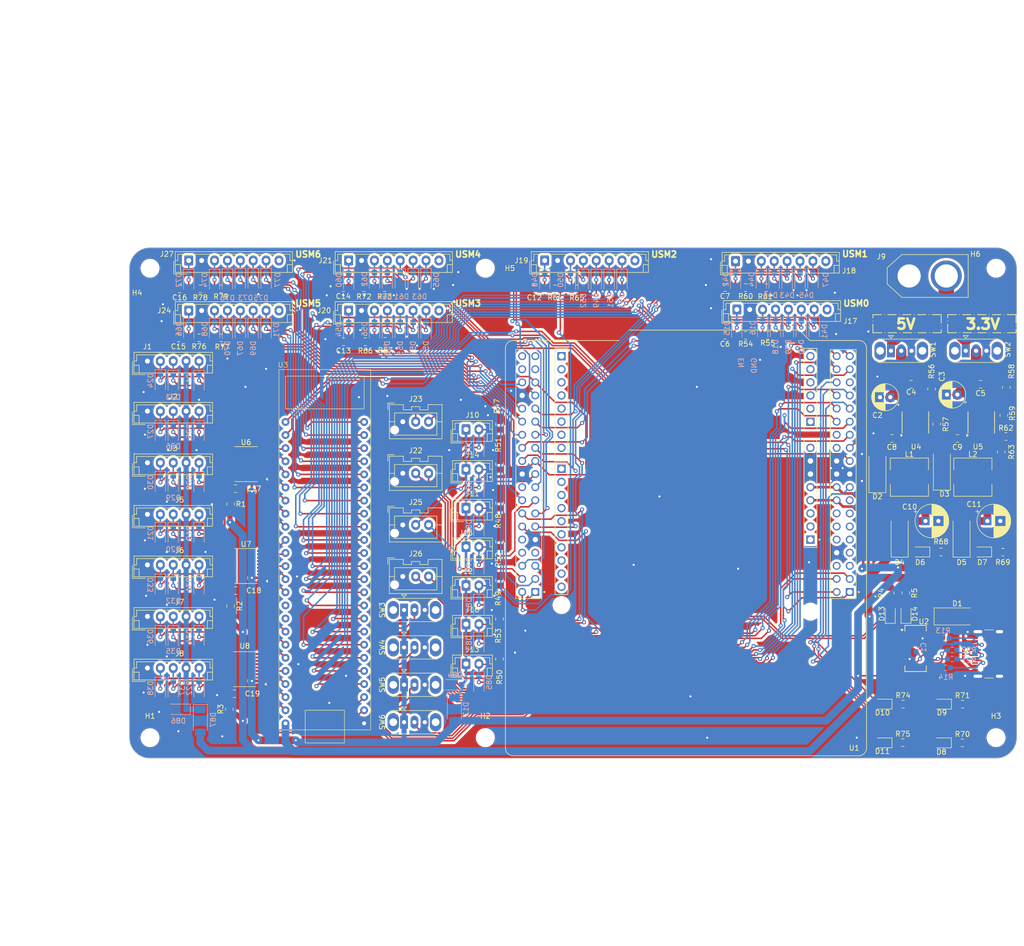
<source format=kicad_pcb>
(kicad_pcb (version 20240108) (generator "pcbnew") (generator_version "8.0")
  (layers (0 "F.Cu" signal) (31 "B.Cu" signal) (34 "B.Paste" user) (35 "F.Paste" user) (36 "B.SilkS" user "B.Silkscreen") (37 "F.SilkS" user "F.Silkscreen") (38 "B.Mask" user) (39 "F.Mask" user) (44 "Edge.Cuts" user))
  (net 0 "")
  (net 1 "/24V_5V")
  (net 2 "GND")
  (net 3 "+5V")
  (net 4 "/24V_3.3V")
  (net 5 "Net-(U4-BOOT)")
  (net 6 "Net-(D6-K)")
  (net 7 "+3.3V")
  (net 8 "/U_Ana3")
  (net 9 "/U_Ana2")
  (net 10 "/U_Ana1")
  (net 11 "/U_Ana4")
  (net 12 "/U_Ana5")
  (net 13 "/U_Ana6")
  (net 14 "Net-(D2-K)")
  (net 15 "Net-(D3-K)")
  (net 16 "+24V")
  (net 17 "/A1")
  (net 18 "/B1")
  (net 19 "/A2")
  (net 20 "/B2")
  (net 21 "/A3")
  (net 22 "/B3")
  (net 23 "/A4")
  (net 24 "/B4")
  (net 25 "/A5")
  (net 26 "/B5")
  (net 27 "/A6")
  (net 28 "/B6")
  (net 29 "/U_En1")
  (net 30 "/U_Dir1")
  (net 31 "/U_EncA1")
  (net 32 "/U_EncB1")
  (net 33 "/U_En2")
  (net 34 "/U_Dir2")
  (net 35 "/U_EncA2")
  (net 36 "/U_EncB2")
  (net 37 "/U_En3")
  (net 38 "/U_Dir3")
  (net 39 "/U_EncA3")
  (net 40 "/U_EncB3")
  (net 41 "/U_En4")
  (net 42 "/U_Dir4")
  (net 43 "/U_EncA4")
  (net 44 "/U_EncB4")
  (net 45 "/U_En5")
  (net 46 "/U_Dir5")
  (net 47 "/U_EncA5")
  (net 48 "/U_EncB5")
  (net 49 "/U_En6")
  (net 50 "/U_Dir6")
  (net 51 "/U_EncA6")
  (net 52 "/U_EncB6")
  (net 53 "/Home1")
  (net 54 "/Home2")
  (net 55 "/Home3")
  (net 56 "/Home4")
  (net 57 "/Home5")
  (net 58 "/Home6")
  (net 59 "/U_Ana0")
  (net 60 "Net-(D4-A)")
  (net 61 "Net-(D5-A)")
  (net 62 "Net-(D10-K)")
  (net 63 "/A1_shift")
  (net 64 "/B1_shift")
  (net 65 "/A2_shift")
  (net 66 "/B2_shift")
  (net 67 "/A3_shift")
  (net 68 "/B3_shift")
  (net 69 "/A4_shift")
  (net 70 "/A5_shift")
  (net 71 "/A6_shift")
  (net 72 "/B4_shift")
  (net 73 "/B5_shift")
  (net 74 "/B6_shift")
  (net 75 "/U_PWM3")
  (net 76 "/U_PWM2")
  (net 77 "/U_PWM1")
  (net 78 "/U_PWM4")
  (net 79 "/U_PWM5")
  (net 80 "/U_PWM6")
  (net 81 "Net-(D11-K)")
  (net 82 "/B0")
  (net 83 "/A0")
  (net 84 "/I0")
  (net 87 "Net-(U4-EN)")
  (net 88 "/UART3RX")
  (net 89 "/UART3TX")
  (net 92 "Net-(J4-CC1)")
  (net 93 "Net-(U5-BOOT)")
  (net 94 "Net-(D1-A)")
  (net 95 "/LED0")
  (net 96 "Net-(D7-K)")
  (net 97 "/LED1")
  (net 98 "Net-(D8-K)")
  (net 99 "/LED2")
  (net 100 "/LED3")
  (net 101 "Net-(D9-K)")
  (net 102 "/I1")
  (net 103 "/I2")
  (net 104 "/I3")
  (net 105 "/I4")
  (net 106 "/I5")
  (net 107 "/I6")
  (net 108 "Net-(J4-CC2)")
  (net 109 "/Home0")
  (net 110 "/U_Dir0")
  (net 112 "/U_EncA0")
  (net 113 "/U_EncI0")
  (net 114 "/U_En0")
  (net 115 "/U_EncB0")
  (net 116 "/U_EncI1")
  (net 119 "/U_EncI2")
  (net 121 "Net-(U6-B_REF)")
  (net 122 "Net-(U7-B_REF)")
  (net 123 "/U_EncI3")
  (net 124 "/U_EncI4")
  (net 126 "/UART4RX")
  (net 127 "/UART4TX")
  (net 128 "/UART1TX")
  (net 129 "/I1_shift")
  (net 130 "/I2_shift")
  (net 131 "/I4_shift")
  (net 132 "/I5_shift")
  (net 133 "/I6_shift")
  (net 134 "/UART1RX")
  (net 135 "/U_EncI5")
  (net 137 "Net-(U5-EN)")
  (net 138 "/UART6TX")
  (net 139 "/UART6RX")
  (net 140 "Net-(U5-FB)")
  (net 141 "/SW0")
  (net 142 "/SW1")
  (net 148 "/UART5RX")
  (net 153 "/UART5TX")
  (net 169 "/SW2")
  (net 173 "/U_EncI6")
  (net 178 "/SW3")
  (net 183 "/A0_shift")
  (net 189 "/B0_shift")
  (net 191 "/I0_shift")
  (net 192 "/I3_shift")
  (net 193 "Net-(U2-USBDM)")
  (net 194 "Net-(U2-USBDP)")
  (net 195 "/U_PWM0")
  (net 211 "Net-(U8-B_REF)")
  (net 212 "/3V3_home")
  (net 213 "/USB_N")
  (net 214 "/USB_P")
  (net 215 "/5V_E")
  (net 216 "Net-(D13-A)")
  (net 217 "Net-(D14-A)")
  (footprint "Capacitor_SMD:C_0805_2012Metric_Pad1.18x1.45mm_HandSolder" (layer "F.Cu") (at 125.75 140 90)
    (property "Reference" "R53")
    (property "Value" "10k")
  )
  (footprint "Resistor_SMD:R_0805_2012Metric" (layer "F.Cu") (at 224 95.0875 -90)
    (property "Reference" "R58")
    (property "Value" "6.2k")
  )
  (footprint "Connector_JST:JST_EH_B2B-EH-A_1x02_P2.50mm_Vertical" (layer "F.Cu") (at 119.25 111)
    (property "Reference" "J14")
    (property "Value" "Homing")
  )
  (footprint "Package_SO:TI_SO-PowerPAD-8" (layer "F.Cu") (at 206.365 101.8975 90)
    (property "Reference" "U4")
    (property "Value" "LM22676MR-5")
  )
  (footprint "Resistor_SMD:R_0805_2012Metric" (layer "F.Cu") (at 223 107.6175 90)
    (property "Reference" "R63")
    (property "Value" "1.54k")
  )
  (footprint "STM32:MODULE_NUCLEO-F446RE" (layer "F.Cu") (at 161.89 125.25 180)
    (property "Reference" "U1")
    (property "Value" "NUCLEO-F446RE")
  )
  (footprint "Connector_JST:JST_EH_B8B-EH-A_1x08_P2.50mm_Vertical" (layer "F.Cu") (at 65.5 70.5)
    (property "Reference" "J27")
    (property "Value" "Conn_01x08")
  )
  (footprint "Capacitor_SMD:C_0805_2012Metric_Pad1.18x1.45mm_HandSolder" (layer "F.Cu") (at 103.4625 75.75)
    (property "Reference" "R73")
    (property "Value" "4K")
  )
  (footprint "Capacitor_SMD:C_0805_2012Metric_Pad1.18x1.45mm_HandSolder" (layer "F.Cu") (at 73.3625 157.475 90)
    (property "Reference" "R3")
    (property "Value" "200k")
  )
  (footprint "Button_Switch_THT:SW_Slide_SPDT_Straight_CK_OS102011MS2Q" (layer "F.Cu") (at 107.25 160)
    (property "Reference" "SW6")
    (property "Value" "Toggle_Switch3")
  )
  (footprint "LED_SMD:LED_0805_2012Metric_Pad1.15x1.40mm_HandSolder" (layer "F.Cu") (at 219.292621 127 180)
    (property "Reference" "D7")
    (property "Value" "LED")
  )
  (footprint "Button_Switch_THT:SW_Slide_SPDT_Straight_CK_OS102011MS2Q" (layer "F.Cu") (at 107.25 138.25)
    (property "Reference" "SW3")
    (property "Value" "Toggle_Switch0")
  )
  (footprint "Connector_USB:USB_C_Receptacle_GCT_USB4105-xx-A_16P_TopMnt_Horizontal" (layer "F.Cu") (at 221.5875 146.77 90)
    (property "Reference" "J4")
    (property "Value" "USB_C_Receptacle_USB2.0_16P")
  )
  (footprint "Capacitor_SMD:C_0805_2012Metric_Pad1.18x1.45mm_HandSolder" (layer "F.Cu") (at 223.330121 127.04)
    (property "Reference" "R69")
    (property "Value" "290")
  )
  (footprint "Capacitor_SMD:C_0805_2012Metric_Pad1.18x1.45mm_HandSolder" (layer "F.Cu") (at 67.51 85.5 180)
    (property "Reference" "R76")
    (property "Value" "4K")
  )
  (footprint "Connector_JST:JST_EH_B2B-EH-A_1x02_P2.50mm_Vertical" (layer "F.Cu") (at 119.25 103.25)
    (property "Reference" "J10")
    (property "Value" "Homing")
  )
  (footprint "Capacitor_SMD:C_0805_2012Metric_Pad1.18x1.45mm_HandSolder" (layer "F.Cu") (at 74.575 114.725)
    (property "Reference" "C17")
    (property "Value" "0.1uF")
  )
  (footprint "Button_Switch_THT:SW_Slide_SPDT_Straight_CK_OS102011MS2Q" (layer "F.Cu") (at 216.125 88)
    (property "Reference" "SW2")
    (property "Value" "3.3V Enable")
  )
  (footprint "Capacitor_SMD:C_0805_2012Metric_Pad1.18x1.45mm_HandSolder" (layer "F.Cu") (at 169.4625 75.75 180)
    (property "Reference" "C7")
    (property "Value" "0.01 uF")
  )
  (footprint "Capacitor_SMD:C_0805_2012Metric_Pad1.18x1.45mm_HandSolder" (layer "F.Cu") (at 177.75 85)
    (property "Reference" "R55")
    (property "Value" "4K")
  )
  (footprint "Capacitor_SMD:C_0805_2012Metric_Pad1.18x1.45mm_HandSolder" (layer "F.Cu") (at 95.4625 75.75 180)
    (property "Reference" "C14")
    (property "Value" "0.01 uF")
  )
  (footprint "Capacitor_SMD:C_0805_2012Metric_Pad1.18x1.45mm_HandSolder" (layer "F.Cu") (at 177.4625 75.75)
    (property "Reference" "R61")
    (property "Value" "4K")
  )
  (footprint "Capacitor_THT:CP_Radial_D6.3mm_P2.50mm" (layer "F.Cu") (at 220.317621 121)
    (property "Reference" "C11")
    (property "Value" "120uF")
  )
  (footprint "Capacitor_SMD:C_0805_2012Metric_Pad1.18x1.45mm_HandSolder" (layer "F.Cu") (at 125.75 102.25 90)
    (property "Reference" "R47")
    (property "Value" "10k")
  )
  (footprint "Capacitor_THT:CP_Radial_D5.0mm_P2.00mm" (layer "F.Cu") (at 214.5 96.5 180)
    (property "Reference" "C3")
    (property "Value" "22uF")
  )
  (footprint "Capacitor_SMD:C_0805_2012Metric_Pad1.18x1.45mm_HandSolder" (layer "F.Cu") (at 74.3625 154.475)
    (property "Reference" "C19")
    (property "Value" "0.1uF")
  )
  (footprint "Package_SO:TI_SO-PowerPAD-8" (layer "F.Cu") (at 219.135 101.8975 90)
    (property "Reference" "U5")
    (property "Value" "LM22676MR-ADJ")
  )
  (footprint "Connector_JST:JST_EH_B8B-EH-A_1x08_P2.50mm_Vertical" (layer "F.Cu") (at 65.5 80.2)
    (property "Reference" "J24")
    (property "Value" "Conn_01x08")
  )
  (footprint "Capacitor_SMD:C_0805_2012Metric_Pad1.18x1.45mm_HandSolder" (layer "F.Cu") (at 173.4625 75.75 180)
    (property "Reference" "R60")
    (property "Value" "4K")
  )
  (footprint "Capacitor_SMD:C_0805_2012Metric_Pad1.18x1.45mm_HandSolder" (layer "F.Cu") (at 211.330121 127)
    (property "Reference" "R68")
    (property "Value" "290")
  )
  (footprint "Package_SO:TSSOP-20_4.4x6.5mm_P0.65mm" (layer "F.Cu") (at 76.3625 149.725 180)
    (property "Reference" "U8")
    (property "Value" "~")
  )
  (footprint "Diode_SMD:D_SMA_Handsoldering" (layer "F.Cu") (at 203.317621 123.5 90)
    (property "Reference" "D4")
    (property "Value" "D")
  )
  (footprint "Connector_JST:JST_EH_B5B-EH-A_1x05_P2.50mm_Vertical" (layer "F.Cu") (at 57.5 129.5)
    (property "Reference" "J6")
    (property "Value" "Conn_01x05")
  )
  (footprint "LED_SMD:LED_0805_2012Metric_Pad1.15x1.40mm_HandSolder" (layer "F.Cu") (at 201.5 138.975 90)
    (property "Reference" "D13")
    (property "Value" "LED")
  )
  (footprint "MountingHole:MountingHole_3.2mm_M3" (layer "F.Cu") (at 123 72)
    (property "Reference" "H5")
    (property "Value" "MountingHole")
  )
  (footprint "Capacitor_SMD:C_0805_2012Metric_Pad1.18x1.45mm_HandSolder" (layer "F.Cu") (at 99.75 86.25 180)
    (property "Reference" "R66")
    (property "Value" "4K")
  )
  (footprint "Connector_JST:JST_EH_B2B-EH-A_1x02_P2.50mm_Vertical" (layer "F.Cu") (at 119.25 133.5)
    (property "Reference" "J12")
    (property "Value" "Homing")
  )
  (footprint "Capacitor_SMD:C_0805_2012Metric_Pad1.18x1.45mm_HandSolder" (layer "F.Cu") (at 132.5 76 180)
    (property "Reference" "C12")
    (property "Value" "0.01 uF")
  )
  (footprint "Resistor_SMD:R_0805_2012Metric" (layer "F.Cu") (at 209.5 95.4125 -90)
    (property "Reference" "R56")
    (property "Value" "6.2k")
  )
  (footprint "Resistor_SMD:R_0805_2012Metric" (layer "F.Cu") (at 223.9125 104.6175)
    (property "Reference" "R62")
    (property "Value" "976")
  )
  (footprint "Capacitor_THT:CP_Radial_D6.3mm_P2.50mm" (layer "F.Cu") (at 208.317621 121)
    (property "Reference" "C10")
    (property "Value" "120uF")
  )
  (footprint "Diode_SMD:D_SMA_Handsoldering" (layer "F.Cu") (at 215.317621 123.5 90)
    (property "Reference" "D5")
    (property "Value" "D")
  )
  (footprint "Resistor_SMD:R_0805_2012Metric" (layer "F.Cu") (at 210.5 102.205 -90)
    (property "Reference" "R57")
    (property "Value" "1k")
  )
  (footprint "LED_SMD:LED_0805_2012Metric_Pad1.15x1.40mm_HandSolder" (layer "F.Cu") (at 211.5 156.5 180)
    (property "Reference" "D9")
    (property "Value" "LED")
  )
  (footprint "Connector_JST:JST_XA_B03B-XASK-1-A_1x03_P2.50mm_Vertical" (layer "F.Cu") (at 107 101.75)
    (property "Reference" "J23")
    (property "Value" "Conn_01x03")
  )
  (footprint "LED_SMD:LED_0805_2012Metric_Pad1.15x1.40mm_HandSolder" (layer "F.Cu") (at 204.54 138.975 90)
    (property "Reference" "D14")
    (property "Value" "LED")
  )
  (footprint "Capacitor_SMD:C_0805_2012Metric_Pad1.18x1.45mm_HandSolder" (layer "F.Cu") (at 203.975 156.5)
    (property "Reference" "R74")
    (property "Value" "290")
  )
  (footprint "Connector_JST:JST_EH_B5B-EH-A_1x05_P2.50mm_Vertical" (layer "F.Cu") (at 57.5 99.7)
    (property "Reference" "J2")
    (property "Value" "Conn_01x05")
  )
  (footprint "Connector_JST:JST_EH_B8B-EH-A_1x08_P2.50mm_Vertical" (layer "F.Cu") (at 171.5 70.625)
    (property "Reference" "J18")
    (property "Value" "Conn_01x08")
  )
  (footprint "Connector_AMASS:AMASS_XT60-M_1x02_P7.20mm_Vertical" (layer "F.Cu") (at 205.15 73.5)
    (property "Reference" "J9")
    (property "Value" "Power In")
  )
  (footprint "Capacitor_SMD:C_0805_2012Metric_Pad1.18x1.45mm_HandSolder" (layer "F.Cu") (at 71.825 85.5 180)
    (property "Reference" "R77")
    (property "Value" "4K")
  )
  (footprint "Capacitor_SMD:C_0805_2012Metric_Pad1.18x1.45mm_HandSolder" (layer "F.Cu") (at 63.75 76 180)
    (property "Reference" "C16")
    (property "Value" "0.01 uF")
  )
  (footprint "LED_SMD:LED_0805_2012Metric_Pad1.15x1.40mm_HandSolder" (layer "F.Cu") (at 199.975 164 180)
    (property "Reference" "D11")
    (property "Value" "LED")
  )
  (footprint "Capacitor_SMD:C_0805_2012Metric_Pad1.18x1.45mm_HandSolder" (layer "F.Cu") (at 215.475 164)
    (property "Reference" "R70")
    (property "Value" "290")
  )
  (footprint "MountingHole:MountingHole_3.2mm_M3" (layer "F.Cu") (at 58 163)
    (property "Reference" "H1")
    (property "Value" "MountingHole")
  )
  (footprint "Connector_JST:JST_EH_B8B-EH-A_1x08_P2.50mm_Vertical" (layer "F.Cu") (at 171.75 80)
    (property "Reference" "J17")
    (property "Value" "Conn_01x08")
  )
  (footprint "Connector_JST:JST_XA_B03B-XASK-1-A_1x03_P2.50mm_Vertical" (layer "F.Cu") (at 107 131.75)
    (property "Reference" "J26")
    (property "Value" "Conn_01x03")
  )
  (footprint "Capacitor_SMD:C_0805_2012Metric_Pad1.18x1.45mm_HandSolder" (layer "F.Cu") (at 136.5 76 180)
    (property "Reference" "R64")
    (property "Value" "4K")
  )
  (footprint "Capacitor_SMD:C_0805_2012Metric_Pad1.18x1.45mm_HandSolder" (layer "F.Cu") (at 67.75 76 180)
    (property "Reference" "R78")
    (property "Value" "4K")
  )
  (footprint "Inductor_SMD:L_7.3x7.3_H3.5" (layer "F.Cu") (at 205.2 112.5)
    (property "Reference" "L1")
    (property "Value" "8.2uH")
  )
  (footprint "Capacitor_SMD:C_0805_2012Metric" (layer "F.Cu") (at 219 94.5)
    (property "Reference" "C5")
    (property "Value" "6.8uF")
  )
  (footprint "Capacitor_SMD:C_0805_2012Metric_Pad1.18x1.45mm_HandSolder" (layer "F.Cu") (at 125.75 125 90)
    (property "Reference" "R52")
    (property "Value" "10k")
  )
  (footprint "Package_SO:TSSOP-20_4.4x6.5mm_P0.65mm" (layer "F.Cu") (at 76.6125 109.975 180)
    (property "Reference" "U6")
    (property "Value" "~")
  )
  (footprint "MountingHole:MountingHole_3.2mm_M3" (layer "F.Cu") (at 58 72)
    (property "Reference" "H4")
    (property "Value" "MountingHole")
  )
  (footprint "Capacitor_SMD:C_0805_2012Metric_Pad1.18x1.45mm_HandSolder" (layer "F.Cu") (at 73.6125 117.725 90)
    (property "Reference" "R1")
    (property "Value" "200k")
  )
  (footprint "Button_Switch_THT:SW_Slide_SPDT_Straight_CK_OS102011MS2Q" (layer "F.Cu") (at 107.25 145.5)
    (property "Reference" "SW4")
    (property "Value" "Toggle_Switch1")
  )
  (footprint "Connector_JST:JST_EH_B8B-EH-A_1x08_P2.50mm_Vertical" (layer "F.Cu") (at 96.5 80.2)
    (property "Reference" "J20")
    (property "Value" "Conn_01x08")
  )
  (footprint "Capacitor_SMD:C_0805_2012Metric" (layer "F.Cu") (at 214.5 105 180)
    (property "Reference" "C9")
    (property "Value" "10nF")
  )
  (footprint "Diode_SMD:D_SMA_Handsoldering" (layer "F.Cu") (at 199 111 90)
    (property "Reference" "D2")
    (property "Value" "D")
  )
  (footprint "Capacitor_SMD:C_0805_2012Metric_Pad1.18x1.45mm_HandSolder" (layer "F.Cu") (at 73.6125 137.475 90)
    (property "Reference" "R2")
    (property "Value" "200k")
  )
  (footprint "Package_SO:SSOP-20_3.9x8.7mm_P0.635mm" (layer "F.Cu") (at 206.4 145.7025)
    (property "Reference" "U2")
    (property "Value" "FT231XS")
  )
  (footprint "MountingHole:MountingHole_3.2mm_M3" (layer "F.Cu") (at 222 72)
    (property "Reference" "H6")
    (property "Value" "MountingHole")
  )
  (footprint "Diode_SMD:D_SMA_Handsoldering" (layer "F.Cu") (at 214.5 139.5)
    (property "Reference" "D1")
    (property "Value" "D")
  )
  (footprint "Package_SO:TSSOP-20_4.4x6.5mm_P0.65mm" (layer "F.Cu") (at 76.6125 129.725 180)
    (property "Reference" "U7")
    (property "Value" "~")
  )
  (footprint "Capacitor_SMD:C_0805_2012Metric_Pad1.18x1.45mm_HandSolder" (layer "F.Cu") (at 169.4625 85 180)
    (property "Reference" "C6")
    (property "Value" "0.01 uF")
  )
  (footprint "Capacitor_SMD:C_0805_2012Metric_Pad1.18x1.45mm_HandSolder" (layer "F.Cu") (at 203.9375 163.96)
    (property "Reference" "R75")
    (property "Value" "290")
  )
  (footprint "MountingHole:MountingHole_3.2mm_M3" (layer "F.Cu") (at 123 163)
    (property "Reference" "H2")
    (property "Value" "MountingHole")
  )
  (footprint "Capacitor_SMD:C_0805_2012Metric_Pad1.18x1.45mm_HandSolder" (layer "F.Cu") (at 71.75 76)
    (property "Reference" "R79")
    (property "Value" "4K")
  )
  (footprint "Connector_JST:JST_EH_B2B-EH-A_1x02_P2.50mm_Vertical" (layer "F.Cu") (at 119.25 148.7)
    (property "Reference" "J13")
    (property "Value" "Homing")
  )
  (footprint "Diode_SMD:D_SMA_Handsoldering" (layer "F.Cu") (at 211.5 110.5 90)
    (property "Reference" "D3")
    (property "Value" "D")
  )
  (footprint "CMOD_FPGA:CMODA7" (layer "F.Cu") (at 82.99 91.64)
    (property "Reference" "U3")
    (property "Value" "CMOD_A7_FPGA")
  )
  (footprint "Capacitor_THT:CP_Radial_D5.0mm_P2.00mm" (layer "F.Cu") (at 201.5 97 180)
    (property "Reference" "C2")
    (property "Value" "22uF")
  )
  (footprint "Capacitor_SMD:C_0805_2012Metric" (layer "F.Cu") (at 201.8 105 180)
    (property "Reference" "C8")
    (property "Value" "10nF")
  )
  (footprint "LED_SMD:LED_0805_2012Metric_Pad1.15x1.40mm_HandSolder" (layer "F.Cu") (at 207.292621 127 180)
    (property "Reference" "D6")
    (property "Value" "LED")
  )
  (footprint "Capacitor_SMD:C_0805_2012Metric_Pad1.18x1.45mm_HandSolder" (layer "F.Cu") (at 95.5 86.25 180)
    (property "Reference" "C13")
    (property "Value" "0.01 uF")
  )
  (footprint "Capacitor_SMD:C_0805_2012Metric_Pad1.18x1.45mm_HandSolder" (layer "F.Cu") (at 125.75 132.5 90)
    (property "Reference" "R49")
    (property "Value" "10k")
  )
  (footprint "Connector_JST:JST_EH_B2B-EH-A_1x02_P2.50mm_Vertical" (layer "F.Cu") (at 119.25 118.5)
    (property "Reference" "J11")
    (property "Value" "Homing")
  )
  (footprint "Connector_JST:JST_XA_B03B-XASK-1-A_1x03_P2.50mm_Vertical" (layer "F.Cu") (at 107 111.75)
    (property "Reference" "J22")
    (property "Value" "Conn_01x03")
  )
  (footprint "LED_SMD:LED_0805_2012Metric_Pad1.15x1.40mm_HandSolder" (layer "F.Cu") (at 199.975 156.5 180)
    (property "Reference" "D10")
    (property "Value" "LED")
  )
  (footprint "Inductor_SMD:L_7.3x7.3_H3.5" (layer "F.Cu") (at 217.5 112.5)
    (property "Reference" "L2")
    (property "Value" "8.2uH")
  )
  (footprint "Capacitor_SMD:C_0805_2012Metric_Pad1.18x1.45mm_HandSolder" (layer "F.Cu") (at 125.75 117.5 90)
    (property "Reference" "R48")
    (property "Value" "10k")
  )
  (footprint "Connector_JST:JST_EH_B8B-EH-A_1x08_P2.50mm_Vertical" (layer "F.Cu") (at 96.5 70.5)
    (property "Reference" "J21")
    (property "Value" "Conn_01x08")
  )
  (footprint "Connector_JST:JST_EH_B5B-EH-A_1x05_P2.50mm_Vertical" (layer "F.Cu") (at 57.5 149.5)
    (property "Reference" "J8")
    (property "Value" "Conn_01x05")
  )
  (footprint "Capacitor_SMD:C_0805_2012Metric_Pad1.18x1.45mm_HandSolder" (layer "F.Cu") (at 140.75 76)
    (property "Reference" "R65")
    (property "Value" "4K")
  )
  (footprint "LED_SMD:LED_0805_2012Metric_Pad1.15x1.40mm_HandSolder" (layer "F.Cu") (at 211.475 164 180)
    (property "Reference" "D8")
    (property "Value" "LED")
  )
  (footprint "Capacitor_SMD:C_0805_2012Metric_Pad1.18x1.45mm_HandSolder" (layer "F.Cu") (at 74.6125 134.475)
    (property "Reference" "C18")
    (property "Value" "0.1uF")
  )
  (footprint "MountingHole:MountingHole_3.2mm_M3" (layer "F.Cu") (at 222 163)
    (property "Reference" "H3")
    (property "Value" "MountingHole")
  )
  (footprint "Connector_JST:JST_EH_B5B-EH-A_1x05_P2.50mm_Vertical" (layer "F.Cu") (at 57.5 90)
    (property "Reference" "J1")
    (property "Value" "Conn_01x05")
  )
  (footprint "Connector_JST:JST_EH_B5B-EH-A_1x05_P2.50mm_Vertical" (layer "F.Cu") (at 57.5 139.5)
    (property "Reference" "J7")
    (property "Value" "Conn_01x05")
  )
  (footprint "Capacitor_SMD:C_0805_2012Metric_Pad1.18x1.45mm_HandSolder" (layer "F.Cu") (at 201.485 134.9625 -90)
    (property "Reference" "R4")
    (property "Value" "290")
  )
  (footprint "Capacitor_SMD:C_0805_2012Metric_Pad1.18x1.45mm_HandSolder" (layer "F.Cu") (at 63.5475 85.5 180)
    (property "Reference" "C15")
    (property "Value" "0.01 uF")
  )
  (footprint "Connector_JST:JST_EH_B2B-EH-A_1x02_P2.50mm_Vertical" (layer "F.Cu") (at 119.25 126)
    (property "Reference" "J15")
    (property "Value" "Homing")
  )
  (footprint "Connector_JST:JST_EH_B2B-EH-A_1x02_P2.50mm_Vertical" (layer "F.Cu") (at 119.25 141)
    (property "Reference" "J16")
    (property "Value" "Homing")
  )
  (footprint "Capacitor_SMD:C_0805_2012Metric_Pad1.18x1.45mm_HandSolder" (layer "F.Cu") (at 99.4625 75.75 180)
    (property "Reference" "R72")
    (property "Value" "4K")
  )
  (footprint "Connector_JST:JST_EH_B5B-EH-A_1x05_P2.50mm_Vertical" (layer "F.Cu") (at 57.5 119.7)
    (property "Reference" "J5")
    (property "Value" "Conn_01x05")
  )
  (footprint "Capacitor_SMD:C_0805_2012Metric_Pad1.18x1.45mm_HandSolder" (layer "F.Cu") (at 125.75 110 90)
    (property "Reference" "R51")
    (property "Value" "10k")
  )
  (footprint "Capacitor_SMD:C_0805_2012Metric_Pad1.18x1.45mm_HandSolder" (layer "F.Cu") (at 125.75 147.75 90)
    (property "Reference" "R50")
    (property "Value" "10k")
  )
  (footprint "Button_Switch_THT:SW_Slide_SPDT_Straight_CK_OS102011MS2Q" (layer "F.Cu") (at 107.25 152.75)
    (property "Reference" "SW5")
    (property "Value" "Toggle_Switch2")
  )
  (footprint "Connector_JST:JST_EH_B8B-EH-A_1x08_P2.50mm_Vertical" (layer "F.Cu") (at 134.5 70.5)
    (property "Reference" "J19")
    (property "Value" "Conn_01x08")
  )
  (footprint "Button_Switch_THT:SW_Slide_SPDT_Straight_CK_OS102011MS2Q" (layer "F.Cu") (at 201.625 88)
    (property "Reference" "SW1")
    (property "Value" "5V Enable")
  )
  (footprint "Capacitor_SMD:C_0805_2012Metric_Pad1.18x1.45mm_HandSolder" (layer "F.Cu") (at 173.4625 85 180)
    (property "Reference" "R54")
    (property "Value" "4K")
  )
  (footprint "Capacitor_SMD:C_0805_2012Metric_Pad1.18x1.45mm_HandSolder" (layer "F.Cu") (at 103.5625 86.15)
    (property "Reference" "R67")
    (property "Value" "4K")
  )
  (footprint "Capacitor_SMD:C_0805_2012Metric" (layer "F.Cu") (at 205.55 94.5)
    (property "Reference" "C4")
    (property "Value" "6.8uF")
  )
  (footprint "Resistor_SMD:R_0805_2012Metric" (layer "F.Cu") (at 223.5 100.53 -90)
    (property "Reference" "R59")
    (property "Value" "1k")
  )
  (footprint "Capacitor_SMD:C_0805_2012Metric_Pad1.18x1.45mm_HandSolder" (layer "F.Cu") (at 204.5 134.9625 -90)
    (property "Reference" "R5")
    (property "Value" "290")
  )
  (footprint "Connector_JST:JST_EH_B5B-EH-A_1x05_P2.50mm_Vertical" (layer "F.Cu") (at 57.5 109.7)
    (property "Reference" "J3")
    (property "Value" "Conn_01x05")
  )
  (footprint "Connector_JST:JST_XA_B03B-XASK-1-A_1x03_P2.50mm_Vertical" (layer "F.Cu") (at 107 121.75)
    (property "Reference" "J25")
    (property "Value" "Conn_01x03")
  )
  (footprint "Capacitor_SMD:C_0805_2012Metric_Pad1.18x1.45mm_HandSolder" (layer "F.Cu") (at 215.5 156.5)
    (property "Reference" "R71")
    (property "Value" "290")
  )
  (footprint "Diode_SMD:D_SOD-123F" (layer "B.Cu") (at 67.5 153.5 -90)
    (property "Reference" "D22")
    (property "Value" "D_TVS")
  )
  (footprint "Diode_SMD:D_SOD-123F" (layer "B.Cu") (at 149.5 74.4 -90)
    (property "Reference" "D53")
    (property "Value" "D_TVS")
  )
  (footprint "Diode_SMD:D_SOD-123F" (layer "B.Cu") (at 73 83.9 -90)
    (property "Reference" "D70")
    (property "Value" "D_TVS")
  )
  (footprint "Diode_SMD:D_SOD-123F" (layer "B.Cu") (at 73 74.35 -90)
    (property "Reference" "D76")
    (property "Value" "D_TVS")
  )
  (footprint "Diode_SMD:D_SOD-123F" (layer "B.Cu") (at 60 153.5 -90)
    (property "Reference" "D38")
    (property "Value" "D_TVS")
  )
  (footprint "Diode_SMD:D_SOD-123F" (layer "B.Cu") (at 65.5 74.4 -90)
    (property "Reference" "D72")
    (property "Value" "D_TVS")
  )
  (footprint "Diode_SMD:D_SOD-123F" (layer "B.Cu") (at 186.75 83.65 -90)
    (property "Reference" "D41")
    (property "Value" "D_TVS")
  )
  (footprint "Diode_SMD:D_SOD-123F" (layer "B.Cu") (at 121.75 152.4 -90)
    (property "Reference" "D85")
    (property "Value" "D_TVS")
  )
  (footprint "Diode_SMD:D_SOD-123F" (layer "B.Cu") (at 184 74.275 -90)
    (property "Reference" "D45")
    (property "Value" "D_TVS")
  )
  (footprint "Diode_SMD:D_SOD-123F" (layer "B.Cu") (at 111.5 83.9 -90)
    (property "Reference" "D59")
    (property "Value" "D_TVS")
  )
  (footprint "Diode_SMD:D_SOD-123F" (layer "B.Cu") (at 144.5 74.4 -90)
    (property "Reference" "D49")
    (property "Value" "D_TVS")
  )
  (footprint "Diode_SMD:D_SOD-123F" (layer "B.Cu") (at 106.5 74.25 -90)
    (property "Reference" "D61")
    (property "Value" "D_TVS")
  )
  (footprint "Diode_SMD:D_SOD-123F" (layer "B.Cu") (at 109 83.9 -90)
    (property "Reference" "D57")
    (property "Value" "D_TVS")
  )
  (footprint "Diode_SMD:D_SOD-123F" (layer "B.Cu") (at 67.5 143.5 -90)
    (property "Reference" "D34")
    (property "Value" "D_TVS")
  )
  (footprint "Diode_SMD:D_SOD-123F" (layer "B.Cu") (at 62.5 113.65 -90)
    (property "Reference" "D29")
    (property "Value" "D_TVS")
  )
  (footprint "Capacitor_SMD:C_0603_1608Metric_Pad1.08x0.95mm_HandSolder" (layer "B.Cu") (at 206.5 145.5 90)
    (property "Reference" "C1")
    (property "Value" "0.1u")
  )
  (footprint "Diode_SMD:D_SOD-123F" (layer "B.Cu") (at 60 113.6 -90)
    (property "Reference" "D30")
    (property "Value" "D_TVS")
  )
  (footprint "Diode_SMD:D_SOD-123F" (layer "B.Cu") (at 67.5 113.65 -90)
    (property "Reference" "D28")
    (property "Value" "D_TVS")
  )
  (footprint "Diode_SMD:D_SOD-123F" (layer "B.Cu") (at 75.5 83.9 -90)
    (property "Reference" "D67")
    (property "Value" "D_TVS")
  )
  (footprint "Diode_SMD:D_SOD-123F" (layer "B.Cu") (at 171.75 83.75 -90)
    (property "Reference" "D15")
    (property "Value" "D_TVS")
  )
  (footprint "Diode_SMD:D_SOD-123F" (layer "B.Cu") (at 75.5 74.25 -90)
    (property "Reference" "D73")
    (property "Value" "D_TVS")
  )
  (footprint "Diode_SMD:D_SOD-123F" (layer "B.Cu") (at 121.75 129.65 -90)
    (property "Reference" "D79")
    (property "Value" "D_TVS")
  )
  (footprint "Diode_SMD:D_SOD-123F" (layer "B.Cu") (at 80.5 83.9 -90)
    (property "Reference" "D71")
    (property "Value" "D_TVS")
  )
  (footprint "Diode_SMD:D_SOD-123F" (layer "B.Cu") (at 62.5 94 -90)
    (property "Reference" "D23")
    (property "Value" "D_TVS")
  )
  (footprint "Diode_SMD:D_SOD-128" (layer "B.Cu") (at 67.75 159.75 -90)
    (property "Reference" "D87")
    (property "Value" "D")
  )
  (footprint "Diode_SMD:D_SOD-123F" (layer "B.Cu") (at 67.5 123.5 -90)
    (property "Reference" "D19")
    (property "Value" "D_TVS")
  )
  (footprint "Diode_SMD:D_SOD-123F" (layer "B.Cu") (at 63.6 157.5 180)
    (property "Reference" "D86")
    (property "Value" "D_TVS")
  )
  (footprint "Diode_SMD:D_SOD-123F" (layer "B.Cu") (at 104 83.9 -90)
    (property "Reference" "D58")
    (property "Value" "D_TVS")
  )
  (footprint "Diode_SMD:D_SOD-123F" (layer "B.Cu") (at 121.75 114.65 -90)
    (property "Reference" "D80")
    (property "Value" "D_TVS")
  )
  (footprint "Resistor_SMD:R_0603_1608Metric_Pad0.98x0.95mm_HandSolder" (layer "B.Cu") (at 212 143.7025 180)
    (property "Reference" "R13")
    (property "Value" "5.1k")
  )
  (footprint "Diode_SMD:D_SOD-123F" (layer "B.Cu") (at 60 143.5 -90)
    (property "Reference" "D36")
    (property "Value" "D_TVS")
  )
  (footprint "Diode_SMD:D_SOD-123F" (layer "B.Cu") (at 67.5 103.75 -90)
    (property "Reference" "D25")
    (property "Value" "D_TVS")
  )
  (footprint "Diode_SMD:D_SOD-123F" (layer "B.Cu") (at 60 93.9 -90)
    (property "Reference" "D24")
    (property "Value" "D_TVS")
  )
  (footprint "Diode_SMD:D_SOD-123F" (layer "B.Cu") (at 142 74.4 -90)
    (property "Reference" "D52")
    (property "Value" "D_TVS")
  )
  (footprint "Diode_SMD:D_SOD-123F" (layer "B.Cu") (at 111.5 74.25 -90)
    (property "Reference" "D65")
    (property "Value" "D_TVS")
  )
  (footprint "Diode_SMD:D_SOD-123F" (layer "B.Cu") (at 121.75 122.25 -90)
    (property "Reference" "D82")
    (property "Value" "D_TVS")
  )
  (footprint "Diode_SMD:D_SOD-123F" (layer "B.Cu") (at 70.5 74.4 -90)
    (property "Reference" "D74")
    (property "Value" "D_TVS")
  )
  (footprint "Diode_SMD:D_SOD-123F" (layer "B.Cu") (at 121.75 137.4 -90)
    (property "Reference" "D81")
    (property "Value" "D_TVS")
  )
  (footprint "Diode_SMD:D_SOD-123F" (layer "B.Cu") (at 70.5 83.9 -90)
    (property "Reference" "D68")
    (property "Value" "D_TVS")
  )
  (footprint "Diode_SMD:D_SOD-123F" (layer "B.Cu") (at 65.5 83.9 -90)
    (property "Reference" "D66")
    (property "Value" "D_TVS")
  )
  (footprint "Diode_SMD:D_SOD-123F" (layer "B.Cu") (at 62.5 123.5 -90)
    (property "Reference" "D20")
    (property "Value" "D_TVS")
  )
  (footprint "Diode_SMD:D_SOD-123F" (layer "B.Cu") (at 104 74.25 -90)
    (property "Reference" "D64")
    (property "Value" "D_TVS")
  )
  (footprint "Diode_SMD:D_SOD-123F" (layer "B.Cu") (at 109 74.25 -90)
    (property "Reference" "D63")
    (property "Value" "D_TVS")
  )
  (footprint "Diode_SMD:D_SOD-123F" (layer "B.Cu") (at 121.75 144.75 -90)
    (property "Reference" "D83")
    (property "Value" "D_TVS")
  )
  (footprint "Diode_SMD:D_SOD-123F" (layer "B.Cu") (at 184.25 83.6 -90)
    (property "Reference" "D40")
    (property "Value" "D_TVS")
  )
  (footprint "Diode_SMD:D_SOD-123F" (layer "B.Cu") (at 176.5 74.275 -90)
    (property "Reference" "D44")
    (property "Value" "D_TVS")
  )
  (footprint "Diode_SMD:D_SOD-123F" (layer "B.Cu") (at 96.5 84 -90)
    (property "Reference" "D54")
    (property "Value" "D_TVS")
  )
  (footprint "Diode_SMD:D_SOD-123F" (layer "B.Cu") (at 60 133.5 -90)
    (property "Reference" "D33")
    (property "Value" "D_TVS")
  )
  (footprint "Diode_SMD:D_SOD-123F" (layer "B.Cu") (at 106.5 83.9 -90)
    (property "Reference" "D55")
    (property "Value" "D_TVS")
  )
  (footprint "Diode_SMD:D_SOD-123F" (layer "B.Cu") (at 181.5 74.275 -90)
    (property "Reference" "D43")
    (property "Value" "D_TVS")
  )
  (footprint "Resistor_SMD:R_0603_1608Metric_Pad0.98x0.95mm_HandSolder" (layer "B.Cu") (at 212.25 149.4525 180)
    (property "Reference" "R14")
    (property "Value" "5.1k")
  )
  (footprint "Resistor_SMD:R_0603_1608Metric_Pad0.98x0.95mm_HandSolder" (layer "B.Cu") (at 213.5 147.75 180)
    (property "Reference" "R21")
    (property "Value" "27")
  )
  (footprint "Diode_SMD:D_SOD-123F" (layer "B.Cu") (at 179.25 83.65 -90)
    (property "Reference" "D18")
    (property "Value" "D_TVS")
  )
  (footprint "Diode_SMD:D_SOD-128" (layer "B.Cu") (at 117 157.5 -90)
    (property "Reference" "D12")
    (property "Value" "D")
  )
  (footprint "Diode_SMD:D_SOD-123F" (layer "B.Cu") (at 80.5 74.25 -90)
    (property "Reference" "D77")
    (property "Value" "D_TVS")
  )
  (footprint "Diode_SMD:D_SOD-123F" (layer "B.Cu") (at 171.5 74.275 -90)
    (property "Reference" "D42")
    (property "Value" "D_TVS")
  )
  (footprint "Diode_SMD:D_SOD-123F" (layer "B.Cu") (at 101.5 74.25 -90)
    (property "Reference" "D62")
    (property "Value" "D_TVS")
  )
  (footprint "Diode_SMD:D_SOD-123F" (layer "B.Cu") (at 117 152.75 180)
    (property "Reference" "D84")
    (property "Value" "D_TVS")
  )
  (footprint "Diode_SMD:D_SOD-123F" (layer "B.Cu") (at 147 74.4 -90)
    (property "Reference" "D51")
    (property "Value" "D_TVS")
  )
  (footprint "Diode_SMD:D_SOD-123F" (layer "B.Cu") (at 67.5 94 -90)
    (property "Reference" "D17")
    (property "Value" "D_TVS")
  )
  (footprint "Diode_SMD:D_SOD-123F" (layer "B.Cu") (at 78 83.9 -90)
    (property "Reference" "D69")
    (property "Value" "D_TVS")
  )
  (footprint "Diode_SMD:D_SOD-123F" (layer "B.Cu") (at 101.5 83.9 -90)
    (property "Reference" "D56")
    (property "Value" "D_TVS")
  )
  (footprint "Diode_SMD:D_SOD-123F" (layer "B.Cu") (at 60 123.5 -90)
    (property "Reference" "D21")
    (property "Value" "D_TVS")
  )
  (footprint "Diode_SMD:D_SOD-123F" (layer "B.Cu") (at 78 74.25 -90)
    (property "Reference" "D75")
    (property "Value" "D_TVS")
  )
  (footprint "Diode_SMD:D_SOD-123F" (layer "B.Cu") (at 60 103.75 -90)
    (property "Reference" "D27")
    (property "Value" "D_TVS")
  )
  (footprint "Diode_SMD:D_SOD-123F" (layer "B.Cu") (at 186.5 74.225 -90)
    (property "Reference" "D47")
    (property "Value" "D_TVS")
  )
  (footprint "Diode_SMD:D_SOD-123F" (layer "B.Cu") (at 181.75 83.65 -90)
    (property "Reference" "D39")
    (property "Value" "D_TVS")
  )
  (footprint "Diode_SMD:D_SOD-123F" (layer "B.Cu") (at 62.5 153.5 -90)
    (property "Reference" "D37")
    (property "Value" "D_TVS")
  )
  (footprint "Diode_SMD:D_SOD-123F" (layer "B.Cu") (at 139.5 74.4 -90)
    (property "Reference" "D50")
    (property "Value" "D_TVS")
  )
  (footprint "Resistor_SMD:R_0603_1608Metric_Pad0.98x0.95mm_HandSolder" (layer "B.Cu") (at 213.5 146 180)
    (property "Reference" "R22")
    (property "Value" "27")
  )
  (footprint "Diode_SMD:D_SOD-123F" (layer "B.Cu") (at 62.5 133.5 -90)
    (property "Reference" "D32")
    (property "Value" "D_TVS")
  )
  (footprint "Diode_SMD:D_SOD-123F" (layer "B.Cu") (at 67.5 133.5 -90)
    (property "Reference" "D31")
    (property "Value" "D_TVS")
  )
  (footprint "Diode_SMD:D_SOD-123F" (layer "B.Cu") (at 176.75 83.65 -90)
    (property "Reference" "D16")
    (property "Value" "D_TVS")
  )
  (footprint "Diode_SMD:D_SOD-123F" (layer "B.Cu") (at 134.5 74.35 -90)
    (property "Reference" "D48")
    (property "Value" "D_TVS")
  )
  (footprint "Diode_SMD:D_SOD-123F" (layer "B.Cu") (at 96.5 74.4 -90)
    (property "Reference" "D60")
    (property "Value" "D_TVS")
  )
  (footprint "Diode_SMD:D_SOD-123F" (layer "B.Cu") (at 62.5 143.5 -90)
    (property "Reference" "D35")
    (property "Value" "D_TVS")
  )
  (footprint "Diode_SMD:D_SOD-123F" (layer "B.Cu") (at 62.5 103.75 -90)
    (property "Reference" "D26")
    (property "Value" "D_TVS")
  )
  (footprint "Diode_SMD:D_SOD-123F" (layer "B.Cu") (at 121.75 106.9 -90)
    (property "Reference" "D78")
    (property "Value" "D_TVS")
  )
  (footprint "Diode_SMD:D_SOD-123F" (layer "B.Cu") (at 179 74.275 -90)
    (property "Reference" "D46")
    (property "Value" "D_TVS")
  )
  (gr_rect (start 212.625 81) (end 225.875 84.5) (stroke (width 0.15) (type dash_dot)) (fill none) (layer "F.SilkS"))
  (gr_rect (start 198.125 81) (end 211.375 84.5) (stroke (width 0.15) (type dash_dot)) (fill none) (layer "F.SilkS"))
  (gr_line (start 54 72) (end 54 163) (stroke (width 0.1)) (layer "Edge.Cuts"))
  (gr_arc (start 226 163) (mid 224.828427 165.828427) (end 222 167) (stroke (width 0.1)) (layer "Edge.Cuts"))
  (gr_arc (start 222 68) (mid 224.828427 69.171573) (end 226 72) (stroke (width 0.1)) (layer "Edge.Cuts"))
  (gr_line (start 226 72) (end 226 163) (stroke (width 0.1)) (layer "Edge.Cuts"))
  (gr_line (start 222 167) (end 58 167) (stroke (width 0.1)) (layer "Edge.Cuts"))
  (gr_arc (start 58 167) (mid 55.171573 165.828427) (end 54 163) (stroke (width 0.1)) (layer "Edge.Cuts"))
  (gr_line (start 58 68) (end 222 68) (stroke (width 0.1)) (layer "Edge.Cuts"))
  (gr_arc (start 54 72) (mid 55.171573 69.171573) (end 58 68) (stroke (width 0.1)) (layer "Edge.Cuts"))
  (gr_text "GND" (at 175.675 89.25 -270) (layer "B.SilkS") (effects (font (size 1 1)) (justify left bottom mirror)))
  (gr_text "EN" (at 173.175 89.25 -270) (layer "B.SilkS") (effects (font (size 1 1)) (justify left bottom mirror)))
  (gr_text "USM2" (at 155 70 0) (layer "F.SilkS") (effects (font (size 1.2 1.2) (thickness 0.3)) (justify left bottom)))
  (gr_text "USM5" (at 86 79.5 0) (layer "F.SilkS") (effects (font (size 1.2 1.2) (thickness 0.3)) (justify left bottom)))
  (gr_text "USM0" (at 192.25 79.5 0) (layer "F.SilkS") (effects (font (size 1.2 1.2) (thickness 0.3)) (justify left bottom)))
  (gr_text "USM6" (at 86 70 0) (layer "F.SilkS") (effects (font (size 1.2 1.2) (thickness 0.3)) (justify left bottom)))
  (gr_text "USM3" (at 117 79.5 0) (layer "F.SilkS") (effects (font (size 1.2 1.2) (thickness 0.3)) (justify left bottom)))
  (gr_text "3.3V" (at 215.875 84 0) (layer "F.SilkS") (effects (font (size 2 2) (thickness 0.5) (bold yes)) (justify left bottom)))
  (gr_text "USM4" (at 117 70 0) (layer "F.SilkS") (effects (font (size 1.2 1.2) (thickness 0.3)) (justify left bottom)))
  (gr_text "USM1" (at 192 69.925 0) (layer "F.SilkS") (effects (font (size 1.2 1.2) (thickness 0.3)) (justify left bottom)))
  (gr_text "5V" (at 202.375 84 0) (layer "F.SilkS") (effects (font (size 2 2) (thickness 0.5) (bold yes)) (justify left bottom)))
  (segment (start 204.6 94.5) (end 204 94.5) (width 2) (layer "F.Cu") (net 1))
  (segment (start 203.625 88) (end 203.625 93.525) (width 2) (layer "F.Cu") (net 1))
  (segment (start 204 94.5) (end 201.5 97) (width 2) (layer "F.Cu") (net 1))
  (segment (start 206.75 91.75) (end 203.625 91.75) (width 2) (layer "F.Cu") (net 1))
  (segment (start 209.5 94.5) (end 206.75 91.75) (width 2) (layer "F.Cu") (net 1))
  (segment (start 203.625 93.525) (end 204.6 94.5) (width 2) (layer "F.Cu") (net 1))
  (segment (start 203.625 91.75) (end 203.625 93.525) (width 2) (layer "F.Cu") (net 1))
  (segment (start 205.0025 97) (end 201.5 97) (width 1) (layer "F.Cu") (net 1))
  (segment (start 205.73 99.1175) (end 205.73 97.7275) (width 1) (layer "F.Cu") (net 1))
  (segment (start 205.73 97.7275) (end 205.0025 97) (width 1) (layer "F.Cu") (net 1))
  (segment (start 70.7875 85.5) (end 70.7875 85.7875) (width 0.25) (layer "F.Cu") (net 2))
  (segment (start 72.7875 76) (end 73.7875 77) (width 0.3) (layer "F.Cu") (net 2))
  (segment (start 129.75 111.9) (end 129.15 112.5) (width 0.25) (layer "F.Cu") (net 2))
  (segment (start 217.9075 143.57) (end 217.57 143.57) (width 0.25) (layer "F.Cu") (net 2))
  (segment (start 125.75 138.9625) (end 124.9625 138.9625) (width 0.25) (layer "F.Cu") (net 2))
  (segment (start 124.9625 138.9625) (end 124.25 138.25) (width 0.25) (layer "F.Cu") (net 2))
  (segment (start 73.7875 77) (end 79 77) (width 0.3) (layer "F.Cu") (net 2))
  (segment (start 129.15 112.5) (end 124 112.5) (width 0.25) (layer "F.Cu") (net 2))
  (segment (start 205.25 146.62) (end 205.25 147.75) (width 0.25) (layer "F.Cu") (net 2))
  (segment (start 204.65 146.02) (end 205.25 146.62) (width 0.25) (layer "F.Cu") (net 2))
  (segment (start 209 145.385) (end 208.15 145.385) (width 0.25) (layer "F.Cu") (net 2))
  (segment (start 125.75 101.2125) (end 124.2125 101.2125) (width 0.25) (layer "F.Cu") (net 2))
  (segment (start 105.25 76.5) (end 104.5 75.75) (width 0.25) (layer "F.Cu") (net 2))
  (segment (start 217.57 143.57) (end 216.5 142.5) (width 0.25) (layer "F.Cu") (net 2))
  (segment (start 104.6 86.15) (end 105.75 87.3) (width 0.25) (layer "F.Cu") (net 2))
  (segment (start 207.75 144.985) (end 207.75 143.75) (width 0.25) (layer "F.Cu") (net 2))
  (segment (start 124.2125 101.2125) (end 123.5 100.5) (width 0.25) (layer "F.Cu") (net 2))
  (segment (start 208.15 145.385) (end 207.75 144.985) (width 0.25) (layer "F.Cu") (net 2))
  (segment (start 105.25 77.25) (end 105.25 76.5) (width 0.25) (layer "F.Cu") (net 2))
  (segment (start 125.75 108.9625) (end 128.6875 111.9) (width 0.25) (layer "F.Cu") (net 2))
  (segment (start 178.5 75.75) (end 178.5 77.25) (width 0.25) (layer "F.Cu") (net 2))
  (segment (start 217.9075 149.97) (end 217.03 149.97) (width 0.25) (layer "F.Cu") (net 2))
  (segment (start 203.8 146.02) (end 204.65 146.02) (width 0.25) (layer "F.Cu") (net 2))
  (segment (start 130.14 111.9) (end 129.75 111.9) (width 0.25) (layer "F.Cu") (net 2))
  (segment (start 217.03 149.97) (end 216 151) (width 0.25) (layer "F.Cu") (net 2))
  (segment (start 128.6875 111.9) (end 130.14 111.9) (width 0.25) (layer "F.Cu") (net 2))
  (segment (start 105.75 87.3) (end 105.75 87.5) (width 0.25) (layer "F.Cu") (net 2))
  (segment (start 70.7875 85.7875) (end 72 87) (width 0.25) (layer "F.Cu") (net 2))
  (via (at 123 98.75) (size 0.8) (drill 0.4) (layers "F.Cu" "B.Cu") (net 2))
  (via (at 93 75.5) (size 0.8) (drill 0.4) (layers "F.Cu" "B.Cu") (net 2))
  (via (at 57.25 135.5) (size 0.8) (drill 0.4) (layers "F.Cu" "B.Cu") (net 2))
  (via (at 182.75 76.25) (size 0.8) (drill 0.4) (layers "F.Cu" "B.Cu") (net 2))
  (via (at 72 162.75) (size 0.8) (drill 0.4) (layers "F.Cu" "B.Cu") (net 2))
  (via (at 98.5 97) (size 0.8) (drill 0.4) (layers "F.Cu" "B.Cu") (net 2))
  (via (at 172 130.25) (size 0.8) (drill 0.4) (layers "F.Cu" "B.Cu") (net 2))
  (via (at 113 76) (size 0.8) (drill 0.4) (layers "F.Cu" "B.Cu") (net 2))
  (via (at 71 154.75) (size 0.8) (drill 0.4) (layers "F.Cu" "B.Cu") (net 2))
  (via (at 59.75 158) (size 0.8) (drill 0.4) (layers "F.Cu" "B.Cu") (net 2))
  (via (at 124.75 143) (size 0.8) (drill 0.4) (layers "F.Cu" "B.Cu") (net 2))
  (via (at 61.75 97.25) (size 0.8) (drill 0.4) (layers "F.Cu" "B.Cu") (net 2))
  (via (at 63.5 161.75) (size 0.8) (drill 0.4) (layers "F.Cu" "B.Cu") (net 2))
  (via (at 195 163) (size 0.8) (drill 0.4) (layers "F.Cu" "B.Cu") (net 2))
  (via (at 190 113.25) (size 0.8) (drill 0.4) (layers "F.Cu" "B.Cu") (net 2))
  (via (at 124.5 107.25) (size 0.8) (drill 0.4) (layers "F.Cu" "B.Cu") (net 2))
  (via (at 151.75 129.5) (size 0.8) (drill 0.4) (layers "F.Cu" "B.Cu") (net 2))
  (via (at 162.75 155) (size 0.8) (drill 0.4) (layers "F.Cu" "B.Cu") (net 2))
  (via (at 124.25 129.25) (size 0.8) (drill 0.4) (layers "F.Cu" "B.Cu") (net 2))
  (via (at 205.25 147.75) (size 0.8) (drill 0.4) (layers "F.Cu" "B.Cu") (net 2))
  (via (at 67.5 97.5) (size 0.8) (drill 0.4) (layers "F.Cu" "B.Cu") (net 2))
  (via (at 191 84.75) (size 0.8) (drill 0.4) (layers "F.Cu" "B.Cu") (net 2))
  (via (at 61.25 137.25) (size 0.8) (drill 0.4) (layers "F.Cu" "B.Cu") (net 2))
  (via (at 199 93) (size 0.8) (drill 0.4) (layers "F.Cu" "B.Cu") (net 2))
  (via (at 166 163) (size 0.8) (drill 0.4) (layers "F.Cu" "B.Cu") (net 2))
  (via (at 86 70.5) (size 0.8) (drill 0.4) (layers "F.Cu" "B.Cu") (net 2))
  (via (at 92.75 156.25) (size 0.8) (drill 0.4) (layers "F.Cu" "B.Cu") (net 2))
  (via (at 124.25 138.25) (size 0.8) (drill 0.4) (layers "F.Cu" "B.Cu") (net 2))
  (via (at 96 151) (size 0.8) (drill 0.4) (layers "F.Cu" "B.Cu") (net 2))
  (via (at 86.75 148.75) (size 0.8) (drill 0.4) (layers "F.Cu" "B.Cu") (net 2))
  (via (at 197.25 84.25) (size 0.8) (drill 0.4) (layers "F.Cu" "B.Cu") (net 2))
  (via (at 128 95.75) (size 0.8) (drill 0.4) (layers "F.Cu" "B.Cu") (net 2))
  (via (at 98.75 84) (size 0.8) (drill 0.4) (layers "F.Cu" "B.Cu") (net 2))
  (via (at 67 107.25) (size 0.8) (drill 0.4) (layers "F.Cu" "B.Cu") (net 2))
  (via (at 57 114.75) (size 0.8) (drill 0.4) (layers "F.Cu" "B.Cu") (net 2))
  (via (at 61.25 117.25) (size 0.8) (drill 0.4) (layers "F.Cu" "B.Cu") (net 2))
  (via (at 56.75 154.25) (size 0.8) (drill 0.4) (layers "F.Cu" "B.Cu") (net 2))
  (via (at 124.75 122) (size 0.8) (drill 0.4) (layers "F.Cu" "B.Cu") (net 2))
  (via (at 92 85.75) (size 0.8) (drill 0.4) (layers "F.Cu" "B.Cu") (net 2))
  (via (at 118.25 97.5) (size 0.8) (drill 0.4) (layers "F.Cu" "B.Cu") (net 2))
  (via (at 99.5 77.25) (size 0.8) (drill 0.4) (layers "F.Cu" "B.Cu") (net 2))
  (via (at 190 110.75) (size 0.8) (drill 0.4) (layers "F.Cu" "B.Cu") (net 2))
  (via (at 60.5 79) (size 0.8) (drill 0.4) (layers "F.Cu" "B.Cu") (net 2))
  (via (at 73 89.5) (size 0.8) (drill 0.4) (layers "F.Cu" "B.Cu") (net 2))
  (via (at 105.25 77.25) (size 0.8) (drill 0.4) (layers "F.Cu" "B.Cu") (net 2))
  (via (at 196 113.25) (size 0.8) (drill 0.4) (layers "F.Cu" "B.Cu") (net 2))
  (via (at 198.25 104) (size 0.8) (drill 0.4) (layers "F.Cu" "B.Cu") (net 2))
  (via (at 166.75 79.75) (size 0.8) (drill 0.4) (layers "F.Cu" "B.Cu") (net 2))
  (via (at 68.75 127) (size 0.8) (drill 0.4) (layers "F.Cu" "B.Cu") (net 2))
  (via (at 57 124.75) (size 0.8) (drill 0.4) (layers "F.Cu" "B.Cu") (net 2))
  (via (at 190.75 76.75) (size 0.8) (drill 0.4) (layers "F.Cu" "B.Cu") (net 2))
  (via (at 105.75 87.5) (size 0.8) (drill 0.4) (layers "F.Cu" "B.Cu") (net 2))
  (via (at 56.75 96) (size 0.8) (drill 0.4) (layers "F.Cu" "B.Cu") (net 2))
  (via (at 70.5 136.25) (size 0.8) (drill 0.4) (layers "F.Cu" "B.Cu") (net 2))
  (via (at 107.75 76) (size 0.8) (drill 0.4) (layers "F.Cu" "B.Cu") (net 2))
  (via (at 79 77) (size 0.8) (drill 0.4) (layers "F.Cu" "B.Cu") (net 2))
  (via (at 148.25 76.5) (size 0.8) (drill 0.4) (layers "F.Cu" "B.Cu") (net 2))
  (via (at 156.75 116.25) (size 0.8) (drill 0.4) (layers "F.Cu" "B.Cu") (net 2))
  (via (at 116 107.25) (size 0.8) (drill 0.4) (layers "F.Cu" "B.Cu") (net 2))
  (via (at 165.75 75.25) (size 0.8) (drill 0.4) (layers "F.Cu" "B.Cu") (net 2))
  (via (at 104 96.75) (size 0.8) (drill 0.4) (layers "F.Cu" "B.Cu") (net 2))
  (via (at 57.5 145) (size 0.8) (drill 0.4) (layers "F.Cu" "B.Cu") (net 2))
  (via (at 100 87.75) (size 0.8) (drill 0.4) (layers "F.Cu" "B.Cu") (net 2))
  (via (at 76.5 95) (size 0.8) (drill 0.4) (layers "F.Cu" "B.Cu") (net 2))
  (via (at 95.5 77.25) (size 0.8) (drill 0.4) (layers "F.Cu" "B.Cu") (net 2))
  (via (at 70 117.75) (size 0.8) (drill 0.4) (layers "F.Cu" "B.Cu") (net 2))
  (via (at 94.5 88.25) (size 0.8) (drill 0.4) (layers "F.Cu" "B.Cu") (net 2))
  (via (at 164 95) (size 0.8) (drill 0.4) (layers "F.Cu" "B.Cu") (net 2))
  (via (at 207.75 143.75) (size 0.8) (drill 0.4) (layers "F.Cu" "B.Cu") (net 2))
  (via (at 57 104.25) (size 0.8) (drill 0.4) (layers "F.Cu" "B.Cu") (net 2))
  (via (at 196 108) (size 0.8) (drill 0.4) (layers "F.Cu" "B.Cu") (net 2))
  (via (at 109.75 87) (size 0.8) (drill 0.4) (layers "F.Cu" "B.Cu") (net 2))
  (via (at 92.25 77.25) (size 0.8) (drill 0.4) (layers "F.Cu" "B.Cu") (net 2))
  (via (at 124.5 115) (size 0.8) (drill 0.4) (layers "F.Cu" "B.Cu") (net 2))
  (via (at 124 112.5) (size 0.8) (drill 0.4) (layers "F.Cu" "B.Cu") (net 2))
  (via (at 143.25 76.5) (size 0.8) (drill 0.4) (layers "F.Cu" "B.Cu") (net 2))
  (via (at 180.25 87.25) (size 0.8) (drill 0.4) (layers "F.Cu" "B.Cu") (net 2))
  (via (at 117.75 72.75) (size 0.8) (drill 0.4) (layers "F.Cu" "B.Cu") (net 2))
  (via (at 72 87) (size 0.8) (drill 0.4) (layers "F.Cu" "B.Cu") (net 2))
  (via (at 61.5 107.25) (size 0.8) (drill 0.4) (layers "F.Cu" "B.Cu") (net 2))
  (via (at 107.75 85.25) (size 0.8) (drill 0.4) (layers "F.Cu" "B.Cu") (net 2))
  (via (at 145.75 76.5) (size 0.8) (drill 0.4) (layers "F.Cu" "B.Cu") (net 2))
  (via (at 80.5 91.5) (size 0.8) (drill 0.4) (layers "F.Cu" "B.Cu") (net 2))
  (via (at 130.75 142.25) (size 0.8) (drill 0.4) (layers "F.Cu" "B.Cu") (net 2))
  (via (at 166.75 70.25) (size 0.8) (drill 0.4) (layers "F.Cu" "B.Cu") (net 2))
  (via (at 61.25 147.25) (size 0.8) (drill 0.4) (layers "F.Cu" "B.Cu") (net 2))
  (via (at 216.5 142.5) (size 0.8) (drill 0.4) (layers "F.Cu" "B.Cu") (net 2))
  (via (at 60.25 82.25) (size 0.8) (drill 0.4) (layers "F.Cu" "B.Cu") (net 2))
  (via (at 185.75 129) (size 0.8) (drill 0.4) (layers "F.Cu" "B.Cu") (net 2))
  (via (at 116.75 75.25) (size 0.8) (drill 0.4) (layers "F.Cu" "B.Cu") (net 2))
  (via (at 61.25 127) (size 0.8) (drill 0.4) (layers "F.Cu" "B.Cu") (net 2))
  (via (at 123.5 100.5) (size 0.8) (drill 0.4) (layers "F.Cu" "B.Cu") (net 2))
  (via (at 192.25 110.75) (size 0.8) (drill 0.4) (layers "F.Cu" "B.Cu") (net 2))
  (via (at 176.25 89.75) (size 0.8) (drill 0.4) (layers "F.Cu" "B.Cu") (net 2))
  (via (at 128.75 146.5) (size 0.8) (drill 0.4) (layers "F.Cu" "B.Cu") (net 2))
  (via (at 185.25 76.25) (size 0.8) (drill 0.4) (layers "F.Cu" "B.Cu") (net 2))
  (via (at 178.5 77.25) (size 0.8) (drill 0.4) (layers "F.Cu" "B.Cu") (net 2))
  (via (at 86.5 131.75) (size 0.8) (drill 0.4) (layers "F.Cu" "B.Cu") (net 2))
  (via (at 216 151) (size 0.8) (drill 0.4) (layers "F.Cu" "B.Cu") (net 2))
  (via (at 110.25 76) (size 0.8) (drill 0.4) (layers "F.Cu" "B.Cu") (net 2))
  (via (at 183.5 77.25) (size 0.8) (drill 0.4) (layers "F.Cu" "B.Cu") (net 2))
  (via (at 124.75 135.5) (size 0.8) (drill 0.4) (layers "F.Cu" "B.Cu") (net 2))
  (segment (start 130.14 96.66) (end 128.91 96.66) (width 0.25) (layer "B.Cu") (net 2))
  (segment (start 128.91 96.66) (end 128 95.75) (width 0.25) (layer "B.Cu") (net 2))
  (segment (start 70.5 85.3) (end 80.5 85.3) (width 0.3) (layer "B.Cu") (net 2))
  (segment (start 205.091484 132) (end 212 138.908516) (width 1.5) (layer "F.Cu") (net 3))
  (segment (start 206.267621 127) (end 204.317621 127) (width 1.5) (layer "F.Cu") (net 3))
  (segment (start 209 146.02) (end 209.815 146.02) (width 0.25) (layer "F.Cu") (net 3))
  (segment (start 74.7625 158.5125) (end 76 159.75) (width 1) (layer "F.Cu") (net 3))
  (segment (start 197.267082 139.267082) (end 197.267082 134) (width 1.5) (layer "F.Cu") (net 3))
  (segment (start 212 143.835) (end 212 139.5) (width 0.25) (layer "F.Cu") (net 3))
  (segment (start 197.267082 118.767082) (end 197.267082 132.050539) (width 0.5) (layer "F.Cu") (net 3))
  (segment (start 73.3625 158.5125) (end 74.7625 158.5125) (width 1) (layer "F.Cu") (net 3))
  (segment (start 73.5 118.875) (end 73.6125 118.7625) (width 1) (layer "F.Cu") (net 3))
  (segment (start 186.02 114.44) (end 191.1 114.44) (width 0.5) (layer "F.Cu") (net 3))
  (segment (start 212 138.908516) (end 212 139.5) (width 1.5) (layer "F.Cu") (net 3))
  (segment (start 192.315 115.655) (end 194.155 115.655) (width 0.5) (layer "F.Cu") (net 3))
  (segment (start 191.1 114.44) (end 192.315 115.655) (width 0.5) (layer "F.Cu") (net 3))
  (segment (start 204.317621 127) (end 203.317621 126) (width 1.5) (layer "F.Cu") (net 3))
  (segment (start 194.155 115.655) (end 197.267082 118.767082) (width 0.5) (layer "F.Cu") (net 3))
  (segment (start 73.5 121.25) (end 73.5 118.875) (width 1) (layer "F.Cu") (net 3))
  (segment (start 197.267082 139.267082) (end 197.267082 132.050539) (width 1.5) (layer "F.Cu") (net 3))
  (segment (start 197.267082 134) (end 199.267082 132) (width 1.5) (layer "F.Cu") (net 3))
  (segment (start 197.5 139.5) (end 197.267082 139.267082) (width 1.5) (layer "F.Cu") (net 3))
  (segment (start 73.6125 140.1125) (end 76 142.5) (width 1) (layer "F.Cu") (net 3))
  (segment (start 199.267082 132) (end 205.091484 132) (width 1.5) (layer "F.Cu") (net 3))
  (segment (start 197.267082 132.050539) (end 203.317621 126) (width 1.5) (layer "F.Cu") (net 3))
  (segment (start 209.815 146.02) (end 212 143.835) (width 0.25) (layer "F.Cu") (net 3))
  (segment (start 73.6125 138.5125) (end 73.6125 140.1125) (width 1) (layer "F.Cu") (net 3))
  (via (at 76 159.75) (size 0.8) (drill 0.4) (layers "F.Cu" "B.Cu") (net 3))
  (via (at 73.5 121.25) (size 0.8) (drill 0.4) (layers "F.Cu" "B.Cu") (net 3))
  (via (at 197.5 139.5) (size 0.8) (drill 0.4) (layers "F.Cu" "B.Cu") (net 3))
  (via (at 76 142.5) (size 0.8) (drill 0.4) (layers "F.Cu" "B.Cu") (net 3))
  (segment (start 78 165.5) (end 76 163.5) (width 1.5) (layer "B.Cu") (net 3))
  (segment (start 85.75 165.5) (end 69.25 165.5) (width 1.5) (layer "B.Cu") (net 3))
  (segment (start 67.75 164) (end 67.75 161.95) (width 1.5) (layer "B.Cu") (net 3))
  (segment (start 85.85 165.6) (end 85.75 165.5) (width 1.5) (layer "B.Cu") (net 3))
  (segment (start 185.9 165.6) (end 85.85 165.6) (width 1.5) (layer "B.Cu") (net 3))
  (segment (start 197.5 139.5) (end 197.5 154) (width 1.5) (layer "B.Cu") (net 3))
  (segment (start 69.25 165.5) (end 67.75 164) (width 1.5) (layer "B.Cu") (net 3))
  (segment (start 84.26 164.01) (end 84.26 160.22) (width 1.5) (layer "B.Cu") (net 3))
  (segment (start 197.5 154) (end 185.9 165.6) (width 1.5) (layer "B.Cu") (net 3))
  (segment (start 76 159.75) (end 76 123.75) (width 1.5) (layer "B.Cu") (net 3))
  (segment (start 85.85 165.6) (end 84.26 164.01) (width 1.5) (layer "B.Cu") (net 3))
  (segment (start 76 123.75) (end 73.5 121.25) (width 1.5) (layer "B.Cu") (net 3))
  (segment (start 76 163.5) (end 76 159.75) (width 1.5) (layer "B.Cu") (net 3))
  (segment (start 218.5 97.7275) (end 217.2725 96.5) (width 1) (layer "F.Cu") (net 4))
  (segment (start 218.125 94.425) (end 218.05 94.5) (width 2) (layer "F.Cu") (net 4))
  (segment (start 218.5 99.1175) (end 218.5 97.7275) (width 1) (layer "F.Cu") (net 4))
  (segment (start 218.125 88) (end 218.125 91.25) (width 2) (layer "F.Cu") (net 4))
  (segment (start 224 94.175) (end 222.075 92.25) (width 2) (layer "F.Cu") (net 4))
  (segment (start 216.5 94.5) (end 214.5 96.5) (width 2) (layer "F.Cu") (net 4))
  (segment (start 217.2725 96.5) (end 214.5 96.5) (width 1) (layer "F.Cu") (net 4))
  (segment (start 218.125 91.25) (end 218.125 94.425) (width 2) (layer "F.Cu") (net 4))
  (segment (start 218.05 94.5) (end 216.5 94.5) (width 2) (layer "F.Cu") (net 4))
  (segment (start 222.075 92.25) (end 218.125 92.25) (width 2) (layer "F.Cu") (net 4))
  (segment (start 202.75 105) (end 204.1375 105) (width 1) (layer "F.Cu") (net 5))
  (segment (start 204.1375 105) (end 204.46 104.6775) (width 1) (layer "F.Cu") (net 5))
  (segment (start 208.317621 127) (end 210.292621 127) (width 1.5) (layer "F.Cu") (net 6))
  (segment (start 79 163.5) (end 86.25 163.5) (width 1.5) (layer "F.Cu") (net 7))
  (segment (start 194.195 118.195) (end 192.315 118.195) (width 0.5) (layer "F.Cu") (net 7))
  (segment (start 200.309164 133.925) (end 201.485 133.925) (width 0.3) (layer "F.Cu") (net 7))
  (segment (start 207.25 147.75) (end 207.25 147.54) (width 0.3) (layer "F.Cu") (net 7))
  (segment (start 218.267621 127) (end 216.317621 127) (width 1.5) (layer "F.Cu") (net 7))
  (segment (start 204 151) (end 195.25 151) (width 0.3) (layer "F.Cu") (net 7))
  (segment (start 207.25 147.75) (end 204 151) (width 0.3) (layer "F.Cu") (net 7))
  (segment (start 208.135 146.655) (end 205.595 144.115) (width 0.3) (layer "F.Cu") (net 7))
  (segment (start 77.75 113.106912) (end 77.75 115.25) (width 0.5) (layer "F.Cu") (net 7))
  (segment (start 208.135 146.655) (end 209 146.655) (width 0.3) (layer "F.Cu") (net 7))
  (segment (start 216.317621 127) (end 215.317621 126) (width 1.5) (layer "F.Cu") (net 7))
  (segment (start 78.606912 112.25) (end 77.75 113.106912) (width 0.5) (layer "F.Cu") (net 7))
  (segment (start 79.225 152) (end 77.75 152) (width 0.5) (layer "F.Cu") (net 7))
  (segment (start 215.317621 127.75) (end 213.067621 130) (width 1.5) (layer "F.Cu") (net 7))
  (segment (start 196 130.25) (end 196.25 130) (width 0.5) (layer "F.Cu") (net 7))
  (segment (start 186.02 116.98) (end 191.1 116.98) (width 0.5) (layer "F.Cu") (net 7))
  (segment (start 79.475 132) (end 77.75 132) (width 0.5) (layer "F.Cu") (net 7))
  (segment (start 192.315 118.195) (end 191.1 116.98) (width 0.5) (layer "F.Cu") (net 7))
  (segment (start 196.25 130) (end 196.25 120.25) (width 0.5) (layer "F.Cu") (net 7))
  (segment (start 200.309164 133.925) (end 198.617082 135.617082) (width 0.3) (layer "F.Cu") (net 7))
  (segment (start 207.25 147.54) (end 208.135 146.655) (width 0.3) (layer "F.Cu") (net 7))
  (segment (start 196.25 120.25) (end 194.195 118.195) (width 0.5) (layer "F.Cu") (net 7))
  (segment (start 205.595 144.115) (end 203.8 144.115) (width 0.3) (layer "F.Cu") (net 7))
  (segment (start 79.475 112.25) (end 78.606912 112.25) (width 0.5) (layer "F.Cu") (net 7))
  (segment (start 215.317621 126) (end 215.317621 127.75) (width 1.5) (layer "F.Cu") (net 7))
  (segment (start 213.067621 130) (end 203 130) (width 1.5) (layer "F.Cu") (net 7))
  (segment (start 204.5 133.925) (end 201.485 133.925) (width 0.3) (layer "F.Cu") (net 7))
  (via (at 198.617082 135.617082) (size 0.8) (drill 0.4) (layers "F.Cu" "B.Cu") (net 7))
  (via (at 196 130.25) (size 0.8) (drill 0.4) (layers "F.Cu" "B.Cu") (net 7))
  (via (at 86.25 163.5) (size 0.8) (drill 0.4) (layers "F.Cu" "B.Cu") (net 7))
  (via (at 77.75 152) (size 0.8) (drill 0.4) (layers "F.Cu" "B.Cu") (net 7))
  (via (at 195.25 151) (size 0.8) (drill 0.4) (layers "F.Cu" "B.Cu") (net 7))
  (via (at 77.75 115.25) (size 0.8) (drill 0.4) (layers "F.Cu" "B.Cu") (net 7))
  (via (at 77.75 132) (size 0.8) (drill 0.4) (layers "F.Cu" "B.Cu") (net 7))
  (via (at 207.25 147.75) (size 0.8) (drill 0.4) (layers "F.Cu" "B.Cu") (net 7))
  (via (at 79 163.5) (size 0.8) (drill 0.4) (layers "F.Cu" "B.Cu") (net 7))
  (via (at 203 130) (size 0.8) (drill 0.4) (layers "F.Cu" "B.Cu") (net 7))
  (segment (start 113.5 163.9) (end 107.25 163.9) (width 1.5) (layer "B.Cu") (net 7))
  (segment (start 195.25 153.5) (end 189.05 159.7) (width 1.5) (layer "B.Cu") (net 7))
  (segment (start 107.25 138.25) (end 107.25 163.9) (width 1) (layer "B.Cu") (net 7))
  (segment (start 203 131.234164) (end 198.617082 135.617082) (width 1.5) (layer "B.Cu") (net 7))
  (segment (start 203 130) (end 203 131.234164) (width 1.5) (layer "B.Cu") (net 7))
  (segment (start 79 163.5) (end 77.7 162.2) (width 1.5) (layer "B.Cu") (net 7))
  (segment (start 198.617082 135.617082) (end 195.25 138.984164) (width 1.5) (layer "B.Cu") (net 7))
  (segment (start 207.25 147.1125) (end 206.5 146.3625) (width 0.3) (layer "B.Cu") (net 7))
  (segment (start 77.7 115.3) (end 77.75 115.25) (width 1.5) (layer "B.Cu") (net 7))
  (segment (start 86.65 163.9) (end 86.25 163.5) (width 1.5) (layer "B.Cu") (net 7))
  (segment (start 77.7 162.2) (end 77.7 115.3) (width 1.5) (layer "B.Cu") (net 7))
  (segment (start 117 159.7) (end 117 160.4) (width 1.5) (layer "B.Cu") (net 7))
  (segment (start 189.05 159.7) (end 117 159.7) (width 1.5) (layer "B.Cu") (net 7))
  (segment (start 195.25 138.984164) (end 195.25 153.5) (width 1.5) (layer "B.Cu") (net 7))
  (segment (start 117 160.4) (end 113.5 163.9) (width 1.5) (layer "B.Cu") (net 7))
  (segment (start 203 130) (end 196.25 130) (width 1.5) (layer "B.Cu") (net 7))
  (segment (start 207.25 147.75) (end 207.25 147.1125) (width 0.3) (layer "B.Cu") (net 7))
  (segment (start 107.25 163.9) (end 86.65 163.9) (width 1.5) (layer "B.Cu") (net 7))
  (segment (start 196.25 130) (end 196 130.25) (width 1.5) (layer "B.Cu") (net 7))
  (segment (start 96.5 84) (end 96.5 86.2125) (width 0.3) (layer "F.Cu") (net 8))
  (segment (start 98.7125 86.25) (end 96.5375 86.25) (width 0.3) (layer "F.Cu") (net 8))
  (segment (start 96.5 86.2125) (end 96.5375 86.25) (width 0.3) (layer "F.Cu") (net 8))
  (via (at 96.5 84) (size 0.8) (drill 0.4) (layers "F.Cu" "B.Cu") (net 8))
  (segment (start 96.5 82.6) (end 96.5 84) (width 0.3) (layer "B.Cu") (net 8))
  (segment (start 96.5 82.6) (end 96.5 80.2) (width 0.3) (layer "B.Cu") (net 8))
  (segment (start 133.5375 76) (end 135.4625 76) (width 0.3) (layer "F.Cu") (net 9))
  (segment (start 134.5 74.25) (end 134.5 75.0375) (width 0.3) (layer "F.Cu") (net 9))
  (segment (start 134.5 75.0375) (end 133.5375 76) (width 0.3) (layer "F.Cu") (net 9))
  (via (at 134.5 74.25) (size 0.8) (drill 0.4) (layers "F.Cu" "B.Cu") (net 9))
  (segment (start 134.5 72.95) (end 134.5 70.5) (width 0.3) (layer "B.Cu") (net 9))
  (segment (start 134.5 72.95) (end 134.5 74.25) (width 0.3) (layer "B.Cu") (net 9))
  (segment (start 171.5 74) (end 171.5 74.75) (width 0.3) (layer "F.Cu") (net 10))
  (segment (start 170.5 75.75) (end 172.425 75.75) (width 0.3) (layer "F.Cu") (net 10))
  (segment (start 171.5 74.75) (end 170.5 75.75) (width 0.3) (layer "F.Cu") (net 10))
  (via (at 171.5 74) (size 0.8) (drill 0.4) (layers "F.Cu" "B.Cu") (net 10))
  (segment (start 171.5 72.875) (end 171.5 70.625) (width 0.3) (layer "B.Cu") (net 10))
  (segment (start 171.5 73.75) (end 171.5 74) (width 0.3) (layer "B.Cu") (net 10))
  (segment (start 171.5 72.875) (end 171.5 73.75) (width 0.3) (layer "B.Cu") (net 10))
  (segment (start 96.5 74.5) (end 96.5 75.75) (width 0.3) (layer "F.Cu") (net 11))
  (segment (start 96.5 75.75) (end 98.425 75.75) (width 0.3) (layer "F.Cu") (net 11))
  (via (at 96.5 74.5) (size 0.8) (drill 0.4) (layers "F.Cu" "B.Cu") (net 11))
  (segment (start 96.5 73) (end 96.5 74.5) (width 0.3) (layer "B.Cu") (net 11))
  (segment (start 96.5 73) (end 96.5 70.5) (width 0.3) (layer "B.Cu") (net 11))
  (segment (start 64.585 85.5) (end 66.4725 85.5) (width 0.3) (layer "F.Cu") (net 12))
  (segment (start 65.5 84.585) (end 64.585 85.5) (width 0.3) (layer "F.Cu") (net 12))
  (segment (start 65.5 83.75) (end 65.5 84.585) (width 0.3) (layer "F.Cu") (net 12))
  (via (at 65.5 83.75) (size 0.8) (drill 0.4) (layers "F.Cu" "B.Cu") (net 12))
  (segment (start 65.5 82.5) (end 65.5 83.75) (width 0.3) (layer "B.Cu") (net 12))
  (segment (start 65.5 82.5) (end 65.5 80.2) (width 0.3) (layer "B.Cu") (net 12))
  (segment (start 64.7875 71.2125) (end 65.5 70.5) (width 0.3) (layer "F.Cu") (net 13))
  (segment (start 65.5 75.2875) (end 64.7875 76) (width 0.3) (layer "F.Cu") (net 13))
  (segment (start 65.5 74.25) (end 65.5 75.2875) (width 0.3) (layer "F.Cu") (net 13))
  (segment (start 64.7875 76) (end 66.7125 76) (width 0.3) (layer "F.Cu") (net 13))
  (via (at 65.5 74.25) (size 0.8) (drill 0.4) (layers "F.Cu" "B.Cu") (net 13))
  (segment (start 65.5 73) (end 65.5 74.25) (width 0.3) (layer "B.Cu") (net 13))
  (segment (start 65.5 73) (end 65.5 70.5) (width 0.3) (layer "B.Cu") (net 13))
  (segment (start 201 113.5) (end 202 112.5) (width 1) (layer "F.Cu") (net 14))
  (segment (start 199 113.5) (end 201 113.5) (width 1) (layer "F.Cu") (net 14))
  (segment (start 200.85 105) (end 200.85 111.35) (width 1) (layer "F.Cu") (net 14))
  (segment (start 204.46 99.1175) (end 200.85 102.7275) (width 1) (layer "F.Cu") (net 14))
  (segment (start 200.85 102.7275) (end 200.85 105) (width 1) (layer "F.Cu") (net 14))
  (segment (start 200.85 111.35) (end 202 112.5) (width 1) (layer "F.Cu") (net 14))
  (segment (start 213.55 111.75) (end 214.3 112.5) (width 1) (layer "F.Cu") (net 15))
  (segment (start 213.55 102.7975) (end 213.55 105) (width 1) (layer "F.Cu") (net 15))
  (segment (start 213.55 105) (end 213.55 111.75) (width 1) (layer "F.Cu") (net 15))
  (segment (start 211.5 113) (end 213.8 113) (width 1) (layer "F.Cu") (net 15))
  (segment (start 217.23 99.1175) (end 213.55 102.7975) (width 1) (layer "F.Cu") (net 15))
  (segment (start 213.8 113) (end 214.3 112.5) (width 1) (layer "F.Cu") (net 15))
  (segment (start 216 85.5) (end 216.125 85.625) (width 1.5) (layer "F.Cu") (net 16))
  (segment (start 201.625 86.125) (end 202.25 85.5) (width 1.5) (layer "F.Cu") (net 16))
  (segment (start 201.625 88) (end 201.625 86.125) (width 1.5) (layer "F.Cu") (net 16))
  (segment (start 212.35 73.5) (end 212.35 81.715202) (width 3) (layer "F.Cu") (net 16))
  (segment (start 204.410177 83.25) (end 202.205088 85.455089) (width 3) (layer "F.Cu") (net 16))
  (segment (start 212.35 81.715202) (end 216.067399 85.432601) (width 3) (layer "F.Cu") (net 16))
  (segment (start 212.35 73.5) (end 212.35 79.9) (width 3) (layer "F.Cu") (net 16))
  (segment (start 209 83.25) (end 204.410177 83.25) (width 3) (layer "F.Cu") (net 16))
  (segment (start 216.125 88) (end 216.125 85.625) (width 1.5) (layer "F.Cu") (net 16))
  (segment (start 212.35 79.9) (end 209 83.25) (width 3) (layer "F.Cu") (net 16))
  (segment (start 62.5 103.75) (end 63.5 104.75) (width 0.3) (layer "F.Cu") (net 17))
  (segment (start 72.385787 110.3) (end 73.75 110.3) (width 0.3) (layer "F.Cu") (net 17))
  (segment (start 63.5 104.75) (end 66.835787 104.75) (width 0.3) (layer "F.Cu") (net 17))
  (segment (start 66.835787 104.75) (end 72.385787 110.3) (width 0.3) (layer "F.Cu") (net 17))
  (via (at 62.5 103.75) (size 0.8) (drill 0.4) (layers "F.Cu" "B.Cu") (net 17))
  (segment (start 62.5 102.35) (end 62.5 99.7) (width 0.3) (layer "B.Cu") (net 17))
  (segment (start 62.5 102.35) (end 62.5 103.75) (width 0.3) (layer "B.Cu") (net 17))
  (segment (start 67.5 103.75) (end 67.5 104.707106) (width 0.3) (layer "F.Cu") (net 18))
  (segment (start 72.442894 109.65) (end 73.75 109.65) (width 0.3) (layer "F.Cu") (net 18))
  (segment (start 67.5 104.707106) (end 72.442894 109.65) (width 0.3) (layer "F.Cu") (net 18))
  (via (at 67.5 103.75) (size 0.8) (drill 0.4) (layers "F.Cu" "B.Cu") (net 18))
  (segment (start 67.5 102.35) (end 67.5 103.75) (width 0.3) (layer "B.Cu") (net 18))
  (segment (start 67.5 102.35) (end 67.5 99.7) (width 0.3) (layer "B.Cu") (net 18))
  (segment (start 72.742893 127.45) (end 73.75 127.45) (width 0.3) (layer "F.Cu") (net 19))
  (segment (start 72 116) (end 72 126.707107) (width 0.3) (layer "F.Cu") (net 19))
  (segment (start 72 126.707107) (end 72.742893 127.45) (width 0.3) (layer "F.Cu") (net 19))
  (segment (start 63.25 114.25) (end 70.25 114.25) (width 0.3) (layer "F.Cu") (net 19))
  (segment (start 70.25 114.25) (end 72 116) (width 0.3) (layer "F.Cu") (net 19))
  (segment (start 62.5 113.5) (end 63.25 114.25) (width 0.3) (layer "F.Cu") (net 19))
  (via (at 62.5 113.5) (size 0.8) (drill 0.4) (layers "F.Cu" "B.Cu") (net 19))
  (segment (start 62.5 112.25) (end 62.5 109.7) (width 0.3) (layer "B.Cu") (net 19))
  (segment (start 62.5 112.25) (end 62.5 113.5) (width 0.3) (layer "B.Cu") (net 19))
  (segment (start 72.5 115.75) (end 70.25 113.5) (width 0.3) (layer "F.Cu") (net 20))
  (segment (start 70.25 113.5) (end 67.5 113.5) (width 0.3) (layer "F.Cu") (net 20))
  (segment (start 72.5 126.5) (end 72.5 115.75) (width 0.3) (layer "F.Cu") (net 20))
  (segment (start 72.8 126.8) (end 72.5 126.5) (width 0.3) (layer "F.Cu") (net 20))
  (segment (start 73.75 126.8) (end 72.8 126.8) (width 0.3) (layer "F.Cu") (net 20))
  (via (at 67.5 113.5) (size 0.8) (drill 0.4) (layers "F.Cu" "B.Cu") (net 20))
  (segment (start 67.5 112.25) (end 67.5 113.5) (width 0.3) (layer "B.Cu") (net 20))
  (segment (start 67.5 112.25) (end 67.5 109.7) (width 0.3) (layer "B.Cu") (net 20))
  (segment (start 62.5 123.5) (end 63.25 124.25) (width 0.3) (layer "F.Cu") (net 21))
  (segment (start 70.5 125) (end 70.5 127.328425) (width 0.3) (layer "F.Cu") (net 21))
  (segment (start 69.75 124.25) (end 70.5 125) (width 0.3) (layer "F.Cu") (net 21))
  (segment (start 72.571575 129.4) (end 73.75 129.4) (width 0.3) (layer "F.Cu") (net 21))
  (segment (start 63.25 124.25) (end 69.75 124.25) (width 0.3) (layer "F.Cu") (net 21))
  (segment (start 70.5 127.328425) (end 72.571575 129.4) (width 0.3) (layer "F.Cu") (net 21))
  (via (at 62.5 123.5) (size 0.8) (drill 0.4) (layers "F.Cu" "B.Cu") (net 21))
  (segment (start 62.5 122.1) (end 62.5 119.7) (width 0.3) (layer "B.Cu") (net 21))
  (segment (start 62.5 122.1) (end 62.5 123.5) (width 0.3) (layer "B.Cu") (net 21))
  (segment (start 70 123.5) (end 67.5 123.5) (width 0.3) (layer "F.Cu") (net 22))
  (segment (start 71 127.121319) (end 71 124.5) (width 0.3) (layer "F.Cu") (net 22))
  (segment (start 72.628681 128.75) (end 71 127.121319) (width 0.3) (layer "F.Cu") (net 22))
  (segment (start 73.75 128.75) (end 72.628681 128.75) (width 0.3) (layer "F.Cu") (net 22))
  (segment (start 71 124.5) (end 70 123.5) (width 0.3) (layer "F.Cu") (net 22))
  (via (at 67.5 123.5) (size 0.8) (drill 0.4) (layers "F.Cu" "B.Cu") (net 22))
  (segment (start 67.5 122.1) (end 67.5 119.7) (width 0.3) (layer "B.Cu") (net 22))
  (segment (start 67.5 122.1) (end 67.5 123.5) (width 0.3) (layer "B.Cu") (net 22))
  (segment (start 62.5 133.5) (end 63.25 134.25) (width 0.3) (layer "F.Cu") (net 23))
  (segment (start 68.5 133.560661) (end 68.5 133) (width 0.3) (layer "F.Cu") (net 23))
  (segment (start 68.5 133) (end 70.15 131.35) (width 0.3) (layer "F.Cu") (net 23))
  (segment (start 70.15 131.35) (end 73.75 131.35) (width 0.3) (layer "F.Cu") (net 23))
  (segment (start 67.810661 134.25) (end 68.5 133.560661) (width 0.3) (layer "F.Cu") (net 23))
  (segment (start 63.25 134.25) (end 67.810661 134.25) (width 0.3) (layer "F.Cu") (net 23))
  (via (at 62.5 133.5) (size 0.8) (drill 0.4) (layers "F.Cu" "B.Cu") (net 23))
  (segment (start 62.5 132.1) (end 62.5 129.5) (width 0.3) (layer "B.Cu") (net 23))
  (segment (start 62.5 132.1) (end 62.5 133.5) (width 0.3) (layer "B.Cu") (net 23))
  (segment (start 67.5 133.207106) (end 70.007106 130.7) (width 0.3) (layer "F.Cu") (net 24))
  (segment (start 67.5 133.5) (end 67.5 133.207106) (width 0.3) (layer "F.Cu") (net 24))
  (segment (start 70.007106 130.7) (end 73.75 130.7) (width 0.3) (layer "F.Cu") (net 24))
  (via (at 67.5 133.5) (size 0.8) (drill 0.4) (layers "F.Cu" "B.Cu") (net 24))
  (segment (start 67.5 132.1) (end 67.5 133.5) (width 0.3) (layer "B.Cu") (net 24))
  (segment (start 67.5 132.1) (end 67.5 129.5) (width 0.3) (layer "B.Cu") (net 24))
  (segment (start 73.5 149.4) (end 72.648288 149.4) (width 0.3) (layer "F.Cu") (net 25))
  (segment (start 63.25 144.25) (end 62.5 143.5) (width 0.3) (layer "F.Cu") (net 25))
  (segment (start 67.498288 144.25) (end 63.25 144.25) (width 0.3) (layer "F.Cu") (net 25))
  (segment (start 72.648288 149.4) (end 67.498288 144.25) (width 0.3) (layer "F.Cu") (net 25))
  (via (at 62.5 143.5) (size 0.8) (drill 0.4) (layers "F.Cu" "B.Cu") (net 25))
  (segment (start 62.5 142.1) (end 62.5 143.5) (width 0.3) (layer "B.Cu") (net 25))
  (segment (start 62.5 142.1) (end 62.5 139.5) (width 0.3) (layer "B.Cu") (net 25))
  (segment (start 68.792894 143.5) (end 70.5 145.207106) (width 0.3) (layer "F.Cu") (net 26))
  (segment (start 72.705394 148.75) (end 73.5 148.75) (width 0.3) (layer "F.Cu") (net 26))
  (segment (start 70.5 146.544606) (end 72.705394 148.75) (width 0.3) (layer "F.Cu") (net 26))
  (segment (start 70.5 145.207106) (end 70.5 146.544606) (width 0.3) (layer "F.Cu") (net 26))
  (segment (start 67.5 143.5) (end 68.792894 143.5) (width 0.3) (layer "F.Cu") (net 26))
  (via (at 67.5 143.5) (size 0.8) (drill 0.4) (layers "F.Cu" "B.Cu") (net 26))
  (segment (start 67.5 142.1) (end 67.5 139.5) (width 0.3) (layer "B.Cu") (net 26))
  (segment (start 67.5 142.1) (end 67.5 143.5) (width 0.3) (layer "B.Cu") (net 26))
  (segment (start 64 152) (end 62.5 153.5) (width 0.3) (layer "F.Cu") (net 27))
  (segment (start 68.707106 152) (end 64 152) (width 0.3) (layer "F.Cu") (net 27))
  (segment (start 70.007106 150.7) (end 68.707106 152) (width 0.3) (layer "F.Cu") (net 27))
  (segment (start 73.5 150.7) (end 70.007106 150.7) (width 0.3) (layer "F.Cu") (net 27))
  (via (at 62.5 153.5) (size 0.8) (drill 0.4) (layers "F.Cu" "B.Cu") (net 27))
  (segment (start 62.5 152.1) (end 62.5 153.5) (width 0.3) (layer "B.Cu") (net 27))
  (segment (start 62.5 152.1) (end 62.5 149.5) (width 0.3) (layer "B.Cu") (net 27))
  (segment (start 68.664212 152.75) (end 68.25 152.75) (width 0.3) (layer "F.Cu") (net 28))
  (segment (start 73.5 151.35) (end 70.064212 151.35) (width 0.3) (layer "F.Cu") (net 28))
  (segment (start 68.25 152.75) (end 67.5 153.5) (width 0.3) (layer "F.Cu") (net 28))
  (segment (start 70.064212 151.35) (end 68.664212 152.75) (width 0.3) (layer "F.Cu") (net 28))
  (via (at 67.5 153.5) (size 0.8) (drill 0.4) (layers "F.Cu" "B.Cu") (net 28))
  (segment (start 67.5 152.1) (end 67.5 149.5) (width 0.3) (layer "B.Cu") (net 28))
  (segment (start 67.5 152.1) (end 67.5 153.5) (width 0.3) (layer "B.Cu") (net 28))
  (segment (start 140.5 111.2825) (end 138.7175 109.5) (width 0.3) (layer "F.Cu") (net 29))
  (segment (start 131.255 108.245) (end 130.14 109.36) (width 0.3) (layer "F.Cu") (net 29))
  (segment (start 133.141849 108.245) (end 131.255 108.245) (width 0.3) (layer "F.Cu") (net 29))
  (segment (start 134.396849 109.5) (end 133.141849 108.245) (width 0.3) (layer "F.Cu") (net 29))
  (segment (start 138.7175 109.5) (end 134.396849 109.5) (width 0.3) (layer "F.Cu") (net 29))
  (segment (start 176.5 75.675) (end 176.425 75.75) (width 0.3) (layer "F.Cu") (net 29))
  (segment (start 174.675 77.5) (end 176.425 75.75) (width 0.3) (layer "F.Cu") (net 29))
  (segment (start 157.207106 77.5) (end 174.675 77.5) (width 0.3) (layer "F.Cu") (net 29))
  (segment (start 156.030331 79.030331) (end 156.030331 78.676775) (width 0.3) (layer "F.Cu") (net 29))
  (segment (start 156.030331 78.676775) (end 157.207106 77.5) (width 0.3) (layer "F.Cu") (net 29))
  (segment (start 176.5 74) (end 176.5 75.675) (width 0.3) (layer "F.Cu") (net 29))
  (via (at 176.5 74) (size 0.8) (drill 0.4) (layers "F.Cu" "B.Cu") (net 29))
  (via (at 156.030331 79.030331) (size 0.8) (drill 0.4) (layers "F.Cu" "B.Cu") (net 29))
  (via (at 140.5 111.2825) (size 0.8) (drill 0.4) (layers "F.Cu" "B.Cu") (net 29))
  (segment (start 155.330393 79.730269) (end 156.030331 79.030331) (width 0.3) (layer "B.Cu") (net 29))
  (segment (start 155.330393 80.25) (end 155.330393 79.730269) (width 0.3) (layer "B.Cu") (net 29))
  (segment (start 140 110.7825) (end 140 101.310661) (width 0.3) (layer "B.Cu") (net 29))
  (segment (start 176.5 72.875) (end 176.5 74) (width 0.3) (layer "B.Cu") (net 29))
  (segment (start 140 101.310661) (end 141.25 100.060661) (width 0.3) (layer "B.Cu") (net 29))
  (segment (start 141.25 99.439339) (end 140.75 98.939339) (width 0.3) (layer "B.Cu") (net 29))
  (segment (start 140.5 111.2825) (end 140 110.7825) (width 0.3) (layer "B.Cu") (net 29))
  (segment (start 141.25 100.060661) (end 141.25 99.439339) (width 0.3) (layer "B.Cu") (net 29))
  (segment (start 176.5 70.625) (end 176.5 72.875) (width 0.3) (layer "B.Cu") (net 29))
  (segment (start 140.75 98.939339) (end 140.75 94.830393) (width 0.3) (layer "B.Cu") (net 29))
  (segment (start 140.75 94.830393) (end 155.330393 80.25) (width 0.3) (layer "B.Cu") (net 29))
  (segment (start 157.871323 78.25) (end 179.5 78.25) (width 0.3) (layer "F.Cu") (net 30))
  (segment (start 156.085936 80.035387) (end 157.871323 78.25) (width 0.3) (layer "F.Cu") (net 30))
  (segment (start 180.25 77.5) (end 180.25 75.25) (width 0.3) (layer "F.Cu") (net 30))
  (segment (start 180.25 75.25) (end 179 74) (width 0.3) (layer "F.Cu") (net 30))
  (segment (start 140.3075 122.1925) (end 132.8125 122.1925) (width 0.3) (layer "F.Cu") (net 30))
  (segment (start 179.5 78.25) (end 180.25 77.5) (width 0.3) (layer "F.Cu") (net 30))
  (segment (start 140.5 122) (end 140.3075 122.1925) (width 0.3) (layer "F.Cu") (net 30))
  (segment (start 132.8125 122.1925) (end 132.68 122.06) (width 0.3) (layer "F.Cu") (net 30))
  (via (at 179 74) (size 0.8) (drill 0.4) (layers "F.Cu" "B.Cu") (net 30))
  (via (at 156.085936 80.035387) (size 0.8) (drill 0.4) (layers "F.Cu" "B.Cu") (net 30))
  (via (at 140.5 122) (size 0.8) (drill 0.4) (layers "F.Cu" "B.Cu") (net 30))
  (segment (start 140.5 101.517768) (end 141.75 100.267768) (width 0.3) (layer "B.Cu") (net 30))
  (segment (start 140 121.5) (end 140 113) (width 0.3) (layer "B.Cu") (net 30))
  (segment (start 141.25 98.732232) (end 141.25 95.037499) (width 0.3) (layer "B.Cu") (net 30))
  (segment (start 140.5 122) (end 140 121.5) (width 0.3) (layer "B.Cu") (net 30))
  (segment (start 156.085936 80.201563) (end 156.085936 80.035387) (width 0.3) (layer "B.Cu") (net 30))
  (segment (start 141.25 110.5) (end 140.5 109.75) (width 0.3) (layer "B.Cu") (net 30))
  (segment (start 140.5 109.75) (end 140.5 101.517768) (width 0.3) (layer "B.Cu") (net 30))
  (segment (start 140 113) (end 141.25 111.75) (width 0.3) (layer "B.Cu") (net 30))
  (segment (start 179 72.875) (end 179 70.625) (width 0.3) (layer "B.Cu") (net 30))
  (segment (start 141.75 99.232232) (end 141.25 98.732232) (width 0.3) (layer "B.Cu") (net 30))
  (segment (start 141.25 111.75) (end 141.25 110.5) (width 0.3) (layer "B.Cu") (net 30))
  (segment (start 179 72.875) (end 179 74) (width 0.3) (layer "B.Cu") (net 30))
  (segment (start 141.75 100.267768) (end 141.75 99.232232) (width 0.3) (layer "B.Cu") (net 30))
  (segment (start 141.25 95.037499) (end 156.085936 80.201563) (width 0.3) (layer "B.Cu") (net 30))
  (segment (start 151.844669 78.655331) (end 157.25 73.25) (width 0.3) (layer "F.Cu") (net 31))
  (segment (start 157.25 73.25) (end 180.75 73.25) (width 0.3) (layer "F.Cu") (net 31))
  (segment (start 93.6 139.9) (end 93.5 140) (width 0.3) (layer "F.Cu") (net 31))
  (segment (start 180.75 73.25) (end 181.5 74) (width 0.3) (layer "F.Cu") (net 31))
  (segment (start 99.5 139.9) (end 93.6 139.9) (width 0.3) (layer "F.Cu") (net 31))
  (segment (start 151.655331 78.655331) (end 151.844669 78.655331) (width 0.3) (layer "F.Cu") (net 31))
  (via (at 93.5 140) (size 0.8) (drill 0.4) (layers "F.Cu" "B.Cu") (net 31))
  (via (at 181.5 74) (size 0.8) (drill 0.4) (layers "F.Cu" "B.Cu") (net 31))
  (via (at 151.655331 78.655331) (size 0.8) (drill 0.4) (layers "F.Cu" "B.Cu") (net 31))
  (segment (start 151.655331 78.655331) (end 151.655331 79.344669) (width 0.3) (layer "B.Cu") (net 31))
  (segment (start 116.164212 85.626779) (end 110.790991 91) (width 0.3) (layer "B.Cu") (net 31))
  (segment (start 151 80) (end 119.578424 80) (width 0.3) (layer "B.Cu") (net 31))
  (segment (start 151.655331 79.344669) (end 151 80) (width 0.3) (layer "B.Cu") (net 31))
  (segment (start 119.578424 80) (end 116.164212 83.414212) (width 0.3) (layer "B.Cu") (net 31))
  (segment (start 116.164212 83.414212) (end 116.164212 85.626779) (width 0.3) (layer "B.Cu") (net 31))
  (segment (start 98.042893 91) (end 94.75 94.292893) (width 0.3) (layer "B.Cu") (net 31))
  (segment (start 181.5 72.875) (end 181.5 74) (width 0.3) (layer "B.Cu") (net 31))
  (segment (start 110.790991 91) (end 98.042893 91) (width 0.3) (layer "B.Cu") (net 31))
  (segment (start 181.5 70.625) (end 181.5 72.875) (width 0.3) (layer "B.Cu") (net 31))
  (segment (start 94.75 94.292893) (end 94.75 138.75) (width 0.3) (layer "B.Cu") (net 31))
  (segment (start 94.75 138.75) (end 93.5 140) (width 0.3) (layer "B.Cu") (net 31))
  (segment (start 99.5 142.44) (end 89.56 142.44) (width 0.3) (layer "F.Cu") (net 32))
  (segment (start 182.75 72.75) (end 184 74) (width 0.3) (layer "F.Cu") (net 32))
  (segment (start 150.29572 78.764942) (end 150.485058 78.764942) (width 0.3) (layer "F.Cu") (net 32))
  (segment (start 89.56 142.44) (end 89.5 142.5) (width 0.3) (layer "F.Cu") (net 32))
  (segment (start 150.485058 78.764942) (end 156.5 72.75) (width 0.3) (layer "F.Cu") (net 32))
  (segment (start 156.5 72.75) (end 182.75 72.75) (width 0.3) (layer "F.Cu") (net 32))
  (via (at 150.29572 78.764942) (size 0.8) (drill 0.4) (layers "F.Cu" "B.Cu") (net 32))
  (via (at 89.5 142.5) (size 0.8) (drill 0.4) (layers "F.Cu" "B.Cu") (net 32))
  (via (at 184 74) (size 0.8) (drill 0.4) (layers "F.Cu" "B.Cu") (net 32))
  (segment (start 97.835786 90.5) (end 94.25 94.085786) (width 0.3) (layer "B.Cu") (net 32))
  (segment (start 149.560662 79.5) (end 119.371318 79.5) (width 0.3) (layer "B.Cu") (net 32))
  (segment (start 115.560659 85.523225) (end 110.583884 90.5) (width 0.3) (layer "B.Cu") (net 32))
  (segment (start 94.25 137.75) (end 89.5 142.5) (width 0.3) (layer "B.Cu") (net 32))
  (segment (start 150.29572 78.764942) (end 149.560662 79.5) (width 0.3) (layer "B.Cu") (net 32))
  (segment (start 94.25 94.085786) (end 94.25 137.75) (width 0.3) (layer "B.Cu") (net 32))
  (segment (start 184 72.875) (end 184 74) (width 0.3) (layer "B.Cu") (net 32))
  (segment (start 184 72.875) (end 184 70.625) (width 0.3) (layer "B.Cu") (net 32))
  (segment (start 110.583884 90.5) (end 97.835786 90.5) (width 0.3) (layer "B.Cu") (net 32))
  (segment (start 119.371318 79.5) (end 115.560659 83.310659) (width 0.3) (layer "B.Cu") (net 32))
  (segment (start 115.560659 83.310659) (end 115.560659 85.523225) (width 0.3) (layer "B.Cu") (net 32))
  (segment (start 138.75 73.5) (end 139.5 74.25) (width 0.3) (layer "F.Cu") (net 33))
  (segment (start 129.219583 82.75) (end 129 82.530417) (width 0.3) (layer "F.Cu") (net 33))
  (segment (start 139.7125 74.4625) (end 139.5 74.25) (width 0.3) (layer "F.Cu") (net 33))
  (segment (start 129.957106 73.5) (end 138.75 73.5) (width 0.3) (layer "F.Cu") (net 33))
  (segment (start 129 82.530417) (end 129 74.457106) (width 0.3) (layer "F.Cu") (net 33))
  (segment (start 139.7125 76) (end 139.7125 74.4625) (width 0.3) (layer "F.Cu") (net 33))
  (segment (start 129 74.457106) (end 129.957106 73.5) (width 0.3) (layer "F.Cu") (net 33))
  (via (at 129.219583 82.75) (size 0.8) (drill 0.4) (layers "F.Cu" "B.Cu") (net 33))
  (via (at 139.5 74.25) (size 0.8) (drill 0.4) (layers "F.Cu" "B.Cu") (net 33))
  (segment (start 129.75 83.280417) (end 129.75 87) (width 0.3) (layer "B.Cu") (net 33))
  (segment (start 139.5 70.5) (end 139.5 73) (width 0.3) (layer "B.Cu") (net 33))
  (segment (start 139.5 73) (end 139.5 74.25) (width 0.3) (layer "B.Cu") (net 33))
  (segment (start 129.219583 82.75) (end 129.75 83.280417) (width 0.3) (layer "B.Cu") (net 33))
  (segment (start 131.565 88.815) (end 131.565 95.545) (width 0.3) (layer "B.Cu") (net 33))
  (segment (start 131.565 95.545) (end 132.68 96.66) (width 0.3) (layer "B.Cu") (net 33))
  (segment (start 129.75 87) (end 131.565 88.815) (width 0.3) (layer "B.Cu") (net 33))
  (segment (start 128.5 82) (end 128.5 74.25) (width 0.3) (layer "F.Cu") (net 34))
  (segment (start 134.025 119.52) (end 132.68 119.52) (width 0.3) (layer "F.Cu") (net 34))
  (segment (start 128.5 74.25) (end 130 72.75) (width 0.3) (layer "F.Cu") (net 34))
  (segment (start 128.25 82.25) (end 128.5 82) (width 0.3) (layer "F.Cu") (net 34))
  (segment (start 140.5 72.75) (end 142 74.25) (width 0.3) (layer "F.Cu") (net 34))
  (segment (start 130 72.75) (end 140.5 72.75) (width 0.3) (layer "F.Cu") (net 34))
  (segment (start 135.045 118.5) (end 134.025 119.52) (width 0.3) (layer "F.Cu") (net 34))
  (via (at 128.25 82.25) (size 0.8) (drill 0.4) (layers "F.Cu" "B.Cu") (net 34))
  (via (at 142 74.25) (size 0.8) (drill 0.4) (layers "F.Cu" "B.Cu") (net 34))
  (via (at 135.045 118.5) (size 0.8) (drill 0.4) (layers "F.Cu" "B.Cu") (net 34))
  (segment (start 135.295 86.484339) (end 135.295 103.027233) (width 0.3) (layer "B.Cu") (net 34))
  (segment (start 128.25 82.25) (end 128.5 82) (width 0.3) (layer "B.Cu") (net 34))
  (segment (start 134.795 105.972768) (end 134.795 118.25) (width 0.3) (layer "B.Cu") (net 34))
  (segment (start 135.295 103.027233) (end 136 103.732233) (width 0.3) (layer "B.Cu") (net 34))
  (segment (start 134.795 118.25) (end 135.045 118.5) (width 0.3) (layer "B.Cu") (net 34))
  (segment (start 130.810661 82) (end 135.295 86.484339) (width 0.3) (layer "B.Cu") (net 34))
  (segment (start 136 103.732233) (end 136 104.767767) (width 0.3) (layer "B.Cu") (net 34))
  (segment (start 128.5 82) (end 130.810661 82) (width 0.3) (layer "B.Cu") (net 34))
  (segment (start 142 73) (end 142 74.25) (width 0.3) (layer "B.Cu") (net 34))
  (segment (start 135.25 105.517767) (end 134.795 105.972768) (width 0.3) (layer "B.Cu") (net 34))
  (segment (start 142 73) (end 142 70.5) (width 0.3) (layer "B.Cu") (net 34))
  (segment (start 136 104.767767) (end 135.25 105.517767) (width 0.3) (layer "B.Cu") (net 34))
  (segment (start 88.28 132.28) (end 88.25 132.25) (width 0.3) (layer "F.Cu") (net 35))
  (segment (start 99.5 132.28) (end 88.28 132.28) (width 0.3) (layer "F.Cu") (net 35))
  (segment (start 144.5 74.25) (end 144.5 77.25) (width 0.3) (layer "F.Cu") (net 35))
  (via (at 88.25 132.25) (size 0.8) (drill 0.4) (layers "F.Cu" "B.Cu") (net 35))
  (via (at 144.5 74.25) (size 0.8) (drill 0.4) (layers "F.Cu" "B.Cu") (net 35))
  (via (at 144.5 77.25) (size 0.8) (drill 0.4) (layers "F.Cu" "B.Cu") (net 35))
  (segment (start 144.5 73) (end 144.5 74.25) (width 0.3) (layer "B.Cu") (net 35))
  (segment (start 113.5 84.755456) (end 109.755456 88.5) (width 0.3) (layer "B.Cu") (net 35))
  (segment (start 118.772056 77.25) (end 113.5 82.522056) (width 0.3) (layer "B.Cu") (net 35))
  (segment (start 144.5 70.5) (end 144.5 73) (width 0.3) (layer "B.Cu") (net 35))
  (segment (start 109.755456 88.5) (end 97.00736 88.5) (width 0.3) (layer "B.Cu") (net 35))
  (segment (start 92.25 93.25736) (end 92.25 128.25) (width 0.3) (layer "B.Cu") (net 35))
  (segment (start 92.25 128.25) (end 88.25 132.25) (width 0.3) (layer "B.Cu") (net 35))
  (segment (start 97.00736 88.5) (end 92.25 93.25736) (width 0.3) (layer "B.Cu") (net 35))
  (segment (start 113.5 82.522056) (end 113.5 84.755456) (width 0.3) (layer "B.Cu") (net 35))
  (segment (start 144.5 77.25) (end 118.772056 77.25) (width 0.3) (layer "B.Cu") (net 35))
  (segment (start 88.07 134.82) (end 87.75 134.5) (width 0.3) (layer "F.Cu") (net 36))
  (segment (start 99.5 134.82) (end 88.07 134.82) (width 0.3) (layer "F.Cu") (net 36))
  (segment (start 147 74.25) (end 147 77) (width 0.3) (layer "F.Cu") (net 36))
  (via (at 147 74.25) (size 0.8) (drill 0.4) (layers "F.Cu" "B.Cu") (net 36))
  (via (at 147 77) (size 0.8) (drill 0.4) (layers "F.Cu" "B.Cu") (net 36))
  (via (at 87.75 134.5) (size 0.8) (drill 0.4) (layers "F.Cu" "B.Cu") (net 36))
  (segment (start 137.75 78) (end 137.5 77.75) (width 0.3) (layer "B.Cu") (net 36))
  (segment (start 114 84.962563) (end 109.962563 89) (width 0.3) (layer "B.Cu") (net 36))
  (segment (start 147 73) (end 147 74.25) (width 0.3) (layer "B.Cu") (net 36))
  (segment (start 146 78) (end 137.75 78) (width 0.3) (layer "B.Cu") (net 36))
  (segment (start 92.75 95) (end 92.75 130.75) (width 0.3) (layer "B.Cu") (net 36))
  (segment (start 119 77.75) (end 114 82.75) (width 0.3) (layer "B.Cu") (net 36))
  (segment (start 114 82.75) (end 114 84.962563) (width 0.3) (layer "B.Cu") (net 36))
  (segment (start 147 77) (end 146 78) (width 0.3) (layer "B.Cu") (net 36))
  (segment (start 109.962563 89) (end 97.214467 89) (width 0.3) (layer "B.Cu") (net 36))
  (segment (start 92.75 93.464467) (end 92.75 95) (width 0.3) (layer "B.Cu") (net 36))
  (segment (start 137.5 77.75) (end 119 77.75) (width 0.3) (layer "B.Cu") (net 36))
  (segment (start 92.75 130.75) (end 89 134.5) (width 0.3) (layer "B.Cu") (net 36))
  (segment (start 147 73) (end 147 70.5) (width 0.3) (layer "B.Cu") (net 36))
  (segment (start 89 134.5) (end 87.75 134.5) (width 0.3) (layer "B.Cu") (net 36))
  (segment (start 97.214467 89) (end 92.75 93.464467) (width 0.3) (layer "B.Cu") (net 36))
  (segment (start 120.064338 89) (end 105.375 89) (width 0.3) (layer "F.Cu") (net 37))
  (segment (start 101.5 85.125) (end 102.525 86.15) (width 0.3) (layer "F.Cu") (net 37))
  (segment (start 105.375 89) (end 102.525 86.15) (width 0.3) (layer "F.Cu") (net 37))
  (segment (start 101.5 84) (end 101.5 85.125) (width 0.3) (layer "F.Cu") (net 37))
  (segment (start 120.407169 89.342831) (end 120.064338 89) (width 0.3) (layer "F.Cu") (net 37))
  (via (at 101.5 84) (size 0.8) (drill 0.4) (layers "F.Cu" "B.Cu") (net 37))
  (via (at 120.407169 89.342831) (size 0.8) (drill 0.4) (layers "F.Cu" "B.Cu") (net 37))
  (segment (start 122.042574 95.810337) (end 126 99.767763) (width 0.3) (layer "B.Cu") (net 37))
  (segment (start 121.335461 95.810337) (end 122.042574 95.810337) (width 0.3) (layer "B.Cu") (net 37))
  (segment (start 126 99.767763) (end 126 134.207107) (width 0.3) (layer "B.Cu") (net 37))
  (segment (start 120.407169 89.342831) (end 119.5 90.25) (width 0.3) (layer "B.Cu") (net 37))
  (segment (start 133.25 137) (end 134 136.25) (width 0.3) (layer "B.Cu") (net 37))
  (segment (start 119.5 93.974876) (end 121.335461 95.810337) (width 0.3) (layer "B.Cu") (net 37))
  (segment (start 101.5 80.2) (end 101.5 82.5) (width 0.3) (layer "B.Cu") (net 37))
  (segment (start 101.5 82.5) (end 101.5 84) (width 0.3) (layer "B.Cu") (net 37))
  (segment (start 119.5 90.25) (end 119.5 93.974876) (width 0.3) (layer "B.Cu") (net 37))
  (segment (start 134 136.25) (end 134 131) (width 0.3) (layer "B.Cu") (net 37))
  (segment (start 134 131) (end 132.68 129.68) (width 0.3) (layer "B.Cu") (net 37))
  (segment (start 126 134.207107) (end 128.792893 137) (width 0.3) (layer "B.Cu") (net 37))
  (segment (start 128.792893 137) (end 133.25 137) (width 0.3) (layer "B.Cu") (net 37))
  (segment (start 120.625 88.5) (end 108.617956 88.5) (width 0.3) (layer "F.Cu") (net 38))
  (segment (start 105.192956 85.075) (end 105.075 85.075) (width 0.3) (layer "F.Cu") (net 38))
  (segment (start 124.025393 92.464731) (end 124.025393 91.900393) (width 0.3) (layer "F.Cu") (net 38))
  (segment (start 124.025393 91.900393) (end 120.625 88.5) (width 0.3) (layer "F.Cu") (net 38))
  (segment (start 105.075 85.075) (end 104 84) (width 0.3) (layer "F.Cu") (net 38))
  (segment (start 108.617956 88.5) (end 105.192956 85.075) (width 0.3) (layer "F.Cu") (net 38))
  (via (at 104 84) (size 0.8) (drill 0.4) (layers "F.Cu" "B.Cu") (net 38))
  (via (at 124.025393 92.464731) (size 0.8) (drill 0.4) (layers "F.Cu" "B.Cu") (net 38))
  (segment (start 104 82.5) (end 104 80.2) (width 0.3) (layer "B.Cu") (net 38))
  (segment (start 129.76 94.5) (end 130.14 94.12) (width 0.3) (layer "B.Cu") (net 38))
  (segment (start 126.060662 94.5) (end 129.76 94.5) (width 0.3) (layer "B.Cu") (net 38))
  (segment (start 104 82.5) (end 104 84) (width 0.3) (layer "B.Cu") (net 38))
  (segment (start 124.025393 92.464731) (end 126.060662 94.5) (width 0.3) (layer "B.Cu") (net 38))
  (segment (start 90.25 83) (end 90.5 83.25) (width 0.3) (layer "F.Cu") (net 39))
  (segment (start 88.25 127.25) (end 88.3 127.2) (width 0.3) (layer "F.Cu") (net 39))
  (segment (start 105.75 83.25) (end 106.5 84) (width 0.3) (layer "F.Cu") (net 39))
  (segment (start 90.5 83.25) (end 105.75 83.25) (width 0.3) (layer "F.Cu") (net 39))
  (segment (start 88.3 127.2) (end 99.5 127.2) (width 0.3) (layer "F.Cu") (net 39))
  (via (at 88.25 127.25) (size 0.8) (drill 0.4) (layers "F.Cu" "B.Cu") (net 39))
  (via (at 106.5 84) (size 0.8) (drill 0.4) (layers "F.Cu" "B.Cu") (net 39))
  (via (at 90.25 83) (size 0.8) (drill 0.4) (layers "F.Cu" "B.Cu") (net 39))
  (segment (start 88.75 126.75) (end 88.75 120.457106) (width 0.3) (layer "B.Cu") (net 39))
  (segment (start 106.5 80.2) (end 106.5 82.5) (width 0.3) (layer "B.Cu") (net 39))
  (segment (start 91.25 98.928937) (end 89.75 97.428937) (width 0.3) (layer "B.Cu") (net 39))
  (segment (start 89.75 97.428937) (end 89.75 83.5) (width 0.3) (layer "B.Cu") (net 39))
  (segment (start 89.75 83.5) (end 90.25 83) (width 0.3) (layer "B.Cu") (net 39))
  (segment (start 106.5 82.5) (end 106.5 84) (width 0.3) (layer "B.Cu") (net 39))
  (segment (start 91.25 117.957106) (end 91.25 98.928937) (width 0.3) (layer "B.Cu") (net 39))
  (segment (start 88.25 127.25) (end 88.75 126.75) (width 0.3) (layer "B.Cu") (net 39))
  (segment (start 88.75 120.457106) (end 91.25 117.957106) (width 0.3) (layer "B.Cu") (net 39))
  (segment (start 89.51 129.74) (end 89.5 129.75) (width 0.3) (layer "F.Cu") (net 40))
  (segment (start 107.75 82.75) (end 109 84) (width 0.3) (layer "F.Cu") (net 40))
  (segment (start 99.5 129.74) (end 89.51 129.74) (width 0.3) (layer "F.Cu") (net 40))
  (segment (start 92.661437 82.75) (end 107.75 82.75) (width 0.3) (layer "F.Cu") (net 40))
  (segment (start 92.411437 82.5) (end 92.661437 82.75) (width 0.3) (layer "F.Cu") (net 40))
  (via (at 89.5 129.75) (size 0.8) (drill 0.4) (layers "F.Cu" "B.Cu") (net 40))
  (via (at 109 84) (size 0.8) (drill 0.4) (layers "F.Cu" "B.Cu") (net 40))
  (via (at 92.411437 82.5) (size 0.8) (drill 0.4) (layers "F.Cu" "B.Cu") (net 40))
  (segment (start 90.25 84.25) (end 90.25 97.221831) (width 0.3) (layer "B.Cu") (net 40))
  (segment (start 91.75 98.721831) (end 91.75 118.164212) (width 0.3) (layer "B.Cu") (net 40))
  (segment (start 109 82.5) (end 109 80.2) (width 0.3) (layer "B.Cu") (net 40))
  (segment (start 90.25 97.221831) (end 91.75 98.721831) (width 0.3) (layer "B.Cu") (net 40))
  (segment (start 91.75 118.164212) (end 89.5 120.414212) (width 0.3) (layer "B.Cu") (net 40))
  (segment (start 92.411437 82.5) (end 92 82.5) (width 0.3) (layer "B.Cu") (net 40))
  (segment (start 89.5 120.414212) (end 89.5 129.75) (width 0.3) (layer "B.Cu") (net 40))
  (segment (start 92 82.5) (end 90.25 84.25) (width 0.3) (layer "B.Cu") (net 40))
  (segment (start 109 82.5) (end 109 84) (width 0.3) (layer "B.Cu") (net 40))
  (segment (start 101.5 74.5) (end 101.5 74.825) (width 0.3) (layer "F.Cu") (net 41))
  (segment (start 130.5 86.5) (end 123.707107 86.5) (width 0.3) (layer "F.Cu") (net 41))
  (segment (start 123.707107 86.5) (end 115.207107 78) (width 0.3) (layer "F.Cu") (net 41))
  (segment (start 101.5 74.825) (end 102.425 75.75) (width 0.3) (layer "F.Cu") (net 41))
  (segment (start 134.75 104.25) (end 132.71 104.25) (width 0.3) (layer "F.Cu") (net 41))
  (segment (start 130.75 86.25) (end 130.5 86.5) (width 0.3) (layer "F.Cu") (net 41))
  (segment (start 104.675 78) (end 102.425 75.75) (width 0.3) (layer "F.Cu") (net 41))
  (segment (start 132.71 104.25) (end 132.68 104.28) (width 0.3) (layer "F.Cu") (net 41))
  (segment (start 115.207107 78) (end 104.675 78) (width 0.3) (layer "F.Cu") (net 41))
  (via (at 134.75 104.25) (size 0.8) (drill 0.4) (layers "F.Cu" "B.Cu") (net 41))
  (via (at 130.75 86.25) (size 0.8) (drill 0.4) (layers "F.Cu" "B.Cu") (net 41))
  (via (at 101.5 74.5) (size 0.8) (drill 0.4) (layers "F.Cu" "B.Cu") (net 41))
  (segment (start 134.295 87.605661) (end 134.295 103.795) (width 0.3) (layer "B.Cu") (net 41))
  (segment (start 130.75 86.25) (end 131.25 85.75) (width 0.3) (layer "B.Cu") (net 41))
  (segment (start 131.25 85.75) (end 132.439339 85.75) (width 0.3) (layer "B.Cu") (net 41))
  (segment (start 101.5 72.85) (end 101.5 70.5) (width 0.3) (layer "B.Cu") (net 41))
  (segment (start 101.5 72.85) (end 101.5 74.5) (width 0.3) (layer "B.Cu") (net 41))
  (segment (start 132.439339 85.75) (end 134.295 87.605661) (width 0.3) (layer "B.Cu") (net 41))
  (segment (start 134.295 103.795) (end 134.75 104.25) (width 0.3) (layer "B.Cu") (net 41))
  (segment (start 133.25 85.5) (end 130.439339 85.5) (width 0.3) (layer "F.Cu") (net 42))
  (segment (start 115.414213 77.5) (end 107 77.5) (width 0.3) (layer "F.Cu") (net 42))
  (segment (start 107 77.5) (end 106 76.5) (width 0.3) (layer "F.Cu") (net 42))
  (segment (start 130.439339 85.5) (end 130.189339 85.75) (width 0.3) (layer "F.Cu") (net 42))
  (segment (start 106 76.5) (end 106 75.582044) (width 0.3) (layer "F.Cu") (net 42))
  (segment (start 105.092956 74.675) (end 104.226759 74.675) (width 0.3) (layer "F.Cu") (net 42))
  (segment (start 104.226759 74.675) (end 103.993685 74.441926) (width 0.3) (layer "F.Cu") (net 42))
  (segment (start 133.5 85.75) (end 133.25 85.5) (width 0.3) (layer "F.Cu") (net 42))
  (segment (start 130.189339 85.75) (end 123.664213 85.75) (width 0.3) (layer "F.Cu") (net 42))
  (segment (start 106 75.582044) (end 105.092956 74.675) (width 0.3) (layer "F.Cu") (net 42))
  (segment (start 123.664213 85.75) (end 115.414213 77.5) (width 0.3) (layer "F.Cu") (net 42))
  (via (at 133.5 85.75) (size 0.8) (drill 0.4) (layers "F.Cu" "B.Cu") (net 42))
  (via (at 103.993685 74.441926) (size 0.8) (drill 0.4) (layers "F.Cu" "B.Cu") (net 42))
  (segment (start 131.32 128.5) (end 130.14 129.68) (width 0.3) (layer "B.Cu") (net 42))
  (segment (start 133.75 128.5) (end 131.32 128.5) (width 0.3) (layer "B.Cu") (net 42))
  (segment (start 104 72.85) (end 104 74.435611) (width 0.3) (layer "B.Cu") (net 42))
  (segment (start 134.795 87.045) (end 134.795 103.234339) (width 0.3) (layer "B.Cu") (net 42))
  (segment (start 135.5 104.560661) (end 134.295 105.765661) (width 0.3) (layer "B.Cu") (net 42))
  (segment (start 134.795 103.234339) (end 135.5 103.939339) (width 0.3) (layer "B.Cu") (net 42))
  (segment (start 133.5 85.75) (end 134.795 87.045) (width 0.3) (layer "B.Cu") (net 42))
  (segment (start 135.5 103.939339) (end 135.5 104.560661) (width 0.3) (layer "B.Cu") (net 42))
  (segment (start 134.295 127.955) (end 133.75 128.5) (width 0.3) (layer "B.Cu") (net 42))
  (segment (start 104 70.5) (end 104 72.85) (width 0.3) (layer "B.Cu") (net 42))
  (segment (start 104 74.435611) (end 103.993685 74.441926) (width 0.3) (layer "B.Cu") (net 42))
  (segment (start 134.295 105.765661) (end 134.295 127.955) (width 0.3) (layer "B.Cu") (net 42))
  (segment (start 105.75 72) (end 107.5 73.75) (width 0.3) (layer "F.Cu") (net 43))
  (segment (start 86.75 72.25) (end 87 72) (width 0.3) (layer "F.Cu") (net 43))
  (segment (start 86.25 122) (end 86.51 122) (width 0.3) (layer "F.Cu") (net 43))
  (segment (start 86.63 122.12) (end 99.5 122.12) (width 0.3) (layer "F.Cu") (net 43))
  (segment (start 86.51 122) (end 86.63 122.12) (width 0.3) (layer "F.Cu") (net 43))
  (segment (start 87 72) (end 105.75 72) (width 0.3) (layer "F.Cu") (net 43))
  (via (at 107.5 73.75) (size 0.8) (drill 0.4) (layers "F.Cu" "B.Cu") (net 43))
  (via (at 86.75 72.25) (size 0.8) (drill 0.4) (layers "F.Cu" "B.Cu") (net 43))
  (via (at 86.25 122) (size 0.8) (drill 0.4) (layers "F.Cu" "B.Cu") (net 43))
  (segment (start 106.5 72.85) (end 106.6 72.85) (width 0.3) (layer "B.Cu") (net 43))
  (segment (start 89.25 113) (end 89.25 99.757363) (width 0.3) (layer "B.Cu") (net 43))
  (segment (start 86.25 122) (end 86.25 116) (width 0.3) (layer "B.Cu") (net 43))
  (segment (start 89.25 99.757363) (end 87.75 98.257363) (width 0.3) (layer "B.Cu") (net 43))
  (segment (start 106.6 72.85) (end 107.5 73.75) (width 0.3) (layer "B.Cu") (net 43))
  (segment (start 87.75 74.5) (end 86.75 73.5) (width 0.3) (layer "B.Cu") (net 43))
  (segment (start 86.75 73.5) (end 86.75 72.25) (width 0.3) (layer "B.Cu") (net 43))
  (segment (start 86.25 116) (end 89.25 113) (width 0.3) (layer "B.Cu") (net 43))
  (segment (start 106.5 72.85) (end 106.5 70.5) (width 0.3) (layer "B.Cu") (net 43))
  (segment (start 87.75 98.257363) (end 87.75 74.5) (width 0.3) (layer "B.Cu") (net 43))
  (segment (start 87.530331 73.219669) (end 88 72.75) (width 0.3) (layer "F.Cu") (net 44))
  (segment (start 108.25 74.5) (end 108.75 74) (width 0.3) (layer "F.Cu") (net 44))
  (segment (start 87.17 119.58) (end 99.5 119.58) (width 0.3) (layer "F.Cu") (net 44))
  (segment (start 105.25 72.75) (end 107 74.5) (width 0.3) (layer "F.Cu") (net 44))
  (segment (start 88 72.75) (end 105.25 72.75) (width 0.3) (layer "F.Cu") (net 44))
  (segment (start 108.75 74) (end 109 74) (width 0.3) (layer "F.Cu") (net 44))
  (segment (start 107 74.5) (end 108.25 74.5) (width 0.3) (layer "F.Cu") (net 44))
  (via (at 109 74) (size 0.8) (drill 0.4) (layers "F.Cu" "B.Cu") (net 44))
  (via (at 87.530331 73.219669) (size 0.8) (drill 0.4) (layers "F.Cu" "B.Cu") (net 44))
  (via (at 87.17 119.58) (size 0.8) (drill 0.4) (layers "F.Cu" "B.Cu") (net 44))
  (segment (start 89.75 99.550257) (end 88.25 98.050257) (width 0.3) (layer "B.Cu") (net 44))
  (segment (start 87.17 119.58) (end 87 119.41) (width 0.3) (layer "B.Cu") (net 44))
  (segment (start 109 70.5) (end 109 72.85) (width 0.3) (layer "B.Cu") (net 44))
  (segment (start 89.75 113.25) (end 89.75 99.550257) (width 0.3) (layer "B.Cu") (net 44))
  (segment (start 88.25 98.050257) (end 88.25 74.292893) (width 0.3) (layer "B.Cu") (net 44))
  (segment (start 87 116) (end 89.75 113.25) (width 0.3) (layer "B.Cu") (net 44))
  (segment (start 87 119.41) (end 87 116) (width 0.3) (layer "B.Cu") (net 44))
  (segment (start 88.25 74.292893) (end 87.530331 73.573224) (width 0.3) (layer "B.Cu") (net 44))
  (segment (start 109 72.85) (end 109 74) (width 0.3) (layer "B.Cu") (net 44))
  (segment (start 87.530331 73.573224) (end 87.530331 73.219669) (width 0.3) (layer "B.Cu") (net 44))
  (segment (start 122.060336 94.060337) (end 119.689017 94.060337) (width 0.3) (layer "F.Cu") (net 45))
  (segment (start 92.25 92) (end 87.5 87.25) (width 0.3) (layer "F.Cu") (net 45))
  (segment (start 72.8625 85.5) (end 71.1125 83.75) (width 0.3) (layer "F.Cu") (net 45))
  (segment (start 117.62868 92) (end 92.25 92) (width 0.3) (layer "F.Cu") (net 45))
  (segment (start 87.5 87.25) (end 74.6125 87.25) (width 0.3) (layer "F.Cu") (net 45))
  (segment (start 119.689017 94.060337) (end 117.62868 92) (width 0.3) (layer "F.Cu") (net 45))
  (segment (start 74.6125 87.25) (end 72.8625 85.5) (width 0.3) (layer "F.Cu") (net 45))
  (segment (start 71.1125 83.75) (end 70.5 83.75) (width 0.3) (layer "F.Cu") (net 45))
  (via (at 70.5 83.75) (size 0.8) (drill 0.4) (layers "F.Cu" "B.Cu") (net 45))
  (via (at 122.060336 94.060337) (size 0.8) (drill 0.4) (layers "F.Cu" "B.Cu") (net 45))
  (segment (start 122.413892 94.060337) (end 127.5 99.146445) (width 0.3) (layer "B.Cu") (net 45))
  (segment (start 70.5 82.5) (end 70.5 80.2) (width 0.3) (layer "B.Cu") (net 45))
  (segment (start 122.060336 94.060337) (end 122.413892 94.060337) (width 0.3) (layer "B.Cu") (net 45))
  (segment (start 127.5 114.34) (end 130.14 116.98) (width 0.3) (layer "B.Cu") (net 45))
  (segment (start 70.5 82.5) (end 70.5 83.75) (width 0.3) (layer "B.Cu") (net 45))
  (segment (start 127.5 99.146445) (end 127.5 114.34) (width 0.3) (layer "B.Cu") (net 45))
  (segment (start 117.835787 91.5) (end 92.457106 91.5) (width 0.3) (layer "F.Cu") (net 46))
  (segment (start 121.224746 93.5) (end 119.835787 93.5) (width 0.3) (layer "F.Cu") (net 46))
  (segment (start 87.707106 86.75) (end 76 86.75) (width 0.3) (layer "F.Cu") (net 46))
  (segment (start 76 86.75) (end 73 83.75) (width 0.3) (layer "F.Cu") (net 46))
  (segment (start 92.457106 91.5) (end 87.707106 86.75) (width 0.3) (layer "F.Cu") (net 46))
  (segment (start 121.715926 93.00882) (end 121.224746 93.5) (width 0.3) (layer "F.Cu") (net 46))
  (segment (start 119.835787 93.5) (end 117.835787 91.5) (width 0.3) (layer "F.Cu") (net 46))
  (via (at 121.715926 93.00882) (size 0.8) (drill 0.4) (layers "F.Cu" "B.Cu") (net 46))
  (via (at 73 83.75) (size 0.8) (drill 0.4) (layers "F.Cu" "B.Cu") (net 46))
  (segment (start 121.715926 93.00882) (end 122.069481 93.00882) (width 0.3) (layer "B.Cu") (net 46))
  (segment (start 73 82.5) (end 73 80.2) (width 0.3) (layer "B.Cu") (net 46))
  (segment (start 122.069481 93.00882) (end 128 98.939339) (width 0.3) (layer "B.Cu") (net 46))
  (segment (start 128 98.939339) (end 128 103.5) (width 0.3) (layer "B.Cu") (net 46))
  (segment (start 128 103.5) (end 128.78 104.28) (width 0.3) (layer "B.Cu") (net 46))
  (segment (start 128.78 104.28) (end 130.14 104.28) (width 0.3) (layer "B.Cu") (net 46))
  (segment (start 73 82.5) (end 73 83.75) (width 0.3) (layer "B.Cu") (net 46))
  (segment (start 76.5 85.25) (end 75.5 84.25) (width 0.3) (layer "F.Cu") (net 47))
  (segment (start 84 85.75) (end 83.5 85.25) (width 0.3) (layer "F.Cu") (net 47))
  (segment (start 86 114.5) (end 99.5 114.5) (width 0.3) (layer "F.Cu") (net 47))
  (segment (start 83.5 85.25) (end 76.5 85.25) (width 0.3) (layer "F.Cu") (net 47))
  (segment (start 75.5 84.25) (end 75.5 83.75) (width 0.3) (layer "F.Cu") (net 47))
  (via (at 86 114.5) (size 0.8) (drill 0.4) (layers "F.Cu" "B.Cu") (net 47))
  (via (at 75.5 83.75) (size 0.8) (drill 0.4) (layers "F.Cu" "B.Cu") (net 47))
  (via (at 84 85.75) (size 0.8) (drill 0.4) (layers "F.Cu" "B.Cu") (net 47))
  (segment (start 75.5 82.5) (end 75.5 80.2) (width 0.3) (layer "B.Cu") (net 47))
  (segment (start 84.75 86.5) (end 84 85.75) (width 0.3) (layer "B.Cu") (net 47))
  (segment (start 84.75 99.5) (end 84.75 86.5) (width 0.3) (layer "B.Cu") (net 47))
  (segment (start 75.5 82.5) (end 75.5 83.75) (width 0.3) (layer "B.Cu") (net 47))
  (segment (start 86 114.5) (end 86 113.5) (width 0.3) (layer "B.Cu") (net 47))
  (segment (start 85.75 113.25) (end 85.75 100.5) (width 0.3) (layer "B.Cu") (net 47))
  (segment (start 86 113.5) (end 85.75 113.25) (width 0.3) (layer "B.Cu") (net 47))
  (segment (start 85.75 100.5) (end 84.75 99.5) (width 0.3) (layer "B.Cu") (net 47))
  (segment (start 86.79 111.96) (end 99.5 111.96) (width 0.3) (layer "F.Cu") (net 48))
  (segment (start 79 84.75) (end 78 83.75) (width 0.3) (layer "F.Cu") (net 48))
  (segment (start 84.5 84.75) (end 79 84.75) (width 0.3) (layer "F.Cu") (net 48))
  (segment (start 85 85.25) (end 84.5 84.75) (width 0.3) (layer "F.Cu") (net 48))
  (segment (start 86.75 112) (end 86.79 111.96) (width 0.3) (layer "F.Cu") (net 48))
  (via (at 86.75 112) (size 0.8) (drill 0.4) (layers "F.Cu" "B.Cu") (net 48))
  (via (at 78 83.75) (size 0.8) (drill 0.4) (layers "F.Cu" "B.Cu") (net 48))
  (via (at 85 85.25) (size 0.8) (drill 0.4) (layers "F.Cu" "B.Cu") (net 48))
  (segment (start 78 82.5) (end 78 80.2) (width 0.3) (layer "B.Cu") (net 48))
  (segment (start 85.25 85.5) (end 85 85.25) (width 0.3) (layer "B.Cu") (net 48))
  (segment (start 86.75 112) (end 86.25 111.5) (width 0.3) (layer "B.Cu") (net 48))
  (segment (start 86.25 100.292894) (end 85.25 99.292894) (width 0.3) (layer "B.Cu") (net 48))
  (segment (start 85.25 99.292894) (end 85.25 85.5) (width 0.3) (layer "B.Cu") (net 48))
  (segment (start 78 82.5) (end 78 83.75) (width 0.3) (layer "B.Cu") (net 48))
  (segment (start 86.25 111.5) (end 86.25 100.292894) (width 0.3) (layer "B.Cu") (net 48))
  (segment (start 70.5 74.25) (end 70.5 75.7875) (width 0.3) (layer "F.Cu") (net 49))
  (segment (start 70.5 75.7875) (end 70.7125 76) (width 0.3) (layer "F.Cu") (net 49))
  (segment (start 118.249999 90.5) (end 92.871318 90.5) (width 0.3) (layer "F.Cu") (net 49))
  (segment (start 72.4625 77.75) (end 70.7125 76) (width 0.3) (layer "F.Cu") (net 49))
  (segment (start 86.5 80.542893) (end 83.707107 77.75) (width 0.3) (layer "F.Cu") (net 49))
  (segment (start 119.71783 91.967831) (end 118.249999 90.5) (width 0.3) (layer "F.Cu") (net 49))
  (segment (start 86.5 84.128682) (end 86.5 80.542893) (width 0.3) (layer "F.Cu") (net 49))
  (segment (start 123.032169 91.967831) (end 119.71783 91.967831) (width 0.3) (layer "F.Cu") (net 49))
  (segment (start 83.707107 77.75) (end 72.4625 77.75) (width 0.3) (layer "F.Cu") (net 49))
  (segment (start 92.871318 90.5) (end 86.5 84.128682) (width 0.3) (layer "F.Cu") (net 49))
  (via (at 70.5 74.25) (size 0.8) (drill 0.4) (layers "F.Cu" "B.Cu") (net 49))
  (via (at 123.032169 91.967831) (size 0.8) (drill 0.4) (layers "F.Cu" "B.Cu") (net 49))
  (segment (start 123.032169 91.967831) (end 123.032169 92.532169) (width 0.3) (layer "B.Cu") (net 49))
  (segment (start 70.5 73) (end 70.5 74.25) (width 0.3) (layer "B.Cu") (net 49))
  (segment (start 123.032169 92.532169) (end 129.7 99.2) (width 0.3) (layer "B.Cu") (net 49))
  (segment (start 129.7 99.2) (end 130.14 99.2) (width 0.3) (layer "B.Cu") (net 49))
  (segment (start 70.5 73) (end 70.5 70.5) (width 0.3) (layer "B.Cu") (net 49))
  (segment (start 119.424936 90.967831) (end 118.457105 90) (width 0.3) (layer "F.Cu") (net 50))
  (segment (start 87.039212 80.374998) (end 82.914214 76.25) (width 0.3) (layer "F.Cu") (net 50))
  (segment (start 87.039212 83.960788) (end 87.039212 80.374998) (width 0.3) (layer "F.Cu") (net 50))
  (segment (start 118.457105 90) (end 93.078424 90) (width 0.3) (layer "F.Cu") (net 50))
  (segment (start 93.078424 90) (end 87.039212 83.960788) (width 0.3) (layer "F.Cu") (net 50))
  (segment (start 82.914214 76.25) (end 75 76.25) (width 0.3) (layer "F.Cu") (net 50))
  (segment (start 75 76.25) (end 73 74.25) (width 0.3) (layer "F.Cu") (net 50))
  (segment (start 122.032169 90.967831) (end 119.424936 90.967831) (width 0.3) (layer "F.Cu") (net 50))
  (via (at 122.032169 90.967831) (size 0.8) (drill 0.4) (layers "F.Cu" "B.Cu") (net 50))
  (via (at 73 74.25) (size 0.8) (drill 0.4) (layers "F.Cu" "B.Cu") (net 50))
  (segment (start 128.5 98.732232) (end 128.5 100.1) (width 0.3) (layer "B.Cu") (net 50))
  (segment (start 122.032169 92.264401) (end 128.5 98.732232) (width 0.3) (layer "B.Cu") (net 50))
  (segment (start 122.032169 90.967831) (end 122.032169 92.264401) (width 0.3) (layer "B.Cu") (net 50))
  (segment (start 128.5 100.1) (end 130.14 101.74) (width 0.3) (layer "B.Cu") (net 50))
  (segment (start 73 72.95) (end 73 74.25) (width 0.3) (layer "B.Cu") (net 50))
  (segment (start 73 72.95) (end 73 70.5) (width 0.3) (layer "B.Cu") (net 50))
  (segment (start 88 107) (end 88.12 106.88) (width 0.3) (layer "F.Cu") (net 51))
  (segment (start 77 75.75) (end 75.5 74.25) (width 0.3) (layer "F.Cu") (net 51))
  (segment (start 87.75 107) (end 88 107) (width 0.3) (layer "F.Cu") (net 51))
  (segment (start 84.5 75.75) (end 77 75.75) (width 0.3) (layer "F.Cu") (net 51))
  (segment (start 88.12 106.88) (end 99.5 106.88) (width 0.3) (layer "F.Cu") (net 51))
  (segment (start 84.75 76) (end 84.5 75.75) (width 0.3) (layer "F.Cu") (net 51))
  (via (at 84.75 76) (size 0.8) (drill 0.4) (layers "F.Cu" "B.Cu") (net 51))
  (via (at 75.5 74.25) (size 0.8) (drill 0.4) (layers "F.Cu" "B.Cu") (net 51))
  (via (at 87.75 107) (size 0.8) (drill 0.4) (layers "F.Cu" "B.Cu") (net 51))
  (segment (start 75.5 72.85) (end 75.5 74.25) (width 0.3) (layer "B.Cu") (net 51))
  (segment (start 86.25 77.5) (end 86.25 98.878682) (width 0.3) (layer "B.Cu") (net 51))
  (segment (start 84.75 76) (end 86.25 77.5) (width 0.3) (layer "B.Cu") (net 51))
  (segment (start 86.25 98.878682) (end 87.25 99.878682) (width 0.3) (layer "B.Cu") (net 51))
  (segment (start 75.5 72.85) (end 75.5 70.5) (width 0.3) (layer "B.Cu") (net 51))
  (segment (start 87.25 99.878682) (end 87.25 106.5) (width 0.3) (layer "B.Cu") (net 51))
  (segment (start 87.25 106.5) (end 87.75 107) (width 0.3) (layer "B.Cu") (net 51))
  (segment (start 88.25 104.25) (end 88.34 104.34) (width 0.3) (layer "F.Cu") (net 52))
  (segment (start 85.060661 75.25) (end 79 75.25) (width 0.3) (layer "F.Cu") (net 52))
  (segment (start 88.34 104.34) (end 99.5 104.34) (width 0.3) (layer "F.Cu") (net 52))
  (segment (start 86.015165 76.204504) (end 85.060661 75.25) (width 0.3) (layer "F.Cu") (net 52))
  (segment (start 79 75.25) (end 78 74.25) (width 0.3) (layer "F.Cu") (net 52))
  (via (at 86.015165 76.204504) (size 0.8) (drill 0.4) (layers "F.Cu" "B.Cu") (net 52))
  (via (at 88.25 104.25) (size 0.8) (drill 0.4) (layers "F.Cu" "B.Cu") (net 52))
  (via (at 78 74.25) (size 0.8) (drill 0.4) (layers "F.Cu" "B.Cu") (net 52))
  (segment (start 87.75 99.671576) (end 87.75 103.75) (width 0.3) (layer "B.Cu") (net 52))
  (segment (start 86.015165 76.204504) (end 86.75 76.939339) (width 0.3) (layer "B.Cu") (net 52))
  (segment (start 86.75 76.939339) (end 86.75 98.671576) (width 0.3) (layer "B.Cu") (net 52))
  (segment (start 78 72.85) (end 78 70.5) (width 0.3) (layer "B.Cu") (net 52))
  (segment (start 78 72.85) (end 78 74.25) (width 0.3) (layer "B.Cu") (net 52))
  (segment (start 87.75 103.75) (end 88.25 104.25) (width 0.3) (layer "B.Cu") (net 52))
  (segment (start 86.75 98.671576) (end 87.75 99.671576) (width 0.3) (layer "B.Cu") (net 52))
  (segment (start 117.5 134) (end 116.75 133.25) (width 0.3) (layer "F.Cu") (net 53))
  (segment (start 126.664213 153.5) (end 118.542893 153.5) (width 0.3) (layer "F.Cu") (net 53))
  (segment (start 182.219669 104.719669) (end 183 105.5) (width 0.3) (layer "F.Cu") (net 53))
  (segment (start 130.007362 150.15685) (end 126.957106 153.207107) (width 0.3) (layer "F.Cu") (net 53))
  (segment (start 180.969669 104.719669) (end 182.219669 104.719669) (width 0.3) (layer "F.Cu") (net 53))
  (segment (start 183 105.5) (end 192.42 105.5) (width 0.3) (layer "F.Cu") (net 53))
  (segment (start 126.957106 153.207107) (end 126.664213 153.5) (width 0.3) (layer "F.Cu") (net 53))
  (segment (start 117.5 152.457107) (end 117.5 134) (width 0.3) (layer "F.Cu") (net 53))
  (segment (start 116.75 133.25) (end 116.75 117.310661) (width 0.3) (layer "F.Cu") (net 53))
  (segment (start 118.542893 153.5) (end 117.5 152.457107) (width 0.3) (layer "F.Cu") (net 53))
  (segment (start 119.560661 114.5) (end 121.75 114.5) (width 0.3) (layer "F.Cu") (net 53))
  (segment (start 192.42 105.5) (end 193.64 104.28) (width 0.3) (layer "F.Cu") (net 53))
  (segment (start 175.25 143.25) (end 136.914212 143.25) (width 0.3) (layer "F.Cu") (net 53))
  (segment (start 176.75 141.75) (end 175.25 143.25) (width 0.3) (layer "F.Cu") (net 53))
  (segment (start 116.75 117.310661) (end 119.560661 114.5) (width 0.3) (layer "F.Cu") (net 53))
  (segment (start 136.914212 143.25) (end 130.007362 150.15685) (width 0.3) (layer "F.Cu") (net 53))
  (segment (start 125.75 111.0375) (end 121.7875 111.0375) (width 0.25) (layer "F.Cu") (net 53))
  (segment (start 121.7875 111.0375) (end 121.75 111) (width 0.25) (layer "F.Cu") (net 53))
  (segment (start 126.2125 111) (end 126.25 111.0375) (width 0.3) (layer "F.Cu") (net 53))
  (via (at 176.75 141.75) (size 0.8) (drill 0.4) (layers "F.Cu" "B.Cu") (net 53))
  (via (at 121.75 114.5) (size 0.8) (drill 0.4) (layers "F.Cu" "B.Cu") (net 53))
  (via (at 180.969669 104.719669) (size 0.8) (drill 0.4) (layers "F.Cu" "B.Cu") (net 53))
  (segment (start 179.75 105.939338) (end 180.969669 104.719669) (width 0.3) (layer "B.Cu") (net 53))
  (segment (start 176.75 140.25) (end 179.75 137.25) (width 0.3) (layer "B.Cu") (net 53))
  (segment (start 121.75 113.25) (end 121.75 114.5) (width 0.3) (layer "B.Cu") (net 53))
  (segment (start 176.75 141.75) (end 176.75 140.25) (width 0.3) (layer "B.Cu") (net 53))
  (segment (start 121.75 113.25) (end 121.75 111) (width 0.3) (layer "B.Cu") (net 53))
  (segment (start 179.75 137.25) (end 179.75 105.939338) (width 0.3) (layer "B.Cu") (net 53))
  (segment (start 192.38 103) (end 193.64 101.74) (width 0.3) (layer "F.Cu") (net 54))
  (segment (start 174.689338 142.75) (end 145.810661 142.75) (width 0.3) (layer "F.Cu") (net 54))
  (segment (start 144.810661 141.75) (end 136.999999 141.75) (width 0.3) (layer "F.Cu") (net 54))
  (segment (start 121.044544 122) (end 121.75 122) (width 0.3) (layer "F.Cu") (net 54))
  (segment (start 125.75 118.5375) (end 121.7875 118.5375) (width 0.25) (layer "F.Cu") (net 54))
  (segment (start 136.999999 141.75) (end 127.249999 151.5) (width 0.3) (layer "F.Cu") (net 54))
  (segment (start 117.25 125.794544) (end 121.044544 122) (width 0.3) (layer "F.Cu") (net 54))
  (segment (start 182.25 103) (end 192.38 103) (width 0.3) (layer "F.Cu") (net 54))
  (segment (start 181 101.75) (end 182.25 103) (width 0.3) (layer "F.Cu") (net 54))
  (segment (start 175.344669 142.094669) (end 174.689338 142.75) (width 0.3) (layer "F.Cu") (net 54))
  (segment (start 181 100.5) (end 181 101.75) (width 0.3) (layer "F.Cu") (net 54))
  (segment (start 119 151.5) (end 118.05 150.55) (width 0.3) (layer "F.Cu") (net 54))
  (segment (start 118.05 150.55) (end 118.05 133.842894) (width 0.3) (layer "F.Cu") (net 54))
  (segment (start 117.25 133.042894) (end 117.25 125.794544) (width 0.3) (layer "F.Cu") (net 54))
  (segment (start 127.249999 151.5) (end 119 151.5) (width 0.3) (layer "F.Cu") (net 54))
  (segment (start 118.05 133.842894) (end 117.25 133.042894) (width 0.3) (layer "F.Cu") (net 54))
  (segment (start 145.810661 142.75) (end 144.810661 141.75) (width 0.3) (layer "F.Cu") (net 54))
  (segment (start 121.7875 118.5375) (end 121.75 118.5) (width 0.25) (layer "F.Cu") (net 54))
  (via (at 181 100.5) (size 0.8) (drill 0.4) (layers "F.Cu" "B.Cu") (net 54))
  (via (at 121.75 122) (size 0.8) (drill 0.4) (layers "F.Cu" "B.Cu") (net 54))
  (via (at 175.344669 142.094669) (size 0.8) (drill 0.4) (layers "F.Cu" "B.Cu") (net 54))
  (segment (start 175.344669 140.905331) (end 179.25 137) (width 0.3) (layer "B.Cu") (net 54))
  (segment (start 179.25 104.707106) (end 181 102.957106) (width 0.3) (layer "B.Cu") (net 54))
  (segment (start 179.25 137) (end 179.25 104.707106) (width 0.3) (layer "B.Cu") (net 54))
  (segment (start 175.344669 142.094669) (end 175.344669 140.905331) (width 0.3) (layer "B.Cu") (net 54))
  (segment (start 181 102.957106) (end 181 100.5) (width 0.3) (layer "B.Cu") (net 54))
  (segment (start 121.75 120.85) (end 121.75 122) (width 0.3) (layer "B.Cu") (net 54))
  (segment (start 121.75 120.85) (end 121.75 118.5) (width 0.3) (layer "B.Cu") (net 54))
  (segment (start 121.75 129.5) (end 123.5 127.75) (width 0.3) (layer "F.Cu") (net 55))
  (segment (start 128.75 126.713152) (end 128.75 119.333151) (width 0.3) (layer "F.Cu") (net 55))
  (segment (start 131.41 118.25) (end 132.68 116.98) (width 0.3) (layer "F.Cu") (net 55))
  (segment (start 123.5 127.75) (end 127.713152 127.75) (width 0.3) (layer "F.Cu") (net 55))
  (segment (start 121.7875 126.0375) (end 121.75 126) (width 0.25) (layer "F.Cu") (net 55))
  (segment (start 126.2125 126) (end 126.25 126.0375) (width 0.3) (layer "F.Cu") (net 55))
  (segment (start 125.75 126.0375) (end 121.7875 126.0375) (width 0.25) (layer "F.Cu") (net 55))
  (segment (start 127.713152 127.75) (end 128.75 126.713152) (width 0.3) (layer "F.Cu") (net 55))
  (segment (start 129.833151 118.25) (end 131.41 118.25) (width 0.3) (layer "F.Cu") (net 55))
  (segment (start 128.75 119.333151) (end 129.833151 118.25) (width 0.3) (layer "F.Cu") (net 55))
  (via (at 121.75 129.5) (size 0.8) (drill 0.4) (layers "F.Cu" "B.Cu") (net 55))
  (segment (start 121.75 128.25) (end 121.75 129.5) (width 0.3) (layer "B.Cu") (net 55))
  (segment (start 121.75 128.25) (end 121.75 126) (width 0.3) (layer "B.Cu") (net 55))
  (segment (start 121.7875 133.5375) (end 121.75 133.5) (width 0.25) (layer "F.Cu") (net 56))
  (segment (start 141 140.25) (end 129.205456 140.25) (width 0.3) (layer "F.Cu") (net 56))
  (segment (start 125.75 133.5375) (end 121.7875 133.5375) (width 0.25) (layer "F.Cu") (net 56))
  (segment (start 140 108) (end 133.86 108) (width 0.3) (layer "F.Cu") (net 56))
  (segment (start 129.205456 140.25) (end 126.205456 137.25) (width 0.3) (layer "F.Cu") (net 56))
  (segment (start 133.86 108) (end 132.68 106.82) (width 0.3) (layer "F.Cu") (net 56))
  (segment (start 141.75 109.75) (end 140 108) (width 0.3) (layer "F.Cu") (net 56))
  (segment (start 141.25 140) (end 141 140.25) (width 0.3) (layer "F.Cu") (net 56))
  (segment (start 126.205456 137.25) (end 121.75 137.25) (width 0.3) (layer "F.Cu") (net 56))
  (via (at 121.75 137.25) (size 0.8) (drill 0.4) (layers "F.Cu" "B.Cu") (net 56))
  (via (at 141.25 140) (size 0.8) (drill 0.4) (layers "F.Cu" "B.Cu") (net 56))
  (via (at 141.75 109.75) (size 0.8) (drill 0.4) (layers "F.Cu" "B.Cu") (net 56))
  (segment (start 140.5 119.292893) (end 140.5 113.207106) (width 0.3) (layer "B.Cu") (net 56))
  (segment (start 141.75 111.957106) (end 141.75 109.75) (width 0.3) (layer "B.Cu") (net 56))
  (segment (start 141.25 120.042893) (end 140.5 119.292893) (width 0.3) (layer "B.Cu") (net 56))
  (segment (start 121.75 136) (end 121.75 133.5) (width 0.3) (layer "B.Cu") (net 56))
  (segment (start 121.75 136) (end 121.75 137.25) (width 0.3) (layer "B.Cu") (net 56))
  (segment (start 141.25 140) (end 141.25 120.042893) (width 0.3) (layer "B.Cu") (net 56))
  (segment (start 140.5 113.207106) (end 141.75 111.957106) (width 0.3) (layer "B.Cu") (net 56))
  (segment (start 121.7875 141.0375) (end 121.75 141) (width 0.25) (layer "F.Cu") (net 57))
  (segment (start 137.292893 140.75) (end 133.292893 144.75) (width 0.3) (layer "F.Cu") (net 57))
  (segment (start 142 140.75) (end 137.292893 140.75) (width 0.3) (layer "F.Cu") (net 57))
  (segment (start 135.741053 120.635) (end 131.255 120.635) (width 0.3) (layer "F.Cu") (net 57))
  (segment (start 133.292893 144.75) (end 121.75 144.75) (width 0.3) (layer "F.Cu") (net 57))
  (segment (start 141.75 118.75) (end 140.6125 119.8875) (width 0.3) (layer "F.Cu") (net 57))
  (segment (start 140.6125 119.8875) (end 136.488553 119.8875) (width 0.3) (layer "F.Cu") (net 57))
  (segment (start 142.125 140.625) (end 142 140.75) (width 0.3) (layer "F.Cu") (net 57))
  (segment (start 136.488553 119.8875) (end 135.741053 120.635) (width 0.3) (layer "F.Cu") (net 57))
  (segment (start 125.75 141.0375) (end 121.7875 141.0375) (width 0.25) (layer "F.Cu") (net 57))
  (segment (start 131.255 120.635) (end 130.14 119.52) (width 0.3) (layer "F.Cu") (net 57))
  (via (at 142.125 140.625) (size 0.8) (drill 0.4) (layers "F.Cu" "B.Cu") (net 57))
  (via (at 121.75 144.75) (size 0.8) (drill 0.4) (layers "F.Cu" "B.Cu") (net 57))
  (via (at 141.75 118.75) (size 0.8) (drill 0.4) (layers "F.Cu" "B.Cu") (net 57))
  (segment (start 121.75 143.35) (end 121.75 144.75) (width 0.3) (layer "B.Cu") (net 57))
  (segment (start 142 140.5) (end 142 139.689339) (width 0.3) (layer "B.Cu") (net 57))
  (segment (start 141.75 139.439339) (end 141.75 118.75) (width 0.3) (layer "B.Cu") (net 57))
  (segment (start 121.75 143.35) (end 121.75 141) (width 0.3) (layer "B.Cu") (net 57))
  (segment (start 142 139.689339) (end 141.75 139.439339) (width 0.3) (layer "B.Cu") (net 57))
  (segment (start 142.125 140.625) (end 142 140.5) (width 0.3) (layer "B.Cu") (net 57))
  (segment (start 135.725118 123.175) (end 131.255 123.175) (width 0.3) (layer "F.Cu") (net 58))
  (segment (start 126.1625 148.7) (end 126.25 148.7875) (width 0.3) (layer "F.Cu") (net 58))
  (segment (start 131.255 123.175) (end 130.14 122.06) (width 0.3) (layer "F.Cu") (net 58))
  (segment (start 127.207105 152.25) (end 121.75 152.25) (width 0.3) (layer "F.Cu") (net 58))
  (segment (start 144.25 142.75) (end 136.707105 142.75) (width 0.3) (layer "F.Cu") (net 58))
  (segment (start 121.8375 148.7875) (end 121.75 148.7) (width 0.25) (layer "F.Cu") (net 58))
  (segment (start 137.300118 124.75) (end 135.725118 123.175) (width 0.3) (layer "F.Cu") (net 58))
  (segment (start 144.5 142.5) (end 144.25 142.75) (width 0.3) (layer "F.Cu") (net 58))
  (segment (start 142.5 123) (end 140.75 124.75) (width 0.3) (layer "F.Cu") (net 58))
  (segment (start 125.75 148.7875) (end 121.8375 148.7875) (width 0.25) (layer "F.Cu") (net 58))
  (segment (start 140.75 124.75) (end 137.300118 124.75) (width 0.3) (layer "F.Cu") (net 58))
  (segment (start 136.707105 142.75) (end 127.207105 152.25) (width 0.3) (layer "F.Cu") (net 58))
  (via (at 144.5 142.5) (size 0.8) (drill 0.4) (layers "F.Cu" "B.Cu") (net 58))
  (via (at 121.75 152.25) (size 0.8) (drill 0.4) (layers "F.Cu" "B.Cu") (net 58))
  (via (at 142.5 123) (size 0.8) (drill 0.4) (layers "F.Cu" "B.Cu") (net 58))
  (segment (start 142.25 139.232233) (end 142.25 123.25) (width 0.3) (layer "B.Cu") (net 58))
  (segment (start 121.75 151) (end 121.75 152.25) (width 0.3) (layer "B.Cu") (net 58))
  (segment (start 144.5 142.5) (end 144.5 141.482233) (width 0.3) (layer "B.Cu") (net 58))
  (segment (start 144.5 141.482233) (end 142.25 139.232233) (width 0.3) (layer "B.Cu") (net 58))
  (segment (start 142.25 123.25) (end 142.5 123) (width 0.3) (layer "B.Cu") (net 58))
  (segment (start 121.75 148.7) (end 121.75 151) (width 0.3) (layer "B.Cu") (net 58))
  (segment (start 171.75 83.75) (end 170.5 85) (width 0.3) (layer "F.Cu") (net 59))
  (segment (start 170.5 85) (end 172.425 85) (width 0.3) (layer "F.Cu") (net 59))
  (segment (start 171.75 83.5) (end 171.75 83.75) (width 0.3) (layer "F.Cu") (net 59))
  (via (at 171.75 83.5) (size 0.8) (drill 0.4) (layers "F.Cu" "B.Cu") (net 59))
  (segment (start 171.75 82.35) (end 171.75 80) (width 0.3) (layer "B.Cu") (net 59))
  (segment (start 171.75 82.35) (end 171.75 83.5) (width 0.3) (layer "B.Cu") (net 59))
  (segment (start 208.317621 121) (end 208.317621 112.582379) (width 1.5) (layer "F.Cu") (net 60))
  (segment (start 208.317621 112.582379) (end 208.4 112.5) (width 1.5) (layer "F.Cu") (net 60))
  (segment (start 208.27 104.6775) (end 208.27 112.37) (width 1.5) (layer "F.Cu") (net 60))
  (segment (start 208.27 112.37) (end 208.4 112.5) (width 1.5) (layer "F.Cu") (net 60))
  (segment (start 208.317621 121) (end 203.317621 121) (width 1.5) (layer "F.Cu") (net 60))
  (segment (start 220.317621 112.882379) (end 220.7 112.5) (width 1.5) (layer "F.Cu") (net 61))
  (segment (start 223 108.53) (end 223 110.2) (width 1.5) (layer "F.Cu") (net 61))
  (segment (start 223 110.2) (end 220.7 112.5) (width 1.5) (layer "F.Cu") (net 61))
  (segment (start 220.317621 121) (end 220.317621 112.882379) (width 1.5) (layer "F.Cu") (net 61))
  (segment (start 220.317621 121) (end 215.317621 121) (width 1.5) (layer "F.Cu") (net 61))
  (segment (start 201 156.5) (end 202.9375 156.5) (width 1.5) (layer "F.Cu") (net 62))
  (segment (start 79.475 110.3) (end 80.55 110.3) (width 0.3) (layer "F.Cu") (net 63))
  (segment (start 81.5 111.25) (end 81.5 116.82) (width 0.3) (layer "F.Cu") (net 63))
  (segment (start 80.55 110.3) (end 81.5 111.25) (width 0.3) (layer "F.Cu") (net 63))
  (segment (start 81.5 116.82) (end 84.26 119.58) (width 0.3) (layer "F.Cu") (net 63))
  (segment (start 82 110.792894) (end 82 114.78) (width 0.3) (layer "F.Cu") (net 64))
  (segment (start 80.857106 109.65) (end 82 110.792894) (width 0.3) (layer "F.Cu") (net 64))
  (segment (start 82 114.78) (end 84.26 117.04) (width 0.3) (layer "F.Cu") (net 64))
  (segment (start 79.475 109.65) (end 80.857106 109.65) (width 0.3) (layer "F.Cu") (net 64))
  (segment (start 79.475 127.45) (end 84.01 127.45) (width 0.3) (layer "F.Cu") (net 65))
  (segment (start 84.01 127.45) (end 84.26 127.2) (width 0.3) (layer "F.Cu") (net 65))
  (segment (start 84.26 124.74) (end 84.26 124.66) (width 0.3) (layer "F.Cu") (net 66))
  (segment (start 82.2 126.8) (end 84.26 124.74) (width 0.3) (layer "F.Cu") (net 66))
  (segment (start 79.475 126.8) (end 82.2 126.8) (width 0.3) (layer "F.Cu") (net 66))
  (segment (start 79.475 129.4) (end 81.021318 129.4) (width 0.3) (layer "F.Cu") (net 67))
  (segment (start 83 133.56) (end 84.26 134.82) (width 0.3) (layer "F.Cu") (net 67))
  (segment (start 83 131.378682) (end 83 133.56) (width 0.3) (layer "F.Cu") (net 67))
  (segment (start 81.021318 129.4) (end 83 131.378682) (width 0.3) (layer "F.Cu") (net 67))
  (segment (start 79.475 128.75) (end 81.078424 128.75) (width 0.3) (layer "F.Cu") (net 68))
  (segment (start 81.078424 128.75) (end 84.26 131.931576) (width 0.3) (layer "F.Cu") (net 68))
  (segment (start 84.26 131.931576) (end 84.26 132.28) (width 0.3) (layer "F.Cu") (net 68))
  (segment (start 79.475 131.35) (end 80.85 131.35) (width 0.3) (layer "F.Cu") (net 69))
  (segment (start 80.85 131.35) (end 81.5 132) (width 0.3) (layer "F.Cu") (net 69))
  (segment (start 81.5 132) (end 81.5 144.76) (width 0.3) (layer "F.Cu") (net 69))
  (segment (start 81.5 144.76) (end 84.26 147.52) (width 0.3) (layer "F.Cu") (net 69))
  (segment (start 82.246447 153.126447) (end 84.26 155.14) (width 0.3) (layer "F.Cu") (net 70))
  (segment (start 80.310661 149.4) (end 82.246447 151.335786) (width 0.3) (layer "F.Cu") (net 70))
  (segment (start 82.246447 151.335786) (end 82.246447 153.126447) (width 0.3) (layer "F.Cu") (net 70))
  (segment (start 79.225 149.4) (end 80.310661 149.4) (width 0.3) (layer "F.Cu") (net 70))
  (segment (start 81.246447 158.779053) (end 81.25 158.782606) (width 0.3) (layer "F.Cu") (net 71))
  (segment (start 79.225 150.7) (end 80.196447 150.7) (width 0.3) (layer "F.Cu") (net 71))
  (segment (start 95.75 160.5) (end 95.75 158.89) (width 0.3) (layer "F.Cu") (net 71))
  (segment (start 95.75 158.89) (end 99.5 155.14) (width 0.3) (layer "F.Cu") (net 71))
  (segment (start 80.196447 150.7) (end 81.246447 151.75) (width 0.3) (layer "F.Cu") (net 71))
  (segment (start 94.75 161.5) (end 95.75 160.5) (width 0.3) (layer "F.Cu") (net 71))
  (segment (start 83 161.5) (end 94.75 161.5) (width 0.3) (layer "F.Cu") (net 71))
  (segment (start 81.25 159.75) (end 83 161.5) (width 0.3) (layer "F.Cu") (net 71))
  (segment (start 81.246447 151.75) (end 81.246447 158.779053) (width 0.3) (layer "F.Cu") (net 71))
  (segment (start 81.25 158.782606) (end 81.25 159.75) (width 0.3) (layer "F.Cu") (net 71))
  (segment (start 82 131.792894) (end 82 142.72) (width 0.3) (layer "F.Cu") (net 72))
  (segment (start 79.475 130.7) (end 80.907106 130.7) (width 0.3) (layer "F.Cu") (net 72))
  (segment (start 82 142.72) (end 84.26 144.98) (width 0.3) (layer "F.Cu") (net 72))
  (segment (start 80.907106 130.7) (end 82 131.792894) (width 0.3) (layer "F.Cu") (net 72))
  (segment (start 79.225 148.75) (end 80.367767 148.75) (width 0.3) (layer "F.Cu") (net 73))
  (segment (start 80.367767 148.75) (end 84.217767 152.6) (width 0.3) (layer "F.Cu") (net 73))
  (segment (start 84.217767 152.6) (end 84.26 152.6) (width 0.3) (layer "F.Cu") (net 73))
  (segment (start 80.096447 151.35) (end 80.746447 152) (width 0.3) (layer "F.Cu") (net 74))
  (segment (start 82.75 162) (end 94.957107 162) (width 0.3) (layer "F.Cu") (net 74))
  (segment (start 80.746447 159.996447) (end 82.75 162) (width 0.3) (layer "F.Cu") (net 74))
  (segment (start 80.746447 152) (end 80.746447 159.996447) (width 0.3) (layer "F.Cu") (net 74))
  (segment (start 79.225 151.35) (end 80.096447 151.35) (width 0.3) (layer "F.Cu") (net 74))
  (segment (start 99.277107 157.68) (end 99.5 157.68) (width 0.3) (layer "F.Cu") (net 74))
  (segment (start 94.957107 162) (end 99.277107 157.68) (width 0.3) (layer "F.Cu") (net 74))
  (segment (start 120.096508 90.092831) (end 119.503677 89.5) (width 0.3) (layer "F.Cu") (net 75))
  (segment (start 119.503677 89.5) (end 104.0375 89.5) (width 0.3) (layer "F.Cu") (net 75))
  (segment (start 104.0375 89.5) (end 100.7875 86.25) (width 0.3) (layer "F.Cu") (net 75))
  (segment (start 121.157169 90.092831) (end 120.096508 90.092831) (width 0.3) (layer "F.Cu") (net 75))
  (via (at 121.157169 90.092831) (size 0.8) (drill 0.4) (layers "F.Cu" "B.Cu") (net 75))
  (segment (start 126.5 134) (end 129 136.5) (width 0.3) (layer "B.Cu") (net 75))
  (segment (start 121.157169 90.092831) (end 120 91.25) (width 0.3) (layer "B.Cu") (net 75))
  (segment (start 121.542568 95.310337) (end 122.24968 95.310337) (width 0.3) (layer "B.Cu") (net 75))
  (segment (start 126.5 99.560657) (end 126.5 134) (width 0.3) (layer "B.Cu") (net 75))
  (segment (start 132.68 134.82) (end 132.68 134.76) (width 0.3) (layer "B.Cu") (net 75))
  (segment (start 122.24968 95.310337) (end 126.5 99.560657) (width 0.3) (layer "B.Cu") (net 75))
  (segment (start 120 91.25) (end 120 93.767769) (width 0.3) (layer "B.Cu") (net 75))
  (segment (start 120 93.767769) (end 121.542568 95.310337) (width 0.3) (layer "B.Cu") (net 75))
  (segment (start 131 136.5) (end 132.68 134.82) (width 0.3) (layer "B.Cu") (net 75))
  (segment (start 129 136.5) (end 131 136.5) (width 0.3) (layer "B.Cu") (net 75))
  (segment (start 130.25 138.25) (end 130.14 138.14) (width 0.3) (layer "F.Cu") (net 76))
  (segment (start 137.5375 84.0375) (end 137.5375 76) (width 0.3) (layer "F.Cu") (net 76))
  (segment (start 130.14 138.14) (end 130.14 134.76) (width 0.3) (layer "F.Cu") (net 76))
  (segment (start 137.25 84.5) (end 137.25 84.325) (width 0.3) (layer "F.Cu") (net 76))
  (segment (start 137.25 84.325) (end 137.5375 84.0375) (width 0.3) (layer "F.Cu") (net 76))
  (via (at 130.25 138.25) (size 0.8) (drill 0.4) (layers "F.Cu" "B.Cu") (net 76))
  (via (at 137.25 84.5) (size 0.8) (drill 0.4) (layers "F.Cu" "B.Cu") (net 76))
  (segment (start 139.5 134.25) (end 138.5 135.25) (width 0.3) (layer "B.Cu") (net 76))
  (segment (start 135.75 135.25) (end 132.75 138.25) (width 0.3) (layer "B.Cu") (net 76))
  (segment (start 139.5 86.75) (end 139.5 134.25) (width 0.3) (layer "B.Cu") (net 76))
  (segment (start 137.25 84.5) (end 139.5 86.75) (width 0.3) (layer "B.Cu") (net 76))
  (segment (start 138.5 135.25) (end 135.75 135.25) (width 0.3) (layer "B.Cu") (net 76))
  (segment (start 132.75 138.25) (end 130.25 138.25) (width 0.3) (layer "B.Cu") (net 76))
  (segment (start 140.5 99.75) (end 140.25 99.75) (width 0.3) (layer "F.Cu") (net 77))
  (segment (start 139.6475 100.3525) (end 133.8325 100.3525) (width 0.3) (layer "F.Cu") (net 77))
  (segment (start 140.25 99.75) (end 139.6475 100.3525) (width 0.3) (layer "F.Cu") (net 77))
  (segment (start 133.8325 100.3525) (end 132.68 99.2) (width 0.3) (layer "F.Cu") (net 77))
  (segment (start 157.175 76.825) (end 154.75 79.25) (width 0.3) (layer "F.Cu") (net 77))
  (segment (start 173.425 76.825) (end 157.175 76.825) (width 0.3) (layer "F.Cu") (net 77))
  (segment (start 174.5 75.75) (end 173.425 76.825) (width 0.3) (layer "F.Cu") (net 77))
  (via (at 140.5 99.75) (size 0.8) (drill 0.4) (layers "F.Cu" "B.Cu") (net 77))
  (via (at 154.75 79.25) (size 0.8) (drill 0.4) (layers "F.Cu" "B.Cu") (net 77))
  (segment (start 140.25 99.25) (end 140.25 99.5) (width 0.3) (layer "B.Cu") (net 77))
  (segment (start 140.25 94.623287) (end 140.25 99.25) (width 0.3) (layer "B.Cu") (net 77))
  (segment (start 140.25 99.5) (end 140.5 99.75) (width 0.3) (layer "B.Cu") (net 77))
  (segment (start 154.75 79.25) (end 154.75 80.123287) (width 0.3) (layer "B.Cu") (net 77))
  (segment (start 154.75 80.123287) (end 140.25 94.623287) (width 0.3) (layer "B.Cu") (net 77))
  (segment (start 131.75 86.5) (end 131.25 87) (width 0.3) (layer "F.Cu") (net 78))
  (segment (start 115 78.5) (end 103.25 78.5) (width 0.3) (layer "F.Cu") (net 78))
  (segment (start 103.25 78.5) (end 100.5 75.75) (width 0.3) (layer "F.Cu") (net 78))
  (segment (start 123.5 87) (end 115 78.5) (width 0.3) (layer "F.Cu") (net 78))
  (segment (start 131.25 87) (end 123.5 87) (width 0.3) (layer "F.Cu") (net 78))
  (via (at 131.75 86.5) (size 0.8) (drill 0.4) (layers "F.Cu" "B.Cu") (net 78))
  (segment (start 131.75 86.5) (end 133.795 88.545) (width 0.3) (layer "B.Cu") (net 78))
  (segment (start 133.795 113.325) (end 132.68 114.44) (width 0.3) (layer "B.Cu") (net 78))
  (segment (start 133.795 88.545) (end 133.795 113.325) (width 0.3) (layer "B.Cu") (net 78))
  (segment (start 87.25 87.75) (end 92 92.5) (width 0.3) (layer "F.Cu") (net 79))
  (segment (start 192.2525 107.9725) (end 193.64 109.36) (width 0.3) (layer "F.Cu") (net 79))
  (segment (start 128.25 89.75) (end 128.25 88.5) (width 0.3) (layer "F.Cu") (net 79))
  (segment (start 129.25 87.5) (end 139.75 87.5) (width 0.3) (layer "F.Cu") (net 79))
  (segment (start 128.25 88.5) (end 129.25 87.5) (width 0.3) (layer "F.Cu") (net 79))
  (segment (start 70 87.75) (end 87.25 87.75) (width 0.3) (layer "F.Cu") (net 79))
  (segment (start 123.189663 94.810337) (end 128.25 89.75) (width 0.3) (layer "F.Cu") (net 79))
  (segment (start 68.5475 86.2975) (end 70 87.75) (width 0.3) (layer "F.Cu") (net 79))
  (segment (start 117.421574 92.5) (end 119.731911 94.810337) (width 0.3) (layer "F.Cu") (net 79))
  (segment (start 160.2225 107.9725) (end 192.2525 107.9725) (width 0.3) (layer "F.Cu") (net 79))
  (segment (start 68.5475 85.5) (end 68.5475 86.2975) (width 0.3) (layer "F.Cu") (net 79))
  (segment (start 139.75 87.5) (end 160.2225 107.9725) (width 0.3) (layer "F.Cu") (net 79))
  (segment (start 119.731911 94.810337) (end 123.189663 94.810337) (width 0.3) (layer "F.Cu") (net 79))
  (segment (start 92 92.5) (end 117.421574 92.5) (width 0.3) (layer "F.Cu") (net 79))
  (segment (start 92.664212 91) (end 86 84.335788) (width 0.3) (layer "F.Cu") (net 80))
  (segment (start 120.75 92.75) (end 119.792893 92.75) (width 0.3) (layer "F.Cu") (net 80))
  (segment (start 86 80.75) (end 83.5 78.25) (width 0.3) (layer "F.Cu") (net 80))
  (segment (start 86 84.335788) (end 86 80.75) (width 0.3) (layer "F.Cu") (net 80))
  (segment (start 119.792893 92.75) (end 118.042893 91) (width 0.3) (layer "F.Cu") (net 80))
  (segment (start 83.5 78.25) (end 71.0375 78.25) (width 0.3) (layer "F.Cu") (net 80))
  (segment (start 118.042893 91) (end 92.664212 91) (width 0.3) (layer "F.Cu") (net 80))
  (segment (start 71.0375 78.25) (end 68.7875 76) (width 0.3) (layer "F.Cu") (net 80))
  (via (at 120.75 92.75) (size 0.8) (drill 0.4) (layers "F.Cu" "B.Cu") (net 80))
  (segment (start 131.4 133.5) (end 132.68 132.22) (width 0.3) (layer "B.Cu") (net 80))
  (segment (start 120.75 92.75) (end 120.75 93.810662) (width 0.3) (layer "B.Cu") (net 80))
  (segment (start 129 133.5) (end 131.4 133.5) (width 0.3) (layer "B.Cu") (net 80))
  (segment (start 127 99.353551) (end 127 131.5) (width 0.3) (layer "B.Cu") (net 80))
  (segment (start 122.456786 94.810337) (end 127 99.353551) (width 0.3) (layer "B.Cu") (net 80))
  (segment (start 120.75 93.810662) (end 121.749675 94.810337) (width 0.3) (layer "B.Cu") (net 80))
  (segment (start 127 131.5) (end 129 133.5) (width 0.3) (layer "B.Cu") (net 80))
  (segment (start 121.749675 94.810337) (end 122.456786 94.810337) (width 0.3) (layer "B.Cu") (net 80))
  (segment (start 202.86 164) (end 202.9 163.96) (width 1.5) (layer "F.Cu") (net 81))
  (segment (start 201 164) (end 202.86 164) (width 1.5) (layer "F.Cu") (net 81))
  (segment (start 71.75 106.75) (end 72.7 107.7) (width 0.3) (layer "F.Cu") (net 82))
  (segment (start 71.75 98) (end 71.75 106.75) (width 0.3) (layer "F.Cu") (net 82))
  (segment (start 67.5 93.75) (end 71.75 98) (width 0.3) (layer "F.Cu") (net 82))
  (segment (start 72.7 107.7) (end 73.75 107.7) (width 0.3) (layer "F.Cu") (net 82))
  (via (at 67.5 93.75) (size 0.8) (drill 0.4) (layers "F.Cu" "B.Cu") (net 82))
  (segment (start 67.5 92.6) (end 67.5 93.75) (width 0.3) (layer "B.Cu") (net 82))
  (segment (start 67.5 92.6) (end 67.5 90) (width 0.3) (layer "B.Cu") (net 82))
  (segment (start 67.792894 94.75) (end 71.25 98.207106) (width 0.3) (layer "F.Cu") (net 83))
  (segment (start 63.5 94.75) (end 67.792894 94.75) (width 0.3) (layer "F.Cu") (net 83))
  (segment (start 71.25 107) (end 72.6 108.35) (width 0.3) (layer "F.Cu") (net 83))
  (segment (start 71.25 98.207106) (end 71.25 107) (width 0.3) (layer "F.Cu") (net 83))
  (segment (start 72.6 108.35) (end 73.75 108.35) (width 0.3) (layer "F.Cu") (net 83))
  (segment (start 62.5 93.75) (end 63.5 94.75) (width 0.3) (layer "F.Cu") (net 83))
  (via (at 62.5 93.75) (size 0.8) (drill 0.4) (layers "F.Cu" "B.Cu") (net 83))
  (segment (start 62.5 92.6) (end 62.5 93.75) (width 0.3) (layer "B.Cu") (net 83))
  (segment (start 62.5 92.6) (end 62.5 90) (width 0.3) (layer "B.Cu") (net 83))
  (segment (start 68 93) (end 72.25 97.25) (width 0.3) (layer "F.Cu") (net 84))
  (segment (start 60.75 93) (end 68 93) (width 0.3) (layer "F.Cu") (net 84))
  (segment (start 60 93.75) (end 60.75 93) (width 0.3) (layer "F.Cu") (net 84))
  (segment (start 72.25 97.25) (end 72.25 106.25) (width 0.3) (layer "F.Cu") (net 84))
  (segment (start 72.25 106.25) (end 73.05 107.05) (width 0.3) (layer "F.Cu") (net 84))
  (segment (start 73.05 107.05) (end 73.75 107.05) (width 0.3) (layer "F.Cu") (net 84))
  (via (at 60 93.75) (size 0.8) (drill 0.4) (layers "F.Cu" "B.Cu") (net 84))
  (segment (start 60 92.5) (end 60 90) (width 0.3) (layer "B.Cu") (net 84))
  (segment (start 60 92.5) (end 60 93.75) (width 0.3) (layer "B.Cu") (net 84))
  (segment (start 209.5 96.325) (end 209.5 97.8875) (width 0.5) (layer "F.Cu") (net 87))
  (segment (start 208.27 99.1175) (end 208.325 99.1175) (width 0.5) (layer "F.Cu") (net 87))
  (segment (start 209.5 97.8875) (end 208.27 99.1175) (width 0.5) (layer "F.Cu") (net 87))
  (segment (start 208.325 99.1175) (end 210.5 101.2925) (width 0.5) (layer "F.Cu") (net 87))
  (segment (start 182.5 134.76) (end 191.1 134.76) (width 0.3) (layer "F.Cu") (net 88))
  (segment (start 133.957106 84.25) (end 129 84.25) (width 0.3) (layer "F.Cu") (net 88))
  (segment (start 84.26 101.8) (end 92.81 93.25) (width 0.3) (layer "F.Cu") (net 88))
  (segment (start 140.25 86.5) (end 136.207106 86.5) (width 0.3) (layer "F.Cu") (net 88))
  (segment (start 181.25 105.75) (end 159.5 105.75) (width 0.3) (layer "F.Cu") (net 88))
  (segment (start 136.207106 86.5) (end 133.957106 84.25) (width 0.3) (layer "F.Cu") (net 88))
  (segment (start 92.81 93.25) (end 103 93.25) (width 0.3) (layer "F.Cu") (net 88))
  (segment (start 103.5 93.25) (end 103.75 93.5) (width 0.3) (layer "F.Cu") (net 88))
  (segment (start 181.51 135.75) (end 182.5 134.76) (width 0.3) (layer "F.Cu") (net 88))
  (segment (start 159.5 105.75) (end 140.25 86.5) (width 0.3) (layer "F.Cu") (net 88))
  (segment (start 103 93.25) (end 103.5 93.25) (width 0.3) (layer "F.Cu") (net 88))
  (segment (start 181.75 106.25) (end 181.25 105.75) (width 0.3) (layer "F.Cu") (net 88))
  (via (at 103.75 93.5) (size 0.8) (drill 0.4) (layers "F.Cu" "B.Cu") (net 88))
  (via (at 181.75 106.25) (size 0.8) (drill 0.4) (layers "F.Cu" "B.Cu") (net 88))
  (via (at 129 84.25) (size 0.8) (drill 0.4) (layers "F.Cu" "B.Cu") (net 88))
  (via (at 181.51 135.75) (size 0.8) (drill 0.4) (layers "F.Cu" "B.Cu") (net 88))
  (segment (start 129 84.25) (end 128.78033 84.46967) (width 0.3) (layer "B.Cu") (net 88))
  (segment (start 127.689339 84.5) (end 120.119418 84.5) (width 0.3) (layer "B.Cu") (net 88))
  (segment (start 127.939339 84.25) (end 127.689339 84.5) (width 0.3) (layer "B.Cu") (net 88))
  (segment (start 128.560661 84.25) (end 127.939339 84.25) (width 0.3) (layer "B.Cu") (net 88))
  (segment (start 111.119418 93.5) (end 103.75 93.5) (width 0.3) (layer "B.Cu") (net 88))
  (segment (start 120.119418 84.5) (end 111.119418 93.5) (width 0.3) (layer "B.Cu") (net 88))
  (segment (start 182 135.26) (end 182 106.5) (width 0.3) (layer "B.Cu") (net 88))
  (segment (start 181.51 135.75) (end 182 135.26) (width 0.3) (layer "B.Cu") (net 88))
  (segment (start 182 106.5) (end 181.75 106.25) (width 0.3) (layer "B.Cu") (net 88))
  (segment (start 128.78033 84.46967) (end 128.560661 84.25) (width 0.3) (layer "B.Cu") (net 88))
  (segment (start 102.5 93.75) (end 103.125 94.375) (width 0.3) (layer "F.Cu") (net 89))
  (segment (start 181.75 138.5) (end 184.375 135.875) (width 0.3) (layer "F.Cu") (net 89))
  (segment (start 84.26 104.34) (end 85.508553 103.091447) (width 0.3) (layer "F.Cu") (net 89))
  (segment (start 181.051314 107) (end 159.957107 107) (width 0.3) (layer "F.Cu") (net 89))
  (segment (start 99.25 93.75) (end 102.5 93.75) (width 0.3) (layer "F.Cu") (net 89))
  (segment (start 85.508553 101.258553) (end 92.258553 94.508553) (width 0.3) (layer "F.Cu") (net 89))
  (segment (start 136 87) (end 134 85) (width 0.3) (layer "F.Cu") (net 89))
  (segment (start 159.957107 107) (end 139.957107 87) (width 0.3) (layer "F.Cu") (net 89))
  (segment (start 192.525 135.875) (end 193.64 134.76) (width 0.3) (layer "F.Cu") (net 89))
  (segment (start 103.125 94.375) (end 103.25 94.5) (width 0.3) (layer "F.Cu") (net 89))
  (segment (start 134 85) (end 128.25 85) (width 0.3) (layer "F.Cu") (net 89))
  (segment (start 139.957107 87) (end 136 87) (width 0.3) (layer "F.Cu") (net 89))
  (segment (start 85.508553 103.091447) (end 85.508553 101.258553) (width 0.3) (layer "F.Cu") (net 89))
  (segment (start 181.25 107.198686) (end 181.051314 107) (width 0.3) (layer "F.Cu") (net 89))
  (segment (start 92.258553 94.508553) (end 93.017106 93.75) (width 0.3) (layer "F.Cu") (net 89))
  (segment (start 93.017106 93.75) (end 99.25 93.75) (width 0.3) (layer "F.Cu") (net 89))
  (segment (start 184.375 135.875) (end 192.525 135.875) (width 0.3) (layer "F.Cu") (net 89))
  (via (at 181.25 107.198686) (size 0.8) (drill 0.4) (layers "F.Cu" "B.Cu") (net 89))
  (via (at 128.25 85) (size 0.8) (drill 0.4) (layers "F.Cu" "B.Cu") (net 89))
  (via (at 103.125 94.375) (size 0.8) (drill 0.4) (layers "F.Cu" "B.Cu") (net 89))
  (via (at 181.75 138.5) (size 0.8) (drill 0.4) (layers "F.Cu" "B.Cu") (net 89))
  (segment (start 181.75 138.5) (end 180.76 137.51) (width 0.3) (layer "B.Cu") (net 89))
  (segment (start 110.951524 94.375) (end 103.125 94.375) (width 0.3) (layer "B.Cu") (net 89))
  (segment (start 120.326524 85) (end 110.951524 94.375) (width 0.3) (layer "B.Cu") (net 89))
  (segment (start 180.76 134.449339) (end 181.5 133.709339) (width 0.3) (layer "B.Cu") (net 89))
  (segment (start 181.5 133.709339) (end 181.5 107.448686) (width 0.3) (layer "B.Cu") (net 89))
  (segment (start 180.76 137.51) (end 180.76 134.449339) (width 0.3) (layer "B.Cu") (net 89))
  (segment (start 128.25 85) (end 120.326524 85) (width 0.3) (layer "B.Cu") (net 89))
  (segment (start 181.5 107.448686) (end 181.25 107.198686) (width 0.3) (layer "B.Cu") (net 89))
  (segment (start 219.02 148.02) (end 219.5 148.5) (width 0.3) (layer "F.Cu") (net 92))
  (segment (start 217.9075 148.02) (end 219.02 148.02) (width 0.3) (layer "F.Cu") (net 92))
  (via (at 219.5 148.5) (size 0.8) (drill 0.4) (layers "F.Cu" "B.Cu") (net 92))
  (segment (start 219 148.5) (end 218.0475 149.4525) (width 0.3) (layer "B.Cu") (net 92))
  (segment (start 219.5 148.5) (end 219 148.5) (width 0.3) (layer "B.Cu") (net 92))
  (segment (start 218.0475 149.4525) (end 213.1625 149.4525) (width 0.3) (layer "B.Cu") (net 92))
  (segment (start 215.45 105) (end 216.9075 105) (width 1) (layer "F.Cu") (net 93))
  (segment (start 216.9075 105) (end 217.23 104.6775) (width 1) (layer "F.Cu") (net 93))
  (segment (start 215.65 140.85) (end 217 139.5) (width 0.5) (layer "F.Cu") (net 94))
  (segment (start 217.237958 149.17) (end 215.65 147.582042) (width 0.5) (layer "F.Cu") (net 94))
  (segment (start 217.9075 144.37) (end 216.27 144.37) (width 0.5) (layer "F.Cu") (net 94))
  (segment (start 215.65 143.75) (end 215.65 140.85) (width 0.5) (layer "F.Cu") (net 94))
  (segment (start 216.27 144.37) (end 215.65 143.75) (width 0.5) (layer "F.Cu") (net 94))
  (segment (start 215.65 147.582042) (end 215.65 143.75) (width 0.5) (layer "F.Cu") (net 94))
  (segment (start 217.9075 149.17) (end 217.237958 149.17) (width 0.5) (layer "F.Cu") (net 94))
  (segment (start 186.75 146.637562) (end 198.212438 158.1) (width 0.3) (layer "F.Cu") (net 95))
  (segment (start 186.75 145.25) (end 186.75 146.637562) (width 0.3) (layer "F.Cu") (net 95))
  (segment (start 198.212438 158.1) (end 204.55 158.1) (width 0.3) (layer "F.Cu") (net 95))
  (segment (start 204.55 158.1) (end 210.45 164) (width 0.3) (layer "F.Cu") (net 95))
  (via (at 186.75 145.25) (size 0.8) (drill 0.4) (layers "F.Cu" "B.Cu") (net 95))
  (segment (start 188.5 142.707106) (end 188.5 96.5) (width 0.3) (layer "B.Cu") (net 95))
  (segment (start 186.75 145.25) (end 186.75 144.457106) (width 0.3) (layer "B.Cu") (net 95))
  (segment (start 186.75 144.457106) (end 188.5 142.707106) (width 0.3) (layer "B.Cu") (net 95))
  (segment (start 189.5 95.5) (end 192.48 95.5) (width 0.3) (layer "B.Cu") (net 95))
  (segment (start 188.5 96.5) (end 189.5 95.5) (width 0.3) (layer "B.Cu") (net 95))
  (segment (start 192.48 95.5) (end 193.64 96.66) (width 0.3) (layer "B.Cu") (net 95))
  (segment (start 220.317621 127) (end 222.252621 127) (width 1.5) (layer "F.Cu") (net 96))
  (segment (start 222.252621 127) (end 222.292621 127.04) (width 1.5) (layer "F.Cu") (net 96))
  (segment (start 198.419544 157.6) (end 209.375 157.6) (width 0.3) (layer "F.Cu") (net 97))
  (segment (start 209.375 157.6) (end 210.475 156.5) (width 0.3) (layer "F.Cu") (net 97))
  (segment (start 187.57097 145.82097) (end 187.57097 146.751426) (width 0.3) (layer "F.Cu") (net 97))
  (segment (start 187.57097 146.751426) (end 198.419544 157.6) (width 0.3) (layer "F.Cu") (net 97))
  (via (at 187.57097 145.82097) (size 0.8) (drill 0.4) (layers "F.Cu" "B.Cu") (net 97))
  (segment (start 187.57097 144.343242) (end 189 142.914212) (width 0.3) (layer "B.Cu") (net 97))
  (segment (start 187.57097 145.82097) (end 187.57097 144.343242) (width 0.3) (layer "B.Cu") (net 97))
  (segment (start 189 142.914212) (end 189 99.25) (width 0.3) (layer "B.Cu") (net 97))
  (segment (start 192.44 98) (end 193.64 99.2) (width 0.3) (layer "B.Cu") (net 97))
  (segment (start 189 99.25) (end 190.25 98) (width 0.3) (layer "B.Cu") (net 97))
  (segment (start 190.25 98) (end 192.44 98) (width 0.3) (layer "B.Cu") (net 97))
  (segment (start 212.5 164) (end 214.4375 164) (width 1.5) (layer "F.Cu") (net 98))
  (segment (start 187.310661 144.5) (end 198.95 156.139339) (width 0.3) (layer "F.Cu") (net 99))
  (segment (start 198.95 156.139339) (end 198.95 156.5) (width 0.3) (layer "F.Cu") (net 99))
  (segment (start 186 144.5) (end 187.310661 144.5) (width 0.3) (layer "F.Cu") (net 99))
  (via (at 186 144.5) (size 0.8) (drill 0.4) (layers "F.Cu" "B.Cu") (net 99))
  (segment (start 186 144.5) (end 188 142.5) (width 0.3) (layer "B.Cu") (net 99))
  (segment (start 188 95.25) (end 189.13 94.12) (width 0.3) (layer "B.Cu") (net 99))
  (segment (start 189.13 94.12) (end 191.1 94.12) (width 0.3) (layer "B.Cu") (net 99))
  (segment (start 188 142.5) (end 188 95.25) (width 0.3) (layer "B.Cu") (net 99))
  (segment (start 198.95 159.45) (end 198.95 164) (width 0.3) (layer "F.Cu") (net 100))
  (segment (start 187.655332 148.25) (end 198.005332 158.6) (width 0.3) (layer "F.Cu") (net 100))
  (segment (start 198.005332 158.6) (end 198.1 158.6) (width 0.3) (layer "F.Cu") (net 100))
  (segment (start 186.5 148.25) (end 187.655332 148.25) (width 0.3) (layer "F.Cu") (net 100))
  (segment (start 198.1 158.6) (end 198.95 159.45) (width 0.3) (layer "F.Cu") (net 100))
  (via (at 186.5 148.25) (size 0.8) (drill 0.4) (layers "F.Cu" "B.Cu") (net 100))
  (segment (start 192.33 115.75) (end 193.64 114.44) (width 0.3) (layer "B.Cu") (net 100))
  (segment (start 189.5 116.5) (end 190.25 115.75) (width 0.3) (layer "B.Cu") (net 100))
  (segment (start 186.5 148.25) (end 189.5 145.25) (width 0.3) (layer "B.Cu") (net 100))
  (segment (start 190.25 115.75) (end 192.33 115.75) (width 0.3) (layer "B.Cu") (net 100))
  (segment (start 189.5 145.25) (end 189.5 116.5) (width 0.3) (layer "B.Cu") (net 100))
  (segment (start 212.525 156.5) (end 214.4625 156.5) (width 1.5) (layer "F.Cu") (net 101))
  (segment (start 70.5 107) (end 70.5 104.75) (width 0.3) (layer "F.Cu") (net 102))
  (segment (start 68.75 103) (end 60.75 103) (width 0.3) (layer "F.Cu") (net 102))
  (segment (start 73.75 109) (end 72.5 109) (width 0.3) (layer "F.Cu") (net 102))
  (segment (start 72.5 109) (end 70.5 107) (width 0.3) (layer "F.Cu") (net 102))
  (segment (start 60.75 103) (end 60 103.75) (width 0.3) (layer "F.Cu") (net 102))
  (segment (start 70.5 104.75) (end 68.75 103) (width 0.3) (layer "F.Cu") (net 102))
  (via (at 60 103.75) (size 0.8) (drill 0.4) (layers "F.Cu" "B.Cu") (net 102))
  (segment (start 60 102.35) (end 60 99.7) (width 0.3) (layer "B.Cu") (net 102))
  (segment (start 60 102.35) (end 60 103.75) (width 0.3) (layer "B.Cu") (net 102))
  (segment (start 61.9 111.6) (end 60 113.5) (width 0.3) (layer "F.Cu") (net 103))
  (segment (start 73.75 111.6) (end 61.9 111.6) (width 0.3) (layer "F.Cu") (net 103))
  (via (at 60 113.5) (size 0.8) (drill 0.4) (layers "F.Cu" "B.Cu") (net 103))
  (segment (start 60 112.2) (end 60 109.7) (width 0.3) (layer "B.Cu") (net 103))
  (segment (start 60 112.2) (end 60 113.5) (width 0.3) (layer "B.Cu") (net 103))
  (segment (start 71.5 124.25) (end 71.5 126.914213) (width 0.3) (layer "F.Cu") (net 104))
  (segment (start 60 123.5) (end 60.75 122.75) (width 0.3) (layer "F.Cu") (net 104))
  (segment (start 60.75 122.75) (end 70 122.75) (width 0.3) (layer "F.Cu") (net 104))
  (segment (start 71.5 126.914213) (end 72.685787 128.1) (width 0.3) (layer "F.Cu") (net 104))
  (segment (start 70 122.75) (end 71.5 124.25) (width 0.3) (layer "F.Cu") (net 104))
  (segment (start 72.685787 128.1) (end 73.75 128.1) (width 0.3) (layer "F.Cu") (net 104))
  (via (at 60 123.5) (size 0.8) (drill 0.4) (layers "F.Cu" "B.Cu") (net 104))
  (segment (start 60 122.1) (end 60 123.5) (width 0.3) (layer "B.Cu") (net 104))
  (segment (start 60 122.1) (end 60 119.7) (width 0.3) (layer "B.Cu") (net 104))
  (segment (start 69.95 130.05) (end 68.75 131.25) (width 0.3) (layer "F.Cu") (net 105))
  (segment (start 62.25 131.25) (end 60 133.5) (width 0.3) (layer "F.Cu") (net 105))
  (segment (start 73.75 130.05) (end 69.95 130.05) (width 0.3) (layer "F.Cu") (net 105))
  (segment (start 68.75 131.25) (end 62.25 131.25) (width 0.3) (layer "F.Cu") (net 105))
  (via (at 60 133.5) (size 0.8) (drill 0.4) (layers "F.Cu" "B.Cu") (net 105))
  (segment (start 60 132.1) (end 60 129.5) (width 0.3) (layer "B.Cu") (net 105))
  (segment (start 60 132.1) (end 60 133.5) (width 0.3) (layer "B.Cu") (net 105))
  (segment (start 71 146.337499) (end 71 145) (width 0.3) (layer "F.Cu") (net 106))
  (segment (start 73.5 148.1) (end 72.762501 148.1) (width 0.3) (layer "F.Cu") (net 106))
  (segment (start 61 142.5) (end 60 143.5) (width 0.3) (layer "F.Cu") (net 106))
  (segment (start 71 145) (end 68.5 142.5) (width 0.3) (layer "F.Cu") (net 106))
  (segment (start 68.5 142.5) (end 61 142.5) (width 0.3) (layer "F.Cu") (net 106))
  (segment (start 72.762501 148.1) (end 71 146.337499) (width 0.3) (layer "F.Cu") (net 106))
  (via (at 60 143.5) (size 0.8) (drill 0.4) (layers "F.Cu" "B.Cu") (net 106))
  (segment (start 60 142.1) (end 60 143.5) (width 0.3) (layer "B.Cu") (net 106))
  (segment (start 60 142.1) (end 60 139.5) (width 0.3) (layer "B.Cu") (net 106))
  (segment (start 60 152.5) (end 60 153.5) (width 0.3) (layer "F.Cu") (net 107))
  (segment (start 68.5 151.5) (end 61 151.5) (width 0.3) (layer "F.Cu") (net 107))
  (segment (start 61 151.5) (end 60 152.5) (width 0.3) (layer "F.Cu") (net 107))
  (segment (start 73.5 150.05) (end 69.95 150.05) (width 0.3) (layer "F.Cu") (net 107))
  (segment (start 69.95 150.05) (end 68.5 151.5) (width 0.3) (layer "F.Cu") (net 107))
  (via (at 60 153.5) (size 0.8) (drill 0.4) (layers "F.Cu" "B.Cu") (net 107))
  (segment (start 60 152.1) (end 60 149.5) (width 0.3) (layer "B.Cu") (net 107))
  (segment (start 60 152.1) (end 60 153.5) (width 0.3) (layer "B.Cu") (net 107))
  (segment (start 219.23 145.02) (end 219.25 145) (width 0.3) (layer "F.Cu") (net 108))
  (segment (start 217.9075 145.02) (end 219.23 145.02) (width 0.3) (layer "F.Cu") (net 108))
  (via (at 219.25 145) (size 0.8) (drill 0.4) (layers "F.Cu" "B.Cu") (net 108))
  (segment (start 218.75 145) (end 217.4525 143.7025) (width 0.3) (layer "B.Cu") (net 108))
  (segment (start 217.4525 143.7025) (end 212.9125 143.7025) (width 0.3) (layer "B.Cu") (net 108))
  (segment (start 219.25 145) (end 218.75 145) (width 0.3) (layer "B.Cu") (net 108))
  (segment (start 125.75 103.2875) (end 121.7875 103.2875) (width 0.25) (layer "F.Cu") (net 109))
  (segment (start 121.7875 103.2875) (end 121.75 103.25) (width 0.25) (layer "F.Cu") (net 109))
  (segment (start 117 152.75) (end 117 134.25) (width 0.3) (layer "F.Cu") (net 109))
  (segment (start 116.25 117.042893) (end 115 115.792893) (width 0.3) (layer "F.Cu") (net 109))
  (segment (start 177.991116 142.258884) (end 176.5 143.75) (width 0.3) (layer "F.Cu") (net 109))
  (segment (start 115 111.25) (end 119.5 106.75) (width 0.3) (layer "F.Cu") (net 109))
  (segment (start 118.25 154) (end 117 152.75) (width 0.3) (layer "F.Cu") (net 109))
  (segment (start 176.5 143.75) (end 137.121318 143.75) (width 0.3) (layer "F.Cu") (net 109))
  (segment (start 189.94 95.5) (end 191.1 96.66) (width 0.3) (layer "F.Cu") (net 109))
  (segment (start 181.75 95) (end 183.5 95) (width 0.3) (layer "F.Cu") (net 109))
  (segment (start 119.5 106.75) (end 121.75 106.75) (width 0.3) (layer "F.Cu") (net 109))
  (segment (start 115 115.792893) (end 115 111.25) (width 0.3) (layer "F.Cu") (net 109))
  (segment (start 117 134.25) (end 116.25 133.5) (width 0.3) (layer "F.Cu") (net 109))
  (segment (start 183.5 95) (end 184 95.5) (width 0.3) (layer "F.Cu") (net 109))
  (segment (start 126.2125 103.25) (end 126.25 103.2875) (width 0.3) (layer "F.Cu") (net 109))
  (segment (start 126.87132 154) (end 118.25 154) (width 0.3) (layer "F.Cu") (net 109))
  (segment (start 184 95.5) (end 189.94 95.5) (width 0.3) (layer "F.Cu") (net 109))
  (segment (start 137.121318 143.75) (end 126.87132 153.999998) (width 0.3) (layer "F.Cu") (net 109))
  (segment (start 126.87132 153.999998) (end 126.87132 154) (width 0.3) (layer "F.Cu") (net 109))
  (segment (start 116.25 133.5) (end 116.25 117.042893) (width 0.3) (layer "F.Cu") (net 109))
  (via (at 181.75 95) (size 0.8) (drill 0.4) (layers "F.Cu" "B.Cu") (net 109))
  (via (at 177.991116 142.258884) (size 0.8) (drill 0.4) (layers "F.Cu" "B.Cu") (net 109))
  (via (at 121.75 106.75) (size 0.8) (drill 0.4) (layers "F.Cu" "B.Cu") (net 109))
  (segment (start 181.75 95) (end 181.75 105) (width 0.3) (layer "B.Cu") (net 109))
  (segment (start 121.75 105.5) (end 121.75 103.25) (width 0.3) (layer "B.Cu") (net 109))
  (segment (start 180.25 137.5) (end 177.991116 139.758884) (width 0.3) (layer "B.Cu") (net 109))
  (segment (start 181.75 105) (end 180.25 106.5) (width 0.3) (layer "B.Cu") (net 109))
  (segment (start 121.75 105.5) (end 121.75 106.75) (width 0.3) (layer "B.Cu") (net 109))
  (segment (start 180.25 106.5) (end 180.25 137.5) (width 0.3) (layer "B.Cu") (net 109))
  (segment (start 177.991116 139.758884) (end 177.991116 142.258884) (width 0.3) (layer "B.Cu") (net 109))
  (segment (start 182 86.25) (end 194.75 86.25) (width 0.3) (layer "F.Cu") (net 110))
  (segment (start 196.5 88) (end 196.5 103.96) (width 0.3) (layer "F.Cu") (net 110))
  (segment (start 196.5 103.96) (end 193.64 106.82) (width 0.3) (layer "F.Cu") (net 110))
  (segment (start 194.75 86.25) (end 196.5 88) (width 0.3) (layer "F.Cu") (net 110))
  (segment (start 179.25 83.5) (end 182 86.25) (width 0.3) (layer "F.Cu") (net 110))
  (via (at 179.25 83.5) (size 0.8) (drill 0.4) (layers "F.Cu" "B.Cu") (net 110))
  (segment (start 179.25 82.25) (end 179.25 83.5) (width 0.3) (layer "B.Cu") (net 110))
  (segment (start 179.25 82.25) (end 179.25 80) (width 0.3) (layer "B.Cu") (net 110))
  (segment (start 152.148413 80.25) (end 152.75 80.25) (width 0.3) (layer "F.Cu") (net 112))
  (segment (start 99.5 147.52) (end 89.77 147.52) (width 0.3) (layer "F.Cu") (net 112))
  (segment (start 180.75 82.5) (end 181.75 83.5) (width 0.3) (layer "F.Cu") (net 112))
  (segment (start 155 82.5) (end 180.75 82.5) (width 0.3) (layer "F.Cu") (net 112))
  (segment (start 152.75 80.25) (end 155 82.5) (width 0.3) (layer "F.Cu") (net 112))
  (segment (start 89.77 147.52) (end 89.5 147.25) (width 0.3) (layer "F.Cu") (net 112))
  (via (at 181.75 83.5) (size 0.8) (drill 0.4) (layers "F.Cu" "B.Cu") (net 112))
  (via (at 89.5 147.25) (size 0.8) (drill 0.4) (layers "F.Cu" "B.Cu") (net 112))
  (via (at 152.148413 80.25) (size 0.8) (drill 0.4) (layers "F.Cu" "B.Cu") (net 112))
  (segment (start 181.75 82.25) (end 181.75 83.5) (width 0.3) (layer "B.Cu") (net 112))
  (segment (start 98.146447 91.603553) (end 95.25 94.5) (width 0.3) (layer "B.Cu") (net 112))
  (segment (start 152.148413 80.25) (end 151.898413 80.5) (width 0.3) (layer "B.Cu") (net 112))
  (segment (start 151.898413 80.5) (end 119.78553 80.5) (width 0.3) (layer "B.Cu") (net 112))
  (segment (start 116.767765 85.730333) (end 110.894545 91.603553) (width 0.3) (layer "B.Cu") (net 112))
  (segment (start 110.894545 91.603553) (end 98.146447 91.603553) (width 0.3) (layer "B.Cu") (net 112))
  (segment (start 95.25 94.5) (end 95.25 141.5) (width 0.3) (layer "B.Cu") (net 112))
  (segment (start 181.75 80) (end 181.75 82.25) (width 0.3) (layer "B.Cu") (net 112))
  (segment (start 95.25 141.5) (end 89.5 147.25) (width 0.3) (layer "B.Cu") (net 112))
  (segment (start 119.78553 80.5) (end 116.767765 83.517765) (width 0.3) (layer "B.Cu") (net 112))
  (segment (start 116.767765 83.517765) (end 116.767765 85.730333) (width 0.3) (layer "B.Cu") (net 112))
  (segment (start 153.304702 78.744041) (end 153.5 78.939339) (width 0.3) (layer "F.Cu") (net 113))
  (segment (start 99.5 152.6) (end 90.65 152.6) (width 0.3) (layer "F.Cu") (net 113))
  (segment (start 153.5 78.939339) (end 153.5 79.25) (width 0.3) (layer "F.Cu") (net 113))
  (segment (start 184.75 81.5) (end 186.75 83.5) (width 0.3) (layer "F.Cu") (net 113))
  (segment (start 153.304702 78.417947) (end 153.304702 78.744041) (width 0.3) (layer "F.Cu") (net 113))
  (segment (start 153.5 79.25) (end 155.75 81.5) (width 0.3) (layer "F.Cu") (net 113))
  (segment (start 90.65 152.6) (end 90.25 153) (width 0.3) (layer "F.Cu") (net 113))
  (segment (start 155.75 81.5) (end 184.75 81.5) (width 0.3) (layer "F.Cu") (net 113))
  (via (at 153.304702 78.417947) (size 0.8) (drill 0.4) (layers "F.Cu" "B.Cu") (net 113))
  (via (at 90.25 153) (size 0.8) (drill 0.4) (layers "F.Cu" "B.Cu") (net 113))
  (via (at 186.75 83.5) (size 0.8) (drill 0.4) (layers "F.Cu" "B.Cu") (net 113))
  (segment (start 120.207106 81.5) (end 117.767765 83.939341) (width 0.3) (layer "B.Cu") (net 113))
  (segment (start 153.5 80.666181) (end 152.666181 81.5) (width 0.3) (layer "B.Cu") (net 113))
  (segment (start 153.141655 78.580994) (end 153.5 78.939339) (width 0.3) (layer "B.Cu") (net 113))
  (segment (start 111.162312 92.75) (end 98.5 92.75) (width 0.3) (layer "B.Cu") (net 113))
  (segment (start 98.5 92.75) (end 96.25 95) (width 0.3) (layer "B.Cu") (net 113))
  (segment (start 96.25 147) (end 90.25 153) (width 0.3) (layer "B.Cu") (net 113))
  (segment (start 117.767765 83.939341) (end 117.767765 86.144547) (width 0.3) (layer "B.Cu") (net 113))
  (segment (start 152.666181 81.5) (end 120.207106 81.5) (width 0.3) (layer "B.Cu") (net 113))
  (segment (start 117.767765 86.144547) (end 111.162312 92.75) (width 0.3) (layer "B.Cu") (net 113))
  (segment (start 153.5 78.939339) (end 153.5 80.666181) (width 0.3) (layer "B.Cu") (net 113))
  (segment (start 96.25 95) (end 96.25 147) (width 0.3) (layer "B.Cu") (net 113))
  (segment (start 186.75 80) (end 186.75 82.25) (width 0.3) (layer "B.Cu") (net 113))
  (segment (start 153.304702 78.417947) (end 153.141655 78.580994) (width 0.3) (layer "B.Cu") (net 113))
  (segment (start 186.75 82.25) (end 186.75 83.5) (width 0.3) (layer "B.Cu") (net 113))
  (segment (start 174.7125 87) (end 151.75 87) (width 0.3) (layer "F.Cu") (net 114))
  (segment (start 176.7125 85) (end 174.7125 87) (width 0.3) (layer "F.Cu") (net 114))
  (segment (start 176.75 83.5) (end 176.75 84.9625) (width 0.3) (layer "F.Cu") (net 114))
  (segment (start 176.75 84.9625) (end 176.7125 85) (width 0.3) (layer "F.Cu") (net 114))
  (segment (start 141.75 105.75) (end 141.6675 105.6675) (width 0.3) (layer "F.Cu") (net 114))
  (segment (start 131.2925 105.6675) (end 130.14 106.82) (width 0.3) (layer "F.Cu") (net 114))
  (segment (start 141.6675 105.6675) (end 131.2925 105.6675) (width 0.3) (layer "F.Cu") (net 114))
  (via (at 141.75 105.75) (size 0.8) (drill 0.4) (layers "F.Cu" "B.Cu") (net 114))
  (via (at 176.75 83.5) (size 0.8) (drill 0.4) (layers "F.Cu" "B.Cu") (net 114))
  (via (at 151.75 87) (size 0.8) (drill 0.4) (layers "F.Cu" "B.Cu") (net 114))
  (segment (start 151.75 87) (end 142.75 96) (width 0.3) (layer "B.Cu") (net 114))
  (segment (start 176.75 80) (end 176.75 82.25) (width 0.3) (layer "B.Cu") (net 114))
  (segment (start 142.75 96) (end 142.75 104.75) (width 0.3) (layer "B.Cu") (net 114))
  (segment (start 176.75 82.25) (end 176.75 83.5) (width 0.3) (layer "B.Cu") (net 114))
  (segment (start 142.75 104.75) (end 141.75 105.75) (width 0.3) (layer "B.Cu") (net 114))
  (segment (start 99.5 150.06) (end 89.81 150.06) (width 0.3) (layer "F.Cu") (net 115))
  (segment (start 89.81 150.06) (end 89.75 150) (width 0.3) (layer "F.Cu") (net 115))
  (segment (start 152.75 79.25) (end 155.5 82) (width 0.3) (layer "F.Cu") (net 115))
  (segment (start 155.5 82) (end 182.75 82) (width 0.3) (layer "F.Cu") (net 115))
  (segment (start 182.75 82) (end 184.25 83.5) (width 0.3) (layer "F.Cu") (net 115))
  (via (at 89.75 150) (size 0.8) (drill 0.4) (layers "F.Cu" "B.Cu") (net 115))
  (via (at 184.25 83.5) (size 0.8) (drill 0.4) (layers "F.Cu" "B.Cu") (net 115))
  (via (at 152.75 79.25) (size 0.8) (drill 0.4) (layers "F.Cu" "B.Cu") (net 115))
  (segment (start 117.267765 85.93744) (end 110.955205 92.25) (width 0.3) (layer "B.Cu") (net 115))
  (segment (start 117.267765 83.732235) (end 117.267765 85.93744) (width 0.3) (layer "B.Cu") (net 115))
  (segment (start 152.898413 80.560661) (end 152.459074 81) (width 0.3) (layer "B.Cu") (net 115))
  (segment (start 152.459074 81) (end 120 81) (width 0.3) (layer "B.Cu") (net 115))
  (segment (start 184.25 82.2) (end 184.25 80) (width 0.3) (layer "B.Cu") (net 115))
  (segment (start 110.955205 92.25) (end 98.292893 92.25) (width 0.3) (layer "B.Cu") (net 115))
  (segment (start 184.25 82.2) (end 184.25 83.5) (width 0.3) (layer "B.Cu") (net 115))
  (segment (start 95.75 144) (end 89.75 150) (width 0.3) (layer "B.Cu") (net 115))
  (segment (start 95.75 94.792893) (end 95.75 144) (width 0.3) (layer "B.Cu") (net 115))
  (segment (start 98.292893 92.25) (end 95.75 94.792893) (width 0.3) (layer "B.Cu") (net 115))
  (segment (start 120 81) (end 117.267765 83.732235) (width 0.3) (layer "B.Cu") (net 115))
  (segment (start 152.75 79.25) (end 152.898413 79.398413) (width 0.3) (layer "B.Cu") (net 115))
  (segment (start 152.898413 79.398413) (end 152.898413 80.560661) (width 0.3) (layer "B.Cu") (net 115))
  (segment (start 149.469669 78.530331) (end 155.75 72.25) (width 0.3) (layer "F.Cu") (net 116))
  (segment (start 149.030331 78.530331) (end 149.469669 78.530331) (width 0.3) (layer "F.Cu") (net 116))
  (segment (start 99.5 144.98) (end 87.77 144.98) (width 0.3) (layer "F.Cu") (net 116))
  (segment (start 87.77 144.98) (end 87.75 145) (width 0.3) (layer "F.Cu") (net 116))
  (segment (start 184.75 72.25) (end 186.5 74) (width 0.3) (layer "F.Cu") (net 116))
  (segment (start 155.75 72.25) (end 184.75 72.25) (width 0.3) (layer "F.Cu") (net 116))
  (via (at 149.030331 78.530331) (size 0.8) (drill 0.4) (layers "F.Cu" "B.Cu") (net 116))
  (via (at 87.75 145) (size 0.8) (drill 0.4) (layers "F.Cu" "B.Cu") (net 116))
  (via (at 186.5 74) (size 0.8) (drill 0.4) (layers "F.Cu" "B.Cu") (net 116))
  (segment (start 93.75 133.457106) (end 87.75 139.457106) (width 0.3) (layer "B.Cu") (net 116))
  (segment (start 119.5 79) (end 119.332106 78.832106) (width 0.3) (layer "B.Cu") (net 116))
  (segment (start 110.376777 90) (end 97.62868 90) (width 0.3) (layer "B.Cu") (net 116))
  (segment (start 119.332106 78.832106) (end 115 83.164212) (width 0.3) (layer "B.Cu") (net 116))
  (segment (start 115 85.376777) (end 110.376777 90) (width 0.3) (layer "B.Cu") (net 116))
  (segment (start 87.75 139.457106) (end 87.75 145) (width 0.3) (layer "B.Cu") (net 116))
  (segment (start 148.560662 79) (end 119.5 79) (width 0.3) (layer "B.Cu") (net 116))
  (segment (start 186.5 72.825) (end 186.5 74) (width 0.3) (layer "B.Cu") (net 116))
  (segment (start 93.75 93.87868) (end 93.75 133.457106) (width 0.3) (layer "B.Cu") (net 116))
  (segment (start 186.5 70.625) (end 186.5 72.825) (width 0.3) (layer "B.Cu") (net 116))
  (segment (start 149.030331 78.530331) (end 148.560662 79) (width 0.3) (layer "B.Cu") (net 116))
  (segment (start 97.62868 90) (end 93.75 93.87868) (width 0.3) (layer "B.Cu") (net 116))
  (segment (start 115 83.164212) (end 115 85.376777) (width 0.3) (layer "B.Cu") (net 116))
  (segment (start 149.5 74.25) (end 149.5 77) (width 0.3) (layer "F.Cu") (net 119))
  (segment (start 89.36 137.36) (end 88.375 136.375) (width 0.3) (layer "F.Cu") (net 119))
  (segment (start 99.5 137.36) (end 89.36 137.36) (width 0.3) (layer "F.Cu") (net 119))
  (via (at 88.375 136.375) (size 0.8) (drill 0.4) (layers "F.Cu" "B.Cu") (net 119))
  (via (at 149.5 74.25) (size 0.8) (drill 0.4) (layers "F.Cu" "B.Cu") (net 119))
  (via (at 149.5 77) (size 0.8) (drill 0.4) (layers "F.Cu" "B.Cu") (net 119))
  (segment (start 149.5 77) (end 148 78.5) (width 0.3) (layer "B.Cu") (net 119))
  (segment (start 93.25 93.671573) (end 93.25 131.5) (width 0.3) (layer "B.Cu") (net 119))
  (segment (start 122 78.5) (end 121.75 78.25) (width 0.3) (layer "B.Cu") (net 119))
  (segment (start 114.5 82.957106) (end 114.5 85.16967) (width 0.3) (layer "B.Cu") (net 119))
  (segment (start 110.16967 89.5) (end 97.421573 89.5) (width 0.3) (layer "B.Cu") (net 119))
  (segment (start 114.5 85.16967) (end 110.16967 89.5) (width 0.3) (layer "B.Cu") (net 119))
  (segment (start 149.5 70.5) (end 149.5 73) (width 0.3) (layer "B.Cu") (net 119))
  (segment (start 148 78.5) (end 122 78.5) (width 0.3) (layer "B.Cu") (net 119))
  (segment (start 93.25 131.5) (end 88.375 136.375) (width 0.3) (layer "B.Cu") (net 119))
  (segment (start 97.421573 89.5) (end 93.25 93.671573) (width 0.3) (layer "B.Cu") (net 119))
  (segment (start 149.5 73) (end 149.5 74.25) (width 0.3) (layer "B.Cu") (net 119))
  (segment (start 121.75 78.25) (end 119.207106 78.25) (width 0.3) (layer "B.Cu") (net 119))
  (segment (start 119.207106 78.25) (end 114.5 82.957106) (width 0.3) (layer "B.Cu") (net 119))
  (segment (start 73.75 112.9) (end 73.75 114.5125) (width 0.5) (layer "F.Cu") (net 121))
  (segment (start 73.5375 116.6125) (end 73.6125 116.6875) (width 0.5) (layer "F.Cu") (net 121))
  (segment (start 73.75 114.5125) (end 73.5375 114.725) (width 0.5) (layer "F.Cu") (net 121))
  (segment (start 73.75 112.25) (end 73.75 112.9) (width 0.5) (layer "F.Cu") (net 121))
  (segment (start 73.5375 114.725) (end 73.5375 116.6125) (width 0.5) (layer "F.Cu") (net 121))
  (segment (start 73.575 136.4) (end 73.6125 136.4375) (width 0.5) (layer "F.Cu") (net 122))
  (segment (start 73.75 134.3) (end 73.575 134.475) (width 0.5) (layer "F.Cu") (net 122))
  (segment (start 73.75 132) (end 73.75 134.3) (width 0.5) (layer "F.Cu") (net 122))
  (segment (start 73.575 134.475) (end 73.575 136.4) (width 0.5) (layer "F.Cu") (net 122))
  (segment (start 109.025 81.525) (end 111.5 84) (width 0.3) (layer "F.Cu") (net 123))
  (segment (start 87.75 124.75) (end 87.84 124.66) (width 0.3) (layer "F.Cu") (net 123))
  (segment (start 89.5 80.75) (end 90.275 81.525) (width 0.3) (layer "F.Cu") (net 123))
  (segment (start 90.275 81.525) (end 109.025 81.525) (width 0.3) (layer "F.Cu") (net 123))
  (segment (start 87.84 124.66) (end 99.5 124.66) (width 0.3) (layer "F.Cu") (net 123))
  (via (at 87.75 124.75) (size 0.8) (drill 0.4) (layers "F.Cu" "B.Cu") (net 123))
  (via (at 89.5 80.75) (size 0.8) (drill 0.4) (layers "F.Cu" "B.Cu") (net 123))
  (via (at 111.5 84) (size 0.8) (drill 0.4) (layers "F.Cu" "B.Cu") (net 123))
  (segment (start 87.75 120.75) (end 90.75 117.75) (width 0.3) (layer "B.Cu") (net 123))
  (segment (start 90.75 117.75) (end 90.75 99.136044) (width 0.3) (layer "B.Cu") (net 123))
  (segment (start 111.5 82.5) (end 111.5 84) (width 0.3) (layer "B.Cu") (net 123))
  (segment (start 89.5 82.25) (end 89.5 80.75) (width 0.3) (layer "B.Cu") (net 123))
  (segment (start 111.5 82.5) (end 111.5 80.2) (width 0.3) (layer "B.Cu") (net 123))
  (segment (start 89.25 97.636044) (end 89.25 82.5) (width 0.3) (layer "B.Cu") (net 123))
  (segment (start 89.25 82.5) (end 89.5 82.25) (width 0.3) (layer "B.Cu") (net 123))
  (segment (start 90.75 99.136044) (end 89.25 97.636044) (width 0.3) (layer "B.Cu") (net 123))
  (segment (start 87.75 124.75) (end 87.75 120.75) (width 0.3) (layer "B.Cu") (net 123))
  (segment (start 88.75 73.5) (end 88.941926 73.691926) (width 0.3) (layer "F.Cu") (net 124))
  (segment (start 88.04 117.04) (end 99.5 117.04) (width 0.3) (layer "F.Cu") (net 124))
  (segment (start 88 117) (end 88.04 117.04) (width 0.3) (layer "F.Cu") (net 124))
  (segment (start 88.941926 73.691926) (end 104.816988 73.691926) (width 0.3) (layer "F.Cu") (net 124))
  (segment (start 106.125062 75) (end 106.312531 75.187468) (width 0.3) (layer "F.Cu") (net 124))
  (segment (start 110.312532 75.187468) (end 111.5 74) (width 0.3) (layer "F.Cu") (net 124))
  (segment (start 104.816988 73.691926) (end 106.125062 75) (width 0.3) (layer "F.Cu") (net 124))
  (segment (start 106.312531 75.187468) (end 110.312532 75.187468) (width 0.3) (layer "F.Cu") (net 124))
  (via (at 88.75 73.5) (size 0.8) (drill 0.4) (layers "F.Cu" "B.Cu") (net 124))
  (via (at 88 117) (size 0.8) (drill 0.4) (layers "F.Cu" "B.Cu") (net 124))
  (via (at 111.5 74) (size 0.8) (drill 0.4) (layers "F.Cu" "B.Cu") (net 124))
  (segment (start 88 115.75) (end 90.25 113.5) (width 0.3) (layer "B.Cu") (net 124))
  (segment (start 111.5 72.85) (end 111.5 74) (width 0.3) (layer "B.Cu") (net 124))
  (segment (start 90.25 113.5) (end 90.25 99.343151) (width 0.3) (layer "B.Cu") (net 124))
  (segment (start 90.25 99.343151) (end 88.75 97.843151) (width 0.3) (layer "B.Cu") (net 124))
  (segment (start 111.5 72.85) (end 111.5 70.5) (width 0.3) (layer "B.Cu") (net 124))
  (segment (start 88 117) (end 88 115.75) (width 0.3) (layer "B.Cu") (net 124))
  (segment (start 88.75 97.843151) (end 88.75 73.5) (width 0.3) (layer "B.Cu") (net 124))
  (segment (start 189.9475 98.0475) (end 191.1 99.2) (width 0.3) (layer "F.Cu") (net 126))
  (segment (start 116 153.164214) (end 117.835786 155) (width 0.3) (layer "F.Cu") (net 126))
  (segment (start 116 135.042893) (end 116 153.164214) (width 0.3) (layer "F.Cu") (net 126))
  (segment (start 115.25 117.5) (end 115.25 134.292893) (width 0.3) (layer "F.Cu") (net 126))
  (segment (start 115.25 134.292893) (end 116 135.042893) (width 0.3) (layer "F.Cu") (net 126))
  (segment (start 117.835786 155) (end 127.5 155) (width 0.3) (layer "F.Cu") (net 126))
  (segment (start 173.25 145.5) (end 173.75 145) (width 0.3) (layer "F.Cu") (net 126))
  (segment (start 109.5 111.75) (end 115.25 117.5) (width 0.3) (layer "F.Cu") (net 126))
  (segment (start 180.25 98.5) (end 180.5 98.5) (width 0.3) (layer "F.Cu") (net 126))
  (segment (start 127.5 155) (end 133.5 149) (width 0.3) (layer "F.Cu") (net 126))
  (segment (start 180.9525 98.0475) (end 189.9475 98.0475) (width 0.3) (layer "F.Cu") (net 126))
  (segment (start 136.707106 145.792893) (end 136.999999 145.5) (width 0.3) (layer "F.Cu") (net 126))
  (segment (start 136.999999 145.5) (end 173.25 145.5) (width 0.3) (layer "F.Cu") (net 126))
  (segment (start 180.5 98.5) (end 180.9525 98.0475) (width 0.3) (layer "F.Cu") (net 126))
  (segment (start 133.5 149) (end 136.707106 145.792893) (width 0.3) (layer "F.Cu") (net 126))
  (via (at 180.25 98.5) (size 0.8) (drill 0.4) (layers "F.Cu" "B.Cu") (net 126))
  (via (at 173.75 145) (size 0.8) (drill 0.4) (layers "F.Cu" "B.Cu") (net 126))
  (segment (start 178.75 104.5) (end 180.25 103) (width 0.3) (layer "B.Cu") (net 126))
  (segment (start 178.75 136.792894) (end 178.75 104.5) (width 0.3) (layer "B.Cu") (net 126))
  (segment (start 174.25 141.292894) (end 178.75 136.792894) (width 0.3) (layer "B.Cu") (net 126))
  (segment (start 180.25 103) (end 180.25 98.5) (width 0.3) (layer "B.Cu") (net 126))
  (segment (start 173.75 145) (end 174.25 144.5) (width 0.3) (layer "B.Cu") (net 126))
  (segment (start 174.25 144.5) (end 174.25 141.292894) (width 0.3) (layer "B.Cu") (net 126))
  (segment (start 115.75 134) (end 115.75 117.25) (width 0.3) (layer "F.Cu") (net 127))
  (segment (start 116.5 134.75) (end 115.75 134) (width 0.3) (layer "F.Cu") (net 127))
  (segment (start 179.5 99.75) (end 180 99.25) (width 0.3) (layer "F.Cu") (net 127))
  (segment (start 184.8675 100.5875) (end 189.9475 100.5875) (width 0.3) (layer "F.Cu") (net 127))
  (segment (start 136.578424 145) (end 127.078424 154.5) (width 0.3) (layer "F.Cu") (net 127))
  (segment (start 172.75 144.5) (end 172.25 145) (width 0.3) (layer "F.Cu") (net 127))
  (segment (start 115.75 117.25) (end 112 113.5) (width 0.3) (layer "F.Cu") (net 127))
  (segment (start 180 99.25) (end 183.53 99.25) (width 0.3) (layer "F.Cu") (net 127))
  (segment (start 118.042893 154.5) (end 116.5 152.957107) (width 0.3) (layer "F.Cu") (net 127))
  (segment (start 189.9475 100.5875) (end 191.1 101.74) (width 0.3) (layer "F.Cu") (net 127))
  (segment (start 112 113.5) (end 112 111.75) (width 0.3) (layer "F.Cu") (net 127))
  (segment (start 127.078424 154.5) (end 118.042893 154.5) (width 0.3) (layer "F.Cu") (net 127))
  (segment (start 183.53 99.25) (end 184.8675 100.5875) (width 0.3) (layer "F.Cu") (net 127))
  (segment (start 172.25 145) (end 136.578424 145) (width 0.3) (layer "F.Cu") (net 127))
  (segment (start 116.5 152.957107) (end 116.5 134.75) (width 0.3) (layer "F.Cu") (net 127))
  (via (at 179.5 99.75) (size 0.8) (drill 0.4) (layers "F.Cu" "B.Cu") (net 127))
  (via (at 172.75 144.5) (size 0.8) (drill 0.4) (layers "F.Cu" "B.Cu") (net 127))
  (segment (start 178.25 136.585788) (end 173.75 141.085788) (width 0.3) (layer "B.Cu") (net 127))
  (segment (start 173.75 141.085788) (end 173.75 143.5) (width 0.3) (layer "B.Cu") (net 127))
  (segment (start 179.5 99.75) (end 179.5 103) (width 0.3) (layer "B.Cu") (net 127))
  (segment (start 173.75 143.5) (end 172.75 144.5) (width 0.3) (layer "B.Cu") (net 127))
  (segment (start 178.25 104.25) (end 178.25 136.585788) (width 0.3) (layer "B.Cu") (net 127))
  (segment (start 179.5 103) (end 178.25 104.25) (width 0.3) (layer "B.Cu") (net 127))
  (segment (start 201.5 140) (end 200.207106 140) (width 0.3) (layer "F.Cu") (net 128))
  (segment (start 180.542893 143.75) (end 176.792893 140) (width 0.3) (layer "F.Cu") (net 128))
  (segment (start 128.5 110) (end 128.5 101.5) (width 0.3) (layer "F.Cu") (net 128))
  (segment (start 201.5 143.35) (end 201.5 140) (width 0.3) (layer "F.Cu") (net 128))
  (segment (start 129 110.5) (end 128.5 110) (width 0.3) (layer "F.Cu") (net 128))
  (segment (start 114.25 99.5) (end 112 101.75) (width 0.3) (layer "F.Cu") (net 128))
  (segment (start 143.0325 112.0325) (end 135.3525 112.0325) (width 0.3) (layer "F.Cu") (net 128))
  (segment (start 176.792893 140) (end 171 140) (width 0.3) (layer "F.Cu") (net 128))
  (segment (start 202.9 144.75) (end 201.5 143.35) (width 0.3) (layer "F.Cu") (net 128))
  (segment (start 132.68 109.36) (end 131.54 110.5) (width 0.3) (layer "F.Cu") (net 128))
  (segment (start 203.8 144.75) (end 202.9 144.75) (width 0.3) (layer "F.Cu") (net 128))
  (segment (start 196.457107 143.75) (end 180.542893 143.75) (width 0.3) (layer "F.Cu") (net 128))
  (segment (start 128.5 101.5) (end 126.5 99.5) (width 0.3) (layer "F.Cu") (net 128))
  (segment (start 131.54 110.5) (end 129 110.5) (width 0.3) (layer "F.Cu") (net 128))
  (segment (start 126.5 99.5) (end 114.25 99.5) (width 0.3) (layer "F.Cu") (net 128))
  (segment (start 196.75 143.457107) (end 196.457107 143.75) (width 0.3) (layer "F.Cu") (net 128))
  (segment (start 200.207106 140) (end 196.75 143.457107) (width 0.3) (layer "F.Cu") (net 128))
  (segment (start 171 140) (end 143.0325 112.0325) (width 0.3) (layer "F.Cu") (net 128))
  (segment (start 135.3525 112.0325) (end 132.68 109.36) (width 0.3) (layer "F.Cu") (net 128))
  (segment (start 82.5 112.74) (end 84.26 114.5) (width 0.3) (layer "F.Cu") (net 129))
  (segment (start 82.5 110.585788) (end 82.5 112.74) (width 0.3) (layer "F.Cu") (net 129))
  (segment (start 79.475 109) (end 80.914212 109) (width 0.3) (layer "F.Cu") (net 129))
  (segment (start 80.914212 109) (end 82.5 110.585788) (width 0.3) (layer "F.Cu") (net 129))
  (segment (start 80.35 111.6) (end 81 112.25) (width 0.3) (layer "F.Cu") (net 130))
  (segment (start 81 118.86) (end 84.26 122.12) (width 0.3) (layer "F.Cu") (net 130))
  (segment (start 79.475 111.6) (end 80.35 111.6) (width 0.3) (layer "F.Cu") (net 130))
  (segment (start 81 112.25) (end 81 118.86) (width 0.3) (layer "F.Cu") (net 130))
  (segment (start 82.5 131.585788) (end 82.5 140.68) (width 0.3) (layer "F.Cu") (net 131))
  (segment (start 79.475 130.05) (end 80.964212 130.05) (width 0.3) (layer "F.Cu") (net 131))
  (segment (start 80.964212 130.05) (end 82.5 131.585788) (width 0.3) (layer "F.Cu") (net 131))
  (segment (start 82.5 140.68) (end 84.26 142.44) (width 0.3) (layer "F.Cu") (net 131))
  (segment (start 82.384873 150.06) (end 84.26 150.06) (width 0.3) (layer "F.Cu") (net 132))
  (segment (start 80.424873 148.1) (end 82.384873 150.06) (width 0.3) (layer "F.Cu") (net 132))
  (segment (start 79.225 148.1) (end 80.424873 148.1) (width 0.3) (layer "F.Cu") (net 132))
  (segment (start 80.253554 150.05) (end 81.746447 151.542893) (width 0.3) (layer "F.Cu") (net 133))
  (segment (start 81.746447 155.166447) (end 84.26 157.68) (width 0.3) (layer "F.Cu") (net 133))
  (segment (start 79.225 150.05) (end 80.253554 150.05) (width 0.3) (layer "F.Cu") (net 133))
  (segment (start 81.746447 151.542893) (end 81.746447 155.166447) (width 0.3) (layer "F.Cu") (net 133))
  (segment (start 204.54 140) (end 203.615 139.075) (width 0.3) (layer "F.Cu") (net 134))
  (segment (start 171.207106 139.5) (end 142.5 110.792894) (width 0.3) (layer "F.Cu") (net 134))
  (segment (start 109.5 97) (end 109.5 101.75) (width 0.3) (layer "F.Cu") (net 134))
  (segment (start 132.68 94.12) (end 131.565 93.005) (width 0.3) (layer "F.Cu") (net 134))
  (segment (start 180.75 143.25) (end 177 139.5) (width 0.3) (layer "F.Cu") (net 134))
  (segment (start 110.5 96) (end 109.5 97) (width 0.3) (layer "F.Cu") (net 134))
  (segment (start 206.095 142.845) (end 204.54 141.29) (width 0.3) (layer "F.Cu") (net 134))
  (segment (start 131.565 93.005) (end 125.702106 93.005) (width 0.3) (layer "F.Cu") (net 134))
  (segment (start 196.25 143.25) (end 180.75 143.25) (width 0.3) (layer "F.Cu") (net 134))
  (segment (start 203.615 139.075) (end 200.425 139.075) (width 0.3) (layer "F.Cu") (net 134))
  (segment (start 209 142.845) (end 206.095 142.845) (width 0.3) (layer "F.Cu") (net 134))
  (segment (start 139.810661 98) (end 136.56 98) (width 0.3) (layer "F.Cu") (net 134))
  (segment (start 122.707106 96) (end 110.5 96) (width 0.3) (layer "F.Cu") (net 134))
  (segment (start 200.425 139.075) (end 196.25 143.25) (width 0.3) (layer "F.Cu") (net 134))
  (segment (start 204.54 141.29) (end 204.54 140) (width 0.3) (layer "F.Cu") (net 134))
  (segment (start 177 139.5) (end 171.207106 139.5) (width 0.3) (layer "F.Cu") (net 134))
  (segment (start 142.5 110.792894) (end 142.5 100.689339) (width 0.3) (layer "F.Cu") (net 134))
  (segment (start 142.5 100.689339) (end 139.810661 98) (width 0.3) (layer "F.Cu") (net 134))
  (segment (start 125.702106 93.005) (end 122.707106 96) (width 0.3) (layer "F.Cu") (net 134))
  (segment (start 136.56 98) (end 132.68 94.12) (width 0.3) (layer "F.Cu") (net 134))
  (segment (start 85.25 84) (end 80.75 84) (width 0.3) (layer "F.Cu") (net 135))
  (segment (start 87.25 109.25) (end 87.42 109.42) (width 0.3) (layer "F.Cu") (net 135))
  (segment (start 87.42 109.42) (end 99.5 109.42) (width 0.3) (layer "F.Cu") (net 135))
  (segment (start 80.75 84) (end 80.5 83.75) (width 0.3) (layer "F.Cu") (net 135))
  (via (at 85.25 84) (size 0.8) (drill 0.4) (layers "F.Cu" "B.Cu") (net 135))
  (via (at 87.25 109.25) (size 0.8) (drill 0.4) (layers "F.Cu" "B.Cu") (net 135))
  (via (at 80.5 83.75) (size 0.8) (drill 0.4) (layers "F.Cu" "B.Cu") (net 135))
  (segment (start 80.5 82.5) (end 80.5 83.75) (width 0.3) (layer "B.Cu") (net 135))
  (segment (start 87.25 109.25) (end 86.75 108.75) (width 0.3) (layer "B.Cu") (net 135))
  (segment (start 86.75 100.085788) (end 85.75 99.085788) (width 0.3) (layer "B.Cu") (net 135))
  (segment (start 86.75 108.75) (end 86.75 100.085788) (width 0.3) (layer "B.Cu") (net 135))
  (segment (start 80.5 82.5) (end 80.5 80.2) (width 0.3) (layer "B.Cu") (net 135))
  (segment (start 85.75 99.085788) (end 85.75 84.5) (width 0.3) (layer "B.Cu") (net 135))
  (segment (start 85.75 84.5) (end 85.25 84) (width 0.3) (layer "B.Cu") (net 135))
  (segment (start 221.04 99.1175) (end 223 99.1175) (width 0.5) (layer "F.Cu") (net 137))
  (segment (start 224 96) (end 224 99.1175) (width 0.5) (layer "F.Cu") (net 137))
  (segment (start 223 99.1175) (end 223.5 99.6175) (width 0.5) (layer "F.Cu") (net 137))
  (segment (start 224 99.1175) (end 223.5 99.6175) (width 0.5) (layer "F.Cu") (net 137))
  (segment (start 128.17 130.25) (end 130.14 132.22) (width 0.3) (layer "F.Cu") (net 138))
  (segment (start 118 130.25) (end 128.17 130.25) (width 0.3) (layer "F.Cu") (net 138))
  (via (at 118 130.25) (size 0.8) (drill 0.4) (layers "F.Cu" "B.Cu") (net 138))
  (segment (start 112 121.75) (end 118 127.75) (width 0.3) (layer "B.Cu") (net 138))
  (segment (start 118 127.75) (end 118 130.25) (width 0.3) (layer "B.Cu") (net 138))
  (segment (start 118.25 114.75) (end 119.675 113.325) (width 0.3) (layer "F.Cu") (net 139))
  (segment (start 131.255 113.325) (end 132.68 111.9) (width 0.3) (layer "F.Cu") (net 139))
  (segment (start 119.675 113.325) (end 131.255 113.325) (width 0.3) (layer "F.Cu") (net 139))
  (via (at 118.25 114.75) (size 0.8) (drill 0.4) (layers "F.Cu" "B.Cu") (net 139))
  (segment (start 116.5 114.75) (end 118.25 114.75) (width 0.3) (layer "B.Cu") (net 139))
  (segment (start 109.5 121.75) (end 116.5 114.75) (width 0.3) (layer "B.Cu") (net 139))
  (segment (start 222.94 104.6775) (end 223 104.6175) (width 1.5) (layer "F.Cu") (net 140))
  (segment (start 223 104.6175) (end 223 106.705) (width 1.5) (layer "F.Cu") (net 140))
  (segment (start 221.04 104.6775) (end 222.94 104.6775) (width 1.5) (layer "F.Cu") (net 140))
  (segment (start 130.5 159) (end 121.5 159) (width 0.3) (layer "F.Cu") (net 141))
  (segment (start 177.25 149) (end 175.732233 149) (width 0.3) (layer "F.Cu") (net 141))
  (segment (start 102 160.964824) (end 102 144) (width 0.3) (layer "F.Cu") (net 141))
  (segment (start 116.9 163.6) (end 104.635176 163.6) (width 0.3) (layer "F.Cu") (net 141))
  (segment (start 189.56 87.5) (end 191.1 89.04) (width 0.3) (layer "F.Cu") (net 141))
  (segment (start 175.732233 149) (end 175.232233 148.5) (width 0.3) (layer "F.Cu") (net 141))
  (segment (start 121.5 159) (end 116.9 163.6) (width 0.3) (layer "F.Cu") (net 141))
  (segment (start 109.25 140) (end 109.25 138.25) (width 0.3) (layer "F.Cu") (net 141))
  (segment (start 178.75 147.5) (end 177.25 149) (width 0.3) (layer "F.Cu") (net 141))
  (segment (start 141 148.5) (end 130.5 159) (width 0.3) (layer "F.Cu") (net 141))
  (segment (start 104.635176 163.6) (end 102 160.964824) (width 0.3) (layer "F.Cu") (net 141))
  (segment (start 102 144) (end 104.25 141.75) (width 0.3) (layer "F.Cu") (net 141))
  (segment (start 107.5 141.75) (end 109.25 140) (width 0.3) (layer "F.Cu") (net 141))
  (segment (start 175.232233 148.5) (end 141 148.5) (width 0.3) (layer "F.Cu") (net 141))
  (segment (start 104.25 141.75) (end 107.5 141.75) (width 0.3) (layer "F.Cu") (net 141))
  (segment (start 183.5 87.5) (end 189.56 87.5) (width 0.3) (layer "F.Cu") (net 141))
  (via (at 178.75 147.5) (size 0.8) (drill 0.4) (layers "F.Cu" "B.Cu") (net 141))
  (via (at 183.5 87.5) (size 0.8) (drill 0.4) (layers "F.Cu" "B.Cu") (net 141))
  (segment (start 183.5 87.5) (end 184 88) (width 0.3) (layer "B.Cu") (net 141))
  (segment (start 178.75 146.75) (end 178.75 147.5) (width 0.3) (layer "B.Cu") (net 141))
  (segment (start 184 88) (end 184 141.5) (width 0.3) (layer "B.Cu") (net 141))
  (segment (start 184 141.5) (end 178.75 146.75) (width 0.3) (layer "B.Cu") (net 141))
  (segment (start 102.5 150.5) (end 104.25 148.75) (width 0.3) (layer "F.Cu") (net 142))
  (segment (start 130.292894 158.5) (end 121.292894 158.5) (width 0.3) (layer "F.Cu") (net 142))
  (segment (start 106.5 148.75) (end 109.25 146) (width 0.3) (layer "F.Cu") (net 142))
  (segment (start 104.842283 163.1) (end 102.5 160.757717) (width 0.3) (layer "F.Cu") (net 142))
  (segment (start 183.25 90.25) (end 189.77 90.25) (width 0.3) (layer "F.Cu") (net 142))
  (segment (start 109.25 146) (end 109.25 145.5) (width 0.3) (layer "F.Cu") (net 142))
  (segment (start 116.692894 163.1) (end 104.842283 163.1) (width 0.3) (layer "F.Cu") (net 142))
  (segment (start 104.25 148.75) (end 106.5 148.75) (width 0.3) (layer "F.Cu") (net 142))
  (segment (start 140.792894 148) (end 130.292894 158.5) (width 0.3) (layer "F.Cu") (net 142))
  (segment (start 175.939339 148.5) (end 175.439339 148) (width 0.3) (layer "F.Cu") (net 142))
  (segment (start 189.77 90.25) (end 191.1 91.58) (width 0.3) (layer "F.Cu") (net 142))
  (segment (start 175.439339 148) (end 140.792894 148) (width 0.3) (layer "F.Cu") (net 142))
  (segment (start 177.594669 147.594669) (end 176.689338 148.5) (width 0.3) (layer "F.Cu") (net 142))
  (segment (start 176.689338 148.5) (end 175.939339 148.5) (width 0.3) (layer "F.Cu") (net 142))
  (segment (start 121.292894 158.5) (end 116.692894 163.1) (width 0.3) (layer "F.Cu") (net 142))
  (segment (start 102.5 160.757717) (end 102.5 150.5) (width 0.3) (layer "F.Cu") (net 142))
  (via (at 177.594669 147.594669) (size 0.8) (drill 0.4) (layers "F.Cu" "B.Cu") (net 142))
  (via (at 183.25 90.25) (size 0.8) (drill 0.4) (layers "F.Cu" "B.Cu") (net 142))
  (segment (start 183.5 141.25) (end 177.594669 147.155331) (width 0.3) (layer "B.Cu") (net 142))
  (segment (start 183.25 90.25) (end 183.5 90.5) (width 0.3) (layer "B.Cu") (net 142))
  (segment (start 177.594669 147.155331) (end 177.594669 147.594669) (width 0.3) (layer "B.Cu") (net 142))
  (segment (start 183.5 90.5) (end 183.5 141.25) (width 0.3) (layer "B.Cu") (net 142))
  (segment (start 117.421572 156) (end 115 153.578428) (width 0.3) (layer "F.Cu") (net 148))
  (segment (start 128.207106 155.707107) (end 127.914213 156) (width 0.3) (layer "F.Cu") (net 148))
  (segment (start 182.78 132.22) (end 191.1 132.22) (width 0.3) (layer "F.Cu") (net 148))
  (segment (start 181 140.25) (end 180.76 140.01) (width 0.3) (layer "F.Cu") (net 148))
  (segment (start 176.241116 145.991116) (end 175.008884 145.991116) (width 0.3) (layer "F.Cu") (net 148))
  (segment (start 128.207106 155.707106) (end 128.207106 155.707107) (width 0.3) (layer "F.Cu") (net 148))
  (segment (start 174.5 146.5) (end 137.414212 146.5) (width 0.3) (layer "F.Cu") (net 148))
  (segment (start 115 153.578428) (end 115 137.19939) (width 0.3) (layer "F.Cu") (net 148))
  (segment (start 109.55061 131.75) (end 109.5 131.75) (width 0.3) (layer "F.Cu") (net 148))
  (segment (start 127.914213 156) (end 117.421572 156) (width 0.3) (layer "F.Cu") (net 148))
  (segment (start 180.76 134.24) (end 182.78 132.22) (width 0.3) (layer "F.Cu") (net 148))
  (segment (start 175.008884 145.991116) (end 174.5 146.5) (width 0.3) (layer "F.Cu") (net 148))
  (segment (start 180.76 140.01) (end 180.76 134.24) (width 0.3) (layer "F.Cu") (net 148))
  (segment (start 115 137.19939) (end 109.55061 131.75) (width 0.3) (layer "F.Cu") (net 148))
  (segment (start 137.414212 146.5) (end 128.207106 155.707106) (width 0.3) (layer "F.Cu") (net 148))
  (via (at 176.241116 145.991116) (size 0.8) (drill 0.4) (layers "F.Cu" "B.Cu") (net 148))
  (via (at 181 140.25) (size 0.8) (drill 0.4) (layers "F.Cu" "B.Cu") (net 148))
  (segment (start 176.594672 145.991116) (end 181 141.585788) (width 0.3) (layer "B.Cu") (net 148))
  (segment (start 181 141.585788) (end 181 140.25) (width 0.3) (layer "B.Cu") (net 148))
  (segment (start 176.241116 145.991116) (end 176.594672 145.991116) (width 0.3) (layer "B.Cu") (net 148))
  (segment (start 180.25 139.939339) (end 180.26 139.929339) (width 0.3) (layer "F.Cu") (net 153))
  (segment (start 127.707106 155.5) (end 117.628679 155.5) (width 0.3) (layer "F.Cu") (net 153))
  (segment (start 174.999894 145.241169) (end 174.241063 146) (width 0.3) (layer "F.Cu") (net 153))
  (segment (start 117.628679 155.5) (end 115.5 153.371321) (width 0.3) (layer "F.Cu") (net 153))
  (segment (start 183.187893 131.105) (end 192.525 131.105) (width 0.3) (layer "F.Cu") (net 153))
  (segment (start 174.241063 146) (end 137.207106 146) (width 0.3) (layer "F.Cu") (net 153))
  (segment (start 180.25 141.25) (end 180.25 139.939339) (width 0.3) (layer "F.Cu") (net 153))
  (segment (start 180.26 134.032893) (end 183.187893 131.105) (width 0.3) (layer "F.Cu") (net 153))
  (segment (start 115.5 153.371321) (end 115.5 135.25) (width 0.3) (layer "F.Cu") (net 153))
  (segment (start 192.525 131.105) (end 193.64 132.22) (width 0.3) (layer "F.Cu") (net 153))
  (segment (start 137.207106 146) (end 127.707106 155.5) (width 0.3) (layer "F.Cu") (net 153))
  (segment (start 115.5 135.25) (end 112 131.75) (width 0.3) (layer "F.Cu") (net 153))
  (segment (start 180.26 139.929339) (end 180.26 134.032893) (width 0.3) (layer "F.Cu") (net 153))
  (via (at 180.25 141.25) (size 0.8) (drill 0.4) (layers "F.Cu" "B.Cu") (net 153))
  (via (at 174.999894 145.241169) (size 0.8) (drill 0.4) (layers "F.Cu" "B.Cu") (net 153))
  (segment (start 176.637513 145.241169) (end 174.999894 145.241169) (width 0.3) (layer "B.Cu") (net 153))
  (segment (start 180.25 141.628682) (end 176.637513 145.241169) (width 0.3) (layer "B.Cu") (net 153))
  (segment (start 180.25 141.25) (end 180.25 141.628682) (width 0.3) (layer "B.Cu") (net 153))
  (segment (start 105.04939 162.6) (end 116.485788 162.6) (width 0.3) (layer "F.Cu") (net 169))
  (segment (start 183.7325 92.7325) (end 192.4875 92.7325) (width 0.3) (layer "F.Cu") (net 169))
  (segment (start 109.25 152.75) (end 108.35 153.65) (width 0.3) (layer "F.Cu") (net 169))
  (segment (start 192.4875 92.7325) (end 193.64 91.58) (width 0.3) (layer "F.Cu") (net 169))
  (segment (start 108.35 153.65) (end 108.35 155.15) (width 0.3) (layer "F.Cu") (net 169))
  (segment (start 140.585787 147.5) (end 176 147.5) (width 0.3) (layer "F.Cu") (net 169))
  (segment (start 176 147.5) (end 176.25 147.75) (width 0.3) (layer "F.Cu") (net 169))
  (segment (start 140.292894 147.792894) (end 140.292894 147.792893) (width 0.3) (layer "F.Cu") (net 169))
  (segment (start 182.5 91.5) (end 183.7325 92.7325) (width 0.3) (layer "F.Cu") (net 169))
  (segment (start 104.5 157) (end 103 158.5) (width 0.3) (layer "F.Cu") (net 169))
  (segment (start 108.35 155.15) (end 106.5 157) (width 0.3) (layer "F.Cu") (net 169))
  (segment (start 130.085788 158) (end 140.292894 147.792894) (width 0.3) (layer "F.Cu") (net 169))
  (segment (start 116.485788 162.6) (end 121.085788 158) (width 0.3) (layer "F.Cu") (net 169))
  (segment (start 140.292894 147.792893) (end 140.585787 147.5) (width 0.3) (layer "F.Cu") (net 169))
  (segment (start 106.5 157) (end 104.5 157) (width 0.3) (layer "F.Cu") (net 169))
  (segment (start 121.085788 158) (end 130.085788 158) (width 0.3) (layer "F.Cu") (net 169))
  (segment (start 103 160.55061) (end 105.04939 162.6) (width 0.3) (layer "F.Cu") (net 169))
  (segment (start 103 158.5) (end 103 160.55061) (width 0.3) (layer "F.Cu") (net 169))
  (via (at 182.5 91.5) (size 0.8) (drill 0.4) (layers "F.Cu" "B.Cu") (net 169))
  (via (at 176.25 147.75) (size 0.8) (drill 0.4) (layers "F.Cu" "B.Cu") (net 169))
  (segment (start 182.5 91.5) (end 183 92) (width 0.3) (layer "B.Cu") (net 169))
  (segment (start 183 92) (end 183 141) (width 0.3) (layer "B.Cu") (net 169))
  (segment (start 183 141) (end 176.25 147.75) (width 0.3) (layer "B.Cu") (net 169))
  (segment (start 85.75 74.75) (end 81 74.75) (width 0.3) (layer "F.Cu") (net 173))
  (segment (start 89.45 101.8) (end 99.5 101.8) (width 0.3) (layer "F.Cu") (net 173))
  (segment (start 81 74.75) (end 80.5 74.25) (width 0.3) (layer "F.Cu") (net 173))
  (segment (start 88.5 102.75) (end 89.45 101.8) (width 0.3) (layer "F.Cu") (net 173))
  (segment (start 88.5 103) (end 88.5 102.75) (width 0.3) (layer "F.Cu") (net 173))
  (via (at 85.75 74.75) (size 0.8) (drill 0.4) (layers "F.Cu" "B.Cu") (net 173))
  (via (at 80.5 74.25) (size 0.8) (drill 0.4) (layers "F.Cu" "B.Cu") (net 173))
  (via (at 88.5 103) (size 0.8) (drill 0.4) (layers "F.Cu" "B.Cu") (net 173))
  (segment (start 88.25 102.75) (end 88.5 103) (width 0.3) (layer "B.Cu") (net 173))
  (segment (start 87.25 76.25) (end 87.25 98.46447) (width 0.3) (layer "B.Cu") (net 173))
  (segment (start 80.5 72.85) (end 80.5 74.25) (width 0.3) (layer "B.Cu") (net 173))
  (segment (start 85.75 74.75) (end 87.25 76.25) (width 0.3) (layer "B.Cu") (net 173))
  (segment (start 80.5 72.85) (end 80.5 70.5) (width 0.3) (layer "B.Cu") (net 173))
  (segment (start 87.25 98.46447) (end 88.25 99.46447) (width 0.3) (layer "B.Cu") (net 173))
  (segment (start 88.25 99.46447) (end 88.25 102.75) (width 0.3) (layer "B.Cu") (net 173))
  (segment (start 182.25 87) (end 182.5 86.75) (width 0.3) (layer "F.Cu") (net 178))
  (segment (start 175.25 147) (end 140.25 147) (width 0.3) (layer "F.Cu") (net 178))
  (segment (start 110.85 162.1) (end 109.25 160.5) (width 0.3) (layer "F.Cu") (net 178))
  (segment (start 140.25 147) (end 129.75 157.5) (width 0.3) (layer "F.Cu") (net 178))
  (segment (start 109.25 160.5) (end 109.25 160) (width 0.3) (layer "F.Cu") (net 178))
  (segment (start 191.35 86.75) (end 193.64 89.04) (width 0.3) (layer "F.Cu") (net 178))
  (segment (start 116.278682 162.1) (end 110.85 162.1) (width 0.3) (layer "F.Cu") (net 178))
  (segment (start 175.5 146.75) (end 175.25 147) (width 0.3) (layer "F.Cu") (net 178))
  (segment (start 182.5 86.75) (end 191.35 86.75) (width 0.3) (layer "F.Cu") (net 178))
  (segment (start 109.25 160) (end 109.25 160.7) (width 0.3) (layer "F.Cu") (net 178))
  (segment (start 129.75 157.5) (end 120.878682 157.5) (width 0.3) (layer "F.Cu") (net 178))
  (segment (start 120.878682 157.5) (end 116.278682 162.1) (width 0.3) (layer "F.Cu") (net 178))
  (via (at 182.25 87) (size 0.8) (drill 0.4) (layers "F.Cu" "B.Cu") (net 178))
  (via (at 175.5 146.75) (size 0.8) (drill 0.4) (layers "F.Cu" "B.Cu") (net 178))
  (segment (start 182.25 87) (end 182.25 90.5) (width 0.3) (layer "B.Cu") (net 178))
  (segment (start 176.542894 146.75) (end 175.5 146.75) (width 0.3) (layer "B.Cu") (net 178))
  (segment (start 182.25 90.5) (end 181.75 91) (width 0.3) (layer "B.Cu") (net 178))
  (segment (start 181.75 93.689339) (end 182.5 94.439339) (width 0.3) (layer "B.Cu") (net 178))
  (segment (start 182.5 140.792894) (end 176.542894 146.75) (width 0.3) (layer "B.Cu") (net 178))
  (segment (start 182.5 94.439339) (end 182.5 140.792894) (width 0.3) (layer "B.Cu") (net 178))
  (segment (start 181.75 91) (end 181.75 93.689339) (width 0.3) (layer "B.Cu") (net 178))
  (segment (start 80.971318 108.35) (end 84.26 111.638682) (width 0.3) (layer "F.Cu") (net 183))
  (segment (start 79.475 108.35) (end 80.971318 108.35) (width 0.3) (layer "F.Cu") (net 183))
  (segment (start 84.26 111.638682) (end 84.26 111.96) (width 0.3) (layer "F.Cu") (net 183))
  (segment (start 82.489212 107.7) (end 84.209212 109.42) (width 0.3) (layer "F.Cu") (net 189))
  (segment (start 79.475 107.7) (end 82.489212 107.7) (width 0.3) (layer "F.Cu") (net 189))
  (segment (start 84.209212 109.42) (end 84.26 109.42) (width 0.3) (layer "F.Cu") (net 189))
  (segment (start 79.475 107.05) (end 84.09 107.05) (width 0.3) (layer "F.Cu") (net 191))
  (segment (start 84.09 107.05) (end 84.26 106.88) (width 0.3) (layer "F.Cu") (net 191))
  (segment (start 81.13553 128.1) (end 82.77553 129.74) (width 0.3) (layer "F.Cu") (net 192))
  (segment (start 82.77553 129.74) (end 84.26 129.74) (width 0.3) (layer "F.Cu") (net 192))
  (segment (start 79.475 128.1) (end 81.13553 128.1) (width 0.3) (layer "F.Cu") (net 192))
  (segment (start 210.575 147.925) (end 209 147.925) (width 0.3) (layer "F.Cu") (net 193))
  (segment (start 210.75 147.75) (end 210.575 147.925) (width 0.3) (layer "F.Cu") (net 193))
  (via (at 210.75 147.75) (size 0.8) (drill 0.4) (layers "F.Cu" "B.Cu") (net 193))
  (segment (start 212.5875 147.75) (end 210.75 147.75) (width 0.3) (layer "B.Cu") (net 193))
  (segment (start 211.5 148.060661) (end 211.000661 148.56) (width 0.3) (layer "F.Cu") (net 194))
  (segment (start 211.000661 148.56) (end 209 148.56) (width 0.3) (layer "F.Cu") (net 194))
  (segment (start 211.5 146.75) (end 211.5 148.060661) (width 0.3) (layer "F.Cu") (net 194))
  (via (at 211.5 146.75) (size 0.8) (drill 0.4) (layers "F.Cu" "B.Cu") (net 194))
  (segment (start 212.25 146) (end 211.5 146.75) (width 0.3) (layer "B.Cu") (net 194))
  (segment (start 212.5875 146) (end 212.25 146) (width 0.3) (layer "B.Cu") (net 194))
  (segment (start 140.8575 102.8925) (end 133.8325 102.8925) (width 0.3) (layer "F.Cu") (net 195))
  (segment (start 173.425 86.075) (end 151.825 86.075) (width 0.3) (layer "F.Cu") (net 195))
  (segment (start 141.75 102) (end 140.8575 102.8925) (width 0.3) (layer "F.Cu") (net 195))
  (segment (start 174.5 85) (end 173.425 86.075) (width 0.3) (layer "F.Cu") (net 195))
  (segment (start 133.8325 102.8925) (end 132.68 101.74) (width 0.3) (layer "F.Cu") (net 195))
  (segment (start 151.825 86.075) (end 151.75 86) (width 0.3) (layer "F.Cu") (net 195))
  (via (at 151.75 86) (size 0.8) (drill 0.4) (layers "F.Cu" "B.Cu") (net 195))
  (via (at 141.75 102) (size 0.8) (drill 0.4) (layers "F.Cu" "B.Cu") (net 195))
  (segment (start 151.75 86) (end 151.689339 86) (width 0.3) (layer "B.Cu") (net 195))
  (segment (start 151.689339 86) (end 142.25 95.439339) (width 0.3) (layer "B.Cu") (net 195))
  (segment (start 142.25 95.439339) (end 142.25 101.5) (width 0.3) (layer "B.Cu") (net 195))
  (segment (start 142.25 101.5) (end 141.75 102) (width 0.3) (layer "B.Cu") (net 195))
  (segment (start 73.5 152.65) (end 73.5 154.3) (width 0.5) (layer "F.Cu") (net 211))
  (segment (start 73.5 152) (end 73.5 152.65) (width 0.5) (layer "F.Cu") (net 211))
  (segment (start 73.5 154.3) (end 73.325 154.475) (width 0.5) (layer "F.Cu") (net 211))
  (segment (start 73.325 154.475) (end 73.325 156.4) (width 0.5) (layer "F.Cu") (net 211))
  (segment (start 73.325 156.4) (end 73.3625 156.4375) (width 0.5) (layer "F.Cu") (net 211))
  (segment (start 118.4 153.9) (end 117 155.3) (width 0.5) (layer "B.Cu") (net 212))
  (segment (start 119.25 151.9) (end 118.4 152.75) (width 0.5) (layer "B.Cu") (net 212))
  (segment (start 118.4 152.75) (end 118.4 153.9) (width 0.5) (layer "B.Cu") (net 212))
  (segment (start 119.25 103.25) (end 119.25 151.9) (width 0.5) (layer "B.Cu") (net 212))
  (segment (start 218.73 147.52) (end 219.25 147) (width 0.3) (layer "F.Cu") (net 213))
  (segment (start 217.9075 147.52) (end 218.73 147.52) (width 0.3) (layer "F.Cu") (net 213))
  (segment (start 218.77 146.52) (end 217.9075 146.52) (width 0.3) (layer "F.Cu") (net 213))
  (segment (start 219.25 147) (end 218.77 146.52) (width 0.3) (layer "F.Cu") (net 213))
  (via (at 219.25 147) (size 0.8) (drill 0.4) (layers "F.Cu" "B.Cu") (net 213))
  (segment (start 218.4525 147.7975) (end 218.405 147.75) (width 0.3) (layer "B.Cu") (net 213))
  (segment (start 214.5475 147.7975) (end 214.5 147.75) (width 0.3) (layer "B.Cu") (net 213))
  (segment (start 219.25 147) (end 218.4525 147.7975) (width 0.3) (layer "B.Cu") (net 213))
  (segment (start 218.405 147.75) (end 214.4125 147.75) (width 0.3) (layer "B.Cu") (net 213))
  (segment (start 216.5 146.5) (end 217.02 147.02) (width 0.3) (layer "F.Cu") (net 214))
  (segment (start 217.9075 146.02) (end 216.98 146.02) (width 0.3) (layer "F.Cu") (net 214))
  (segment (start 217.02 147.02) (end 217.9075 147.02) (width 0.3) (layer "F.Cu") (net 214))
  (segment (start 216.98 146.02) (end 216.5 146.5) (width 0.3) (layer "F.Cu") (net 214))
  (via (at 216.5 146.5) (size 0.8) (drill 0.4) (layers "F.Cu" "B.Cu") (net 214))
  (segment (start 214.9125 146.5) (end 214.4125 146) (width 0.3) (layer "B.Cu") (net 214))
  (segment (start 216.5 146.5) (end 214.9125 146.5) (width 0.3) (layer "B.Cu") (net 214))
  (segment (start 65 157.5) (end 67.7 157.5) (width 1) (layer "B.Cu") (net 215))
  (segment (start 67.7 157.5) (end 67.75 157.55) (width 1) (layer "B.Cu") (net 215))
  (segment (start 65 90) (end 65 157.5) (width 1) (layer "B.Cu") (net 215))
  (segment (start 201.485 137.935) (end 201.5 137.95) (width 0.3) (layer "F.Cu") (net 216))
  (segment (start 201.485 136) (end 201.485 137.935) (width 0.3) (layer "F.Cu") (net 216))
  (segment (start 204.5 136) (end 204.5 137.91) (width 0.3) (layer "F.Cu") (net 217))
  (segment (start 204.5 137.91) (end 204.54 137.95) (width 0.3) (layer "F.Cu") (net 217))
  (zone (net 2) (net_name "GND") (layers "F&B.Cu") (connect_pads yes (clearance 0.5)) (min_thickness 0.25) (fill yes (thermal_gap 0.5) (thermal_bridge_width 0.5))
    (polygon (pts (xy 226.25 68) (xy 226 167) (xy 54 167) (xy 54 68)))
  )
)
</source>
